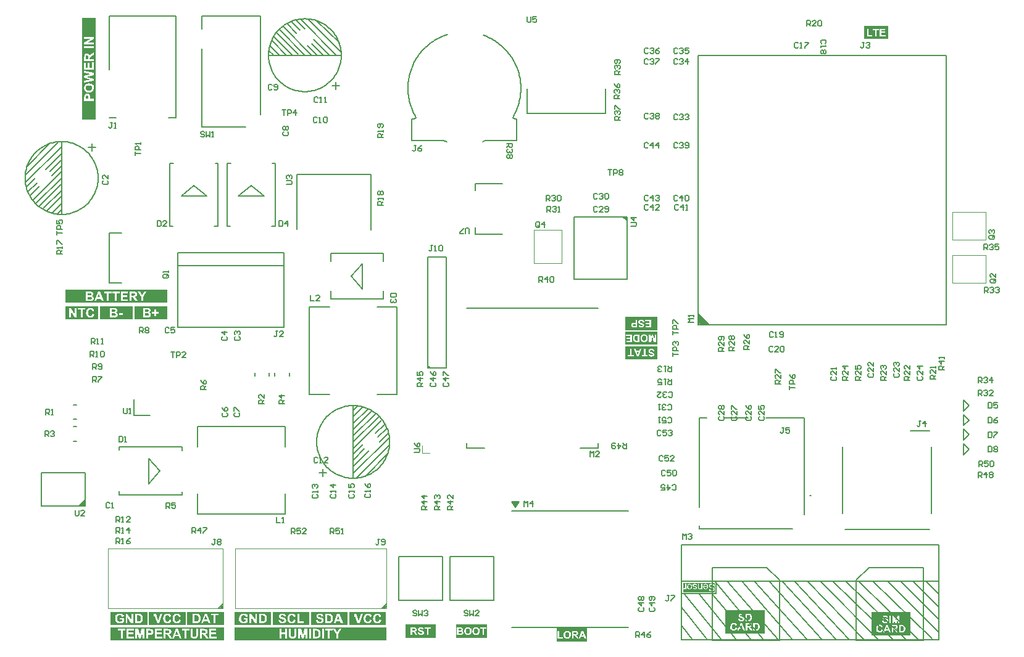
<source format=gto>
G04*
G04 #@! TF.GenerationSoftware,Altium Limited,Altium Designer,24.5.2 (23)*
G04*
G04 Layer_Color=65535*
%FSLAX25Y25*%
%MOIN*%
G70*
G04*
G04 #@! TF.SameCoordinates,54B51B4C-3849-4939-8346-CF3DF989E6B0*
G04*
G04*
G04 #@! TF.FilePolarity,Positive*
G04*
G01*
G75*
%ADD10C,0.00500*%
%ADD11C,0.00787*%
%ADD12C,0.00394*%
%ADD13C,0.00197*%
%ADD14C,0.00799*%
%ADD15C,0.00800*%
G36*
X472933Y328150D02*
X460138D01*
Y335236D01*
X472933D01*
Y328150D01*
D02*
G37*
G36*
X44882Y284449D02*
X37795D01*
Y339567D01*
X44882D01*
Y284449D01*
D02*
G37*
G36*
X256299Y11417D02*
Y4331D01*
X239764D01*
Y11417D01*
X256299D01*
D02*
G37*
G36*
X406215Y13196D02*
X385124D01*
X406215D01*
Y6418D01*
X385124D01*
Y13196D01*
Y19172D01*
X406215D01*
Y13196D01*
D02*
G37*
G36*
X83661Y176575D02*
X65945D01*
Y183661D01*
X83661D01*
Y176575D01*
D02*
G37*
G36*
X201772Y11220D02*
X182087D01*
Y18307D01*
X201772D01*
Y11220D01*
D02*
G37*
G36*
X181102D02*
X161417D01*
Y18307D01*
X181102D01*
Y11220D01*
D02*
G37*
G36*
X484955Y12212D02*
Y5434D01*
X463864D01*
Y12212D01*
Y18188D01*
X484955D01*
Y12212D01*
D02*
G37*
G36*
X228740Y4331D02*
X212205D01*
Y11417D01*
X228740D01*
Y4331D01*
D02*
G37*
G36*
X348179Y162795D02*
X330955D01*
Y169882D01*
X348179D01*
Y162795D01*
D02*
G37*
G36*
X72835Y11220D02*
X53150D01*
Y18307D01*
X72835D01*
Y11220D01*
D02*
G37*
G36*
X348179Y170669D02*
X330955D01*
Y177756D01*
X348179D01*
Y170669D01*
D02*
G37*
G36*
X46260Y176575D02*
X28543D01*
Y183661D01*
X46260D01*
Y176575D01*
D02*
G37*
G36*
X83661Y185433D02*
X28543D01*
Y192520D01*
X83661D01*
Y185433D01*
D02*
G37*
G36*
X139764Y11220D02*
X120079D01*
Y18307D01*
X139764D01*
Y11220D01*
D02*
G37*
G36*
X379274Y29017D02*
X362362D01*
Y33975D01*
X379274D01*
Y29017D01*
D02*
G37*
G36*
X114173Y10039D02*
Y2953D01*
X53150D01*
Y10039D01*
X114173D01*
D02*
G37*
G36*
X160433Y11220D02*
X140748D01*
Y18307D01*
X160433D01*
Y11220D01*
D02*
G37*
G36*
X201969Y2953D02*
X120079D01*
Y10039D01*
X201969D01*
Y2953D01*
D02*
G37*
G36*
X93504Y11220D02*
X73819D01*
Y18307D01*
X93504D01*
Y11220D01*
D02*
G37*
G36*
X310433Y2362D02*
X293898D01*
Y9449D01*
X310433D01*
Y2362D01*
D02*
G37*
G36*
X64961Y176575D02*
X47244D01*
Y183661D01*
X64961D01*
Y176575D01*
D02*
G37*
G36*
X114173Y11220D02*
X94488D01*
Y18307D01*
X114173D01*
Y11220D01*
D02*
G37*
G36*
X348179Y154921D02*
X330955D01*
Y162008D01*
X348179D01*
Y154921D01*
D02*
G37*
%LPC*%
G36*
X471505Y333710D02*
X468439D01*
Y329676D01*
X471505D01*
Y330358D01*
X469255D01*
Y331454D01*
X471278D01*
Y332136D01*
X469255D01*
Y333028D01*
X471430D01*
Y333710D01*
X471505D01*
D02*
G37*
G36*
X467908D02*
X464708D01*
Y329676D01*
X467908D01*
X466719D01*
Y333028D01*
X467908D01*
Y333710D01*
D02*
G37*
G36*
X464410Y333681D02*
X461565D01*
Y329676D01*
X464410D01*
Y330358D01*
X462382D01*
Y333681D01*
X464410D01*
D02*
G37*
%LPD*%
G36*
X465903Y329676D02*
X464708D01*
Y333028D01*
X465903D01*
Y329676D01*
D02*
G37*
%LPC*%
G36*
X43861Y329289D02*
X38816D01*
Y325279D01*
X43861D01*
Y326220D01*
X40537D01*
X43861Y328268D01*
Y329289D01*
D02*
G37*
G36*
Y324303D02*
X38816D01*
Y323282D01*
X43861D01*
Y324303D01*
D02*
G37*
G36*
Y320803D02*
D01*
X42877Y320184D01*
X42775Y320118D01*
X42673Y320052D01*
X42585Y319994D01*
X42505Y319936D01*
X42432Y319885D01*
X42359Y319841D01*
X42250Y319754D01*
X42162Y319688D01*
X42104Y319644D01*
X42068Y319608D01*
X42060Y319600D01*
X41973Y319520D01*
X41893Y319426D01*
X41827Y319338D01*
X41761Y319250D01*
X41710Y319178D01*
X41674Y319119D01*
X41645Y319076D01*
X41638Y319068D01*
Y319061D01*
X41616Y319185D01*
X41586Y319294D01*
X41557Y319396D01*
X41521Y319498D01*
X41484Y319586D01*
X41448Y319666D01*
X41412Y319746D01*
X41368Y319812D01*
X41331Y319870D01*
X41295Y319921D01*
X41258Y319965D01*
X41229Y319994D01*
X41207Y320023D01*
X41186Y320045D01*
X41178Y320052D01*
X41171Y320060D01*
X41098Y320118D01*
X41025Y320169D01*
X40865Y320256D01*
X40712Y320315D01*
X40559Y320351D01*
X40427Y320380D01*
X40376Y320388D01*
X40325D01*
X40289Y320395D01*
X40252D01*
X40238D01*
X40231D01*
X40070Y320388D01*
X39917Y320359D01*
X39786Y320322D01*
X39669Y320286D01*
X39574Y320242D01*
X39502Y320205D01*
X39480Y320191D01*
X39458Y320176D01*
X39450Y320169D01*
X39443D01*
X39319Y320082D01*
X39217Y319987D01*
X39137Y319892D01*
X39064Y319797D01*
X39020Y319710D01*
X38984Y319644D01*
X38962Y319600D01*
X38955Y319593D01*
Y319586D01*
X38933Y319513D01*
X38911Y319433D01*
X38875Y319250D01*
X38853Y319054D01*
X38831Y318864D01*
Y318769D01*
X38824Y318689D01*
Y318609D01*
X38816Y318543D01*
Y316269D01*
X43861D01*
Y320803D01*
D02*
G37*
G36*
Y315401D02*
X43008D01*
Y312587D01*
X41638D01*
Y315117D01*
X40784D01*
Y312587D01*
X39669D01*
Y315307D01*
X38816D01*
Y311567D01*
X43861D01*
Y315401D01*
D02*
G37*
G36*
Y311035D02*
D01*
Y309817D01*
X38816Y311035D01*
D01*
Y310007D01*
X42345Y309234D01*
X38816Y308359D01*
Y307135D01*
X42286Y306216D01*
X38816Y305458D01*
Y304415D01*
X43861Y305611D01*
Y304415D01*
X38816D01*
D01*
X43861D01*
Y311035D01*
D02*
G37*
G36*
X43956Y304109D02*
D01*
Y301667D01*
X43948Y301871D01*
X43927Y302061D01*
X43890Y302243D01*
X43846Y302411D01*
X43795Y302571D01*
X43737Y302717D01*
X43679Y302848D01*
X43613Y302972D01*
X43547Y303074D01*
X43489Y303169D01*
X43431Y303249D01*
X43380Y303315D01*
X43336Y303373D01*
X43300Y303409D01*
X43278Y303431D01*
X43270Y303438D01*
X43132Y303555D01*
X42986Y303657D01*
X42833Y303752D01*
X42680Y303825D01*
X42520Y303890D01*
X42359Y303949D01*
X42199Y303993D01*
X42046Y304029D01*
X41907Y304051D01*
X41769Y304073D01*
X41652Y304087D01*
X41550Y304102D01*
X41462D01*
X41397Y304109D01*
X41346D01*
X41120Y304102D01*
X40909Y304080D01*
X40712Y304051D01*
X40522Y304007D01*
X40354Y303956D01*
X40194Y303898D01*
X40048Y303839D01*
X39924Y303774D01*
X39808Y303708D01*
X39706Y303650D01*
X39618Y303592D01*
X39545Y303541D01*
X39494Y303504D01*
X39450Y303468D01*
X39429Y303446D01*
X39421Y303438D01*
X39297Y303307D01*
X39188Y303169D01*
X39093Y303023D01*
X39013Y302877D01*
X38947Y302724D01*
X38889Y302578D01*
X38845Y302432D01*
X38809Y302294D01*
X38780Y302163D01*
X38758Y302039D01*
X38743Y301929D01*
X38729Y301835D01*
Y301762D01*
X38721Y301704D01*
Y301725D01*
Y301704D01*
D01*
Y301652D01*
X38729Y301434D01*
X38751Y301222D01*
X38787Y301040D01*
X38824Y300880D01*
X38845Y300814D01*
X38860Y300748D01*
X38875Y300697D01*
X38896Y300654D01*
X38904Y300617D01*
X38918Y300588D01*
X38926Y300573D01*
Y300566D01*
X38984Y300435D01*
X39057Y300311D01*
X39137Y300202D01*
X39210Y300107D01*
X39276Y300027D01*
X39334Y299961D01*
X39370Y299925D01*
X39378Y299917D01*
X39385Y299910D01*
X39502Y299808D01*
X39625Y299713D01*
X39735Y299633D01*
X39844Y299568D01*
X39939Y299517D01*
X40012Y299473D01*
X40041Y299465D01*
X40063Y299451D01*
X40070Y299444D01*
X40077D01*
X40282Y299371D01*
X40500Y299312D01*
X40719Y299276D01*
X40923Y299247D01*
X41018Y299239D01*
X41105Y299232D01*
X41178Y299225D01*
X41244D01*
X41302Y299218D01*
X38721D01*
D01*
X43956D01*
D01*
X41375D01*
X41594Y299225D01*
X41805Y299247D01*
X42002Y299276D01*
X42184Y299320D01*
X42352Y299371D01*
X42505Y299429D01*
X42651Y299487D01*
X42775Y299553D01*
X42891Y299611D01*
X42986Y299670D01*
X43074Y299728D01*
X43146Y299779D01*
X43198Y299823D01*
X43241Y299852D01*
X43263Y299874D01*
X43270Y299881D01*
X43394Y300012D01*
X43496Y300151D01*
X43591Y300289D01*
X43664Y300442D01*
X43730Y300588D01*
X43788Y300741D01*
X43832Y300880D01*
X43868Y301026D01*
X43897Y301157D01*
X43919Y301281D01*
X43934Y301390D01*
X43941Y301485D01*
X43948Y301558D01*
X43956Y301616D01*
Y304109D01*
D02*
G37*
G36*
X40449Y298591D02*
X40369D01*
X40158Y298576D01*
X39961Y298547D01*
X39800Y298496D01*
X39655Y298445D01*
X39596Y298416D01*
X39545Y298387D01*
X39502Y298365D01*
X39458Y298336D01*
X39429Y298321D01*
X39407Y298306D01*
X39399Y298292D01*
X39392D01*
X39261Y298175D01*
X39152Y298059D01*
X39064Y297935D01*
X38998Y297825D01*
X38955Y297723D01*
X38918Y297643D01*
X38911Y297614D01*
X38904Y297592D01*
X38896Y297577D01*
Y297570D01*
X38882Y297512D01*
X38867Y297439D01*
X38860Y297351D01*
X38853Y297264D01*
X38838Y297060D01*
X38824Y296856D01*
Y296666D01*
X38816Y296586D01*
Y294727D01*
X43861D01*
Y295748D01*
X41958D01*
Y296652D01*
X41951Y296761D01*
Y296863D01*
X41944Y296958D01*
X41936Y297045D01*
X41929Y297125D01*
X41922Y297191D01*
Y297257D01*
X41914Y297308D01*
X41907Y297359D01*
X41900Y297395D01*
Y297424D01*
X41893Y297446D01*
Y297461D01*
X41864Y297563D01*
X41827Y297657D01*
X41791Y297745D01*
X41747Y297825D01*
X41710Y297891D01*
X41681Y297942D01*
X41659Y297971D01*
X41652Y297986D01*
X41579Y298080D01*
X41499Y298161D01*
X41412Y298241D01*
X41339Y298299D01*
X41266Y298350D01*
X41207Y298387D01*
X41171Y298408D01*
X41156Y298416D01*
X41032Y298474D01*
X40901Y298518D01*
X40763Y298547D01*
X40639Y298569D01*
X40537Y298583D01*
X40486D01*
X40449Y298591D01*
D02*
G37*
%LPD*%
G36*
X38816Y326263D02*
Y328348D01*
X42213D01*
X38816Y326263D01*
D02*
G37*
G36*
X43861Y317289D02*
X41754D01*
Y317618D01*
X41761Y317720D01*
X41769Y317807D01*
X41783Y317880D01*
X41791Y317938D01*
X41805Y317975D01*
X41812Y317997D01*
Y318004D01*
X41842Y318062D01*
X41871Y318121D01*
X41907Y318172D01*
X41936Y318223D01*
X41973Y318259D01*
X42002Y318288D01*
X42017Y318303D01*
X42024Y318310D01*
X42060Y318339D01*
X42097Y318376D01*
X42206Y318456D01*
X42323Y318543D01*
X42454Y318638D01*
X42571Y318718D01*
X42629Y318755D01*
X42673Y318784D01*
X42709Y318813D01*
X42738Y318835D01*
X42760Y318842D01*
X42767Y318850D01*
X43861Y319579D01*
Y317289D01*
D02*
G37*
G36*
X40384Y319338D02*
X40457Y319331D01*
X40522Y319309D01*
X40580Y319294D01*
X40624Y319272D01*
X40653Y319250D01*
X40675Y319243D01*
X40683Y319236D01*
X40734Y319192D01*
X40777Y319148D01*
X40843Y319054D01*
X40865Y319017D01*
X40879Y318981D01*
X40894Y318959D01*
Y318952D01*
X40901Y318915D01*
X40916Y318857D01*
X40923Y318798D01*
X40930Y318733D01*
X40938Y318580D01*
X40945Y318427D01*
X40952Y318281D01*
Y317289D01*
X39669D01*
Y318456D01*
X39676Y318521D01*
Y318682D01*
X39684Y318747D01*
Y318791D01*
X39691Y318813D01*
Y318820D01*
X39713Y318908D01*
X39742Y318988D01*
X39771Y319054D01*
X39808Y319105D01*
X39844Y319148D01*
X39866Y319185D01*
X39888Y319199D01*
X39895Y319207D01*
X39954Y319250D01*
X40026Y319287D01*
X40092Y319309D01*
X40158Y319331D01*
X40216Y319338D01*
X40260Y319345D01*
X40289D01*
X40303D01*
X40384Y319338D01*
D02*
G37*
G36*
X43861Y306719D02*
X40092Y307725D01*
X43861Y308717D01*
Y306719D01*
D02*
G37*
G36*
X41484Y303052D02*
X41638Y303045D01*
X41776Y303023D01*
X41900Y303001D01*
X42024Y302972D01*
X42133Y302936D01*
X42228Y302899D01*
X42315Y302863D01*
X42396Y302826D01*
X42461Y302790D01*
X42520Y302761D01*
X42571Y302724D01*
X42607Y302702D01*
X42629Y302680D01*
X42643Y302673D01*
X42651Y302666D01*
X42731Y302593D01*
X42797Y302513D01*
X42855Y302425D01*
X42906Y302345D01*
X42942Y302257D01*
X42979Y302177D01*
X43030Y302017D01*
X43066Y301878D01*
X43074Y301820D01*
X43081Y301769D01*
X43088Y301725D01*
Y301667D01*
X43081Y301558D01*
X43066Y301448D01*
X43044Y301346D01*
X43015Y301252D01*
X42950Y301077D01*
X42862Y300938D01*
X42826Y300872D01*
X42782Y300821D01*
X42746Y300770D01*
X42709Y300734D01*
X42687Y300705D01*
X42665Y300683D01*
X42651Y300668D01*
X42643Y300661D01*
X42556Y300595D01*
X42461Y300530D01*
X42359Y300479D01*
X42250Y300435D01*
X42038Y300362D01*
X41827Y300318D01*
X41725Y300304D01*
X41638Y300289D01*
X41550Y300282D01*
X41477Y300275D01*
X41419Y300267D01*
X41375D01*
X41346D01*
X41339D01*
X41178Y300275D01*
X41032Y300282D01*
X40894Y300304D01*
X40763Y300326D01*
X40646Y300355D01*
X40537Y300384D01*
X40442Y300420D01*
X40354Y300457D01*
X40274Y300493D01*
X40209Y300530D01*
X40158Y300559D01*
X40107Y300588D01*
X40070Y300610D01*
X40048Y300632D01*
X40034Y300639D01*
X40026Y300646D01*
X39946Y300719D01*
X39881Y300799D01*
X39822Y300887D01*
X39771Y300967D01*
X39728Y301055D01*
X39698Y301142D01*
X39640Y301303D01*
X39611Y301448D01*
X39604Y301507D01*
X39596Y301565D01*
X39589Y301609D01*
Y301667D01*
X39596Y301784D01*
X39611Y301893D01*
X39625Y301995D01*
X39655Y302090D01*
X39728Y302257D01*
X39764Y302338D01*
X39800Y302403D01*
X39844Y302469D01*
X39881Y302520D01*
X39917Y302564D01*
X39954Y302607D01*
X39983Y302637D01*
X39997Y302659D01*
X40012Y302666D01*
X40019Y302673D01*
X40107Y302739D01*
X40201Y302804D01*
X40296Y302855D01*
X40405Y302899D01*
X40624Y302965D01*
X40836Y303008D01*
X40930Y303030D01*
X41025Y303038D01*
X41105Y303045D01*
X41178Y303052D01*
X41244Y303059D01*
X41287D01*
X41317D01*
X41324D01*
X41484Y303052D01*
D02*
G37*
G36*
X40471Y297534D02*
X40544Y297526D01*
X40610Y297504D01*
X40668Y297483D01*
X40719Y297461D01*
X40755Y297446D01*
X40777Y297431D01*
X40784Y297424D01*
X40843Y297380D01*
X40894Y297322D01*
X40938Y297271D01*
X40974Y297220D01*
X40996Y297176D01*
X41018Y297140D01*
X41025Y297111D01*
X41032Y297104D01*
X41047Y297060D01*
X41054Y297009D01*
X41076Y296892D01*
X41091Y296761D01*
X41098Y296630D01*
Y296498D01*
X41105Y296447D01*
Y295748D01*
X39669D01*
Y296506D01*
X39676Y296579D01*
Y296644D01*
X39684Y296710D01*
Y296805D01*
X39691Y296878D01*
X39698Y296929D01*
X39706Y296958D01*
Y296965D01*
X39728Y297053D01*
X39757Y297133D01*
X39793Y297205D01*
X39837Y297264D01*
X39873Y297308D01*
X39902Y297344D01*
X39924Y297366D01*
X39932Y297373D01*
X40005Y297431D01*
X40077Y297468D01*
X40158Y297497D01*
X40231Y297519D01*
X40296Y297534D01*
X40347Y297541D01*
X40376D01*
X40391D01*
X40471Y297534D01*
D02*
G37*
%LPC*%
G36*
X252351Y9967D02*
D01*
Y7868D01*
X252346Y8049D01*
X252328Y8218D01*
X252305Y8375D01*
X252270Y8527D01*
X252229Y8661D01*
X252183Y8789D01*
X252136Y8906D01*
X252083Y9005D01*
X252031Y9098D01*
X251984Y9180D01*
X251938Y9250D01*
X251897Y9308D01*
X251868Y9349D01*
X251838Y9384D01*
X251821Y9402D01*
X251815Y9407D01*
X251710Y9506D01*
X251600Y9594D01*
X251483Y9670D01*
X251366Y9734D01*
X251244Y9786D01*
X251127Y9833D01*
X251011Y9868D01*
X250900Y9897D01*
X250795Y9920D01*
X250696Y9938D01*
X250608Y9950D01*
X250533Y9961D01*
X250474D01*
X250428Y9967D01*
X252351D01*
X250387D01*
X250212Y9961D01*
X250043Y9944D01*
X249897Y9915D01*
X249769Y9885D01*
X249716Y9868D01*
X249664Y9856D01*
X249623Y9844D01*
X249588Y9827D01*
X249559Y9821D01*
X249536Y9810D01*
X249524Y9804D01*
X249518D01*
X249413Y9757D01*
X249314Y9699D01*
X249227Y9635D01*
X249151Y9576D01*
X249087Y9524D01*
X249034Y9477D01*
X249005Y9448D01*
X248999Y9442D01*
X248993Y9437D01*
X248912Y9343D01*
X248836Y9244D01*
X248772Y9157D01*
X248719Y9069D01*
X248679Y8993D01*
X248644Y8935D01*
X248638Y8912D01*
X248626Y8894D01*
X248620Y8888D01*
Y8883D01*
X248562Y8719D01*
X248515Y8545D01*
X248486Y8370D01*
X248463Y8206D01*
X248457Y8130D01*
X248451Y8061D01*
X248445Y8002D01*
Y7950D01*
X248440Y7903D01*
Y7845D01*
X248445Y7670D01*
X248463Y7501D01*
X248486Y7344D01*
X248521Y7198D01*
X248562Y7064D01*
X248609Y6941D01*
X248655Y6825D01*
X248708Y6725D01*
X248754Y6632D01*
X248801Y6556D01*
X248848Y6487D01*
X248888Y6428D01*
X248923Y6387D01*
X248947Y6352D01*
X248964Y6335D01*
X248970Y6329D01*
X249075Y6230D01*
X249186Y6148D01*
X249297Y6072D01*
X249419Y6014D01*
X249536Y5962D01*
X249658Y5915D01*
X249769Y5880D01*
X249885Y5851D01*
X249990Y5828D01*
X250090Y5810D01*
X250177Y5799D01*
X250253Y5793D01*
X250311Y5787D01*
X250358Y5781D01*
X248440D01*
X252351D01*
Y9967D01*
D02*
G37*
G36*
X247967D02*
D01*
Y7868D01*
X247961Y8049D01*
X247944Y8218D01*
X247921Y8375D01*
X247886Y8527D01*
X247845Y8661D01*
X247798Y8789D01*
X247752Y8906D01*
X247699Y9005D01*
X247647Y9098D01*
X247600Y9180D01*
X247553Y9250D01*
X247513Y9308D01*
X247483Y9349D01*
X247454Y9384D01*
X247437Y9402D01*
X247431Y9407D01*
X247326Y9506D01*
X247215Y9594D01*
X247099Y9670D01*
X246982Y9734D01*
X246860Y9786D01*
X246743Y9833D01*
X246626Y9868D01*
X246516Y9897D01*
X246411Y9920D01*
X246312Y9938D01*
X246224Y9950D01*
X246148Y9961D01*
X246090D01*
X246043Y9967D01*
X247967D01*
X246003D01*
X245828Y9961D01*
X245659Y9944D01*
X245513Y9915D01*
X245385Y9885D01*
X245332Y9868D01*
X245280Y9856D01*
X245239Y9844D01*
X245204Y9827D01*
X245175Y9821D01*
X245151Y9810D01*
X245140Y9804D01*
X245134D01*
X245029Y9757D01*
X244930Y9699D01*
X244843Y9635D01*
X244767Y9576D01*
X244703Y9524D01*
X244650Y9477D01*
X244621Y9448D01*
X244615Y9442D01*
X244609Y9437D01*
X244528Y9343D01*
X244452Y9244D01*
X244388Y9157D01*
X244335Y9069D01*
X244295Y8993D01*
X244260Y8935D01*
X244254Y8912D01*
X244242Y8894D01*
X244236Y8888D01*
Y8883D01*
X244178Y8719D01*
X244131Y8545D01*
X244102Y8370D01*
X244079Y8206D01*
X244073Y8130D01*
X244067Y8061D01*
X244061Y8002D01*
Y7950D01*
X244055Y7903D01*
Y7845D01*
X244061Y7670D01*
X244079Y7501D01*
X244102Y7344D01*
X244137Y7198D01*
X244178Y7064D01*
X244225Y6941D01*
X244271Y6825D01*
X244324Y6725D01*
X244370Y6632D01*
X244417Y6556D01*
X244463Y6487D01*
X244504Y6428D01*
X244539Y6387D01*
X244563Y6352D01*
X244580Y6335D01*
X244586Y6329D01*
X244691Y6230D01*
X244802Y6148D01*
X244912Y6072D01*
X245035Y6014D01*
X245151Y5962D01*
X245274Y5915D01*
X245385Y5880D01*
X245501Y5851D01*
X245606Y5828D01*
X245705Y5810D01*
X245793Y5799D01*
X245869Y5793D01*
X245927Y5787D01*
X245973Y5781D01*
X244055D01*
X247967D01*
Y9967D01*
D02*
G37*
G36*
X255908Y9891D02*
X252707D01*
Y9209D01*
X253902D01*
Y5857D01*
X255908D01*
Y9891D01*
D02*
G37*
G36*
X241928D02*
X240155D01*
Y5857D01*
X241904D01*
X242003Y5863D01*
X242178D01*
X242248Y5869D01*
X242359D01*
X242400Y5874D01*
X242458D01*
X242481Y5880D01*
X242505D01*
X242621Y5898D01*
X242726Y5927D01*
X242819Y5956D01*
X242901Y5991D01*
X242965Y6020D01*
X243012Y6049D01*
X243041Y6067D01*
X243053Y6072D01*
X243134Y6137D01*
X243198Y6207D01*
X243263Y6271D01*
X243309Y6341D01*
X243350Y6399D01*
X243379Y6446D01*
X243397Y6475D01*
X243403Y6487D01*
X243443Y6586D01*
X243478Y6679D01*
X243502Y6772D01*
X243513Y6854D01*
X243525Y6924D01*
X243531Y6976D01*
Y7023D01*
X243525Y7151D01*
X243502Y7268D01*
X243467Y7367D01*
X243432Y7460D01*
X243397Y7530D01*
X243362Y7582D01*
X243338Y7617D01*
X243333Y7629D01*
X243251Y7722D01*
X243163Y7798D01*
X243064Y7862D01*
X242977Y7909D01*
X242895Y7950D01*
X242825Y7979D01*
X242802Y7985D01*
X242785Y7991D01*
X242773Y7996D01*
X242767D01*
X242860Y8049D01*
X242942Y8101D01*
X243012Y8166D01*
X243070Y8218D01*
X243111Y8270D01*
X243146Y8311D01*
X243169Y8340D01*
X243175Y8352D01*
X243228Y8445D01*
X243268Y8533D01*
X243292Y8620D01*
X243315Y8702D01*
X243327Y8772D01*
X243333Y8824D01*
Y8859D01*
Y8865D01*
Y8871D01*
X243327Y8964D01*
X243315Y9058D01*
X243292Y9133D01*
X243268Y9203D01*
X243245Y9262D01*
X243222Y9308D01*
X243210Y9331D01*
X243204Y9343D01*
X243158Y9419D01*
X243105Y9483D01*
X243053Y9541D01*
X243006Y9594D01*
X242959Y9629D01*
X242924Y9658D01*
X242901Y9675D01*
X242895Y9681D01*
X242825Y9728D01*
X242750Y9763D01*
X242680Y9792D01*
X242615Y9815D01*
X242557Y9833D01*
X242516Y9844D01*
X242487Y9850D01*
X242476D01*
X242376Y9862D01*
X242266Y9874D01*
X242149Y9879D01*
X242032Y9885D01*
X241928Y9891D01*
D02*
G37*
%LPD*%
G36*
X250492Y9267D02*
X250579Y9256D01*
X250661Y9244D01*
X250737Y9221D01*
X250871Y9162D01*
X250935Y9133D01*
X250987Y9104D01*
X251040Y9069D01*
X251081Y9040D01*
X251116Y9011D01*
X251151Y8982D01*
X251174Y8958D01*
X251191Y8947D01*
X251197Y8935D01*
X251203Y8929D01*
X251255Y8859D01*
X251308Y8783D01*
X251349Y8708D01*
X251384Y8620D01*
X251436Y8445D01*
X251471Y8276D01*
X251489Y8201D01*
X251495Y8125D01*
X251500Y8061D01*
X251506Y8002D01*
X251512Y7950D01*
Y7915D01*
Y7891D01*
Y7886D01*
X251506Y7757D01*
X251500Y7635D01*
X251483Y7524D01*
X251465Y7425D01*
X251442Y7326D01*
X251413Y7238D01*
X251384Y7163D01*
X251355Y7093D01*
X251325Y7029D01*
X251296Y6976D01*
X251273Y6930D01*
X251244Y6889D01*
X251226Y6860D01*
X251209Y6842D01*
X251203Y6830D01*
X251197Y6825D01*
X251139Y6761D01*
X251075Y6708D01*
X251005Y6661D01*
X250941Y6621D01*
X250871Y6591D01*
X250807Y6562D01*
X250678Y6521D01*
X250568Y6492D01*
X250521Y6487D01*
X250480Y6481D01*
X250445Y6475D01*
X250398D01*
X250311Y6481D01*
X250224Y6492D01*
X250142Y6510D01*
X250066Y6533D01*
X249926Y6586D01*
X249816Y6656D01*
X249763Y6685D01*
X249722Y6720D01*
X249681Y6749D01*
X249652Y6778D01*
X249629Y6796D01*
X249611Y6813D01*
X249600Y6825D01*
X249594Y6830D01*
X249541Y6900D01*
X249489Y6976D01*
X249448Y7058D01*
X249413Y7145D01*
X249355Y7314D01*
X249320Y7483D01*
X249308Y7565D01*
X249297Y7635D01*
X249291Y7705D01*
X249285Y7763D01*
X249279Y7810D01*
Y7845D01*
Y7868D01*
Y7874D01*
X249285Y8002D01*
X249291Y8119D01*
X249308Y8230D01*
X249326Y8335D01*
X249349Y8428D01*
X249372Y8515D01*
X249401Y8591D01*
X249431Y8661D01*
X249460Y8725D01*
X249489Y8778D01*
X249512Y8818D01*
X249536Y8859D01*
X249553Y8888D01*
X249571Y8906D01*
X249576Y8918D01*
X249582Y8923D01*
X249641Y8987D01*
X249705Y9040D01*
X249775Y9087D01*
X249839Y9127D01*
X249909Y9162D01*
X249979Y9186D01*
X250107Y9232D01*
X250224Y9256D01*
X250270Y9262D01*
X250317Y9267D01*
X250352Y9273D01*
X250398D01*
X250492Y9267D01*
D02*
G37*
G36*
X252351Y5781D02*
X250398D01*
X250562Y5787D01*
X250713Y5804D01*
X250859Y5833D01*
X250993Y5869D01*
X251121Y5909D01*
X251238Y5956D01*
X251343Y6003D01*
X251442Y6055D01*
X251524Y6107D01*
X251600Y6154D01*
X251664Y6201D01*
X251716Y6242D01*
X251763Y6277D01*
X251792Y6306D01*
X251809Y6323D01*
X251815Y6329D01*
X251908Y6440D01*
X251990Y6556D01*
X252066Y6679D01*
X252124Y6801D01*
X252177Y6930D01*
X252223Y7058D01*
X252258Y7186D01*
X252287Y7309D01*
X252305Y7419D01*
X252322Y7530D01*
X252334Y7623D01*
X252346Y7705D01*
Y7775D01*
X252351Y7827D01*
Y5781D01*
D02*
G37*
G36*
X246108Y9267D02*
X246195Y9256D01*
X246277Y9244D01*
X246353Y9221D01*
X246486Y9162D01*
X246551Y9133D01*
X246603Y9104D01*
X246656Y9069D01*
X246696Y9040D01*
X246731Y9011D01*
X246766Y8982D01*
X246790Y8958D01*
X246807Y8947D01*
X246813Y8935D01*
X246819Y8929D01*
X246871Y8859D01*
X246924Y8783D01*
X246965Y8708D01*
X247000Y8620D01*
X247052Y8445D01*
X247087Y8276D01*
X247105Y8201D01*
X247110Y8125D01*
X247116Y8061D01*
X247122Y8002D01*
X247128Y7950D01*
Y7915D01*
Y7891D01*
Y7886D01*
X247122Y7757D01*
X247116Y7635D01*
X247099Y7524D01*
X247081Y7425D01*
X247058Y7326D01*
X247029Y7238D01*
X247000Y7163D01*
X246970Y7093D01*
X246941Y7029D01*
X246912Y6976D01*
X246889Y6930D01*
X246860Y6889D01*
X246842Y6860D01*
X246825Y6842D01*
X246819Y6830D01*
X246813Y6825D01*
X246755Y6761D01*
X246691Y6708D01*
X246621Y6661D01*
X246556Y6621D01*
X246486Y6591D01*
X246422Y6562D01*
X246294Y6521D01*
X246183Y6492D01*
X246137Y6487D01*
X246096Y6481D01*
X246061Y6475D01*
X246014D01*
X245927Y6481D01*
X245839Y6492D01*
X245758Y6510D01*
X245682Y6533D01*
X245542Y6586D01*
X245431Y6656D01*
X245379Y6685D01*
X245338Y6720D01*
X245297Y6749D01*
X245268Y6778D01*
X245245Y6796D01*
X245227Y6813D01*
X245216Y6825D01*
X245210Y6830D01*
X245157Y6900D01*
X245105Y6976D01*
X245064Y7058D01*
X245029Y7145D01*
X244971Y7314D01*
X244936Y7483D01*
X244924Y7565D01*
X244912Y7635D01*
X244907Y7705D01*
X244901Y7763D01*
X244895Y7810D01*
Y7845D01*
Y7868D01*
Y7874D01*
X244901Y8002D01*
X244907Y8119D01*
X244924Y8230D01*
X244942Y8335D01*
X244965Y8428D01*
X244988Y8515D01*
X245017Y8591D01*
X245046Y8661D01*
X245076Y8725D01*
X245105Y8778D01*
X245128Y8818D01*
X245151Y8859D01*
X245169Y8888D01*
X245186Y8906D01*
X245192Y8918D01*
X245198Y8923D01*
X245256Y8987D01*
X245321Y9040D01*
X245391Y9087D01*
X245455Y9127D01*
X245525Y9162D01*
X245595Y9186D01*
X245723Y9232D01*
X245839Y9256D01*
X245886Y9262D01*
X245933Y9267D01*
X245968Y9273D01*
X246014D01*
X246108Y9267D01*
D02*
G37*
G36*
X247967Y5781D02*
X246014D01*
X246178Y5787D01*
X246329Y5804D01*
X246475Y5833D01*
X246609Y5869D01*
X246737Y5909D01*
X246854Y5956D01*
X246959Y6003D01*
X247058Y6055D01*
X247140Y6107D01*
X247215Y6154D01*
X247279Y6201D01*
X247332Y6242D01*
X247378Y6277D01*
X247408Y6306D01*
X247425Y6323D01*
X247431Y6329D01*
X247524Y6440D01*
X247606Y6556D01*
X247682Y6679D01*
X247740Y6801D01*
X247793Y6930D01*
X247839Y7058D01*
X247874Y7186D01*
X247903Y7309D01*
X247921Y7419D01*
X247938Y7530D01*
X247950Y7623D01*
X247961Y7705D01*
Y7775D01*
X247967Y7827D01*
Y5781D01*
D02*
G37*
G36*
X255908Y5857D02*
X254718D01*
Y9209D01*
X255908D01*
Y5857D01*
D02*
G37*
G36*
X241846Y9215D02*
X241997D01*
X242032Y9209D01*
X242097D01*
X242120Y9203D01*
X242126D01*
X242196Y9192D01*
X242260Y9174D01*
X242312Y9151D01*
X242359Y9127D01*
X242388Y9104D01*
X242417Y9081D01*
X242429Y9069D01*
X242435Y9063D01*
X242470Y9017D01*
X242493Y8964D01*
X242516Y8918D01*
X242528Y8871D01*
X242534Y8824D01*
X242540Y8789D01*
Y8766D01*
Y8760D01*
X242534Y8690D01*
X242522Y8626D01*
X242499Y8574D01*
X242481Y8527D01*
X242458Y8486D01*
X242435Y8463D01*
X242423Y8445D01*
X242417Y8439D01*
X242371Y8399D01*
X242318Y8370D01*
X242266Y8346D01*
X242213Y8329D01*
X242161Y8311D01*
X242126Y8305D01*
X242102Y8300D01*
X242067D01*
X242032Y8294D01*
X241852D01*
X241753Y8288D01*
X240971D01*
Y9221D01*
X241782D01*
X241846Y9215D01*
D02*
G37*
G36*
X241898Y7612D02*
X241968Y7606D01*
X242038D01*
X242097Y7600D01*
X242149Y7594D01*
X242190Y7588D01*
X242231Y7582D01*
X242260Y7577D01*
X242306Y7571D01*
X242336Y7559D01*
X242341D01*
X242400Y7536D01*
X242452Y7507D01*
X242499Y7478D01*
X242534Y7443D01*
X242563Y7419D01*
X242581Y7396D01*
X242592Y7378D01*
X242598Y7373D01*
X242627Y7320D01*
X242650Y7268D01*
X242668Y7221D01*
X242680Y7169D01*
X242685Y7128D01*
X242691Y7093D01*
Y7069D01*
Y7064D01*
X242685Y6988D01*
X242674Y6918D01*
X242656Y6860D01*
X242633Y6813D01*
X242610Y6772D01*
X242592Y6743D01*
X242581Y6725D01*
X242575Y6720D01*
X242528Y6679D01*
X242481Y6644D01*
X242429Y6615D01*
X242382Y6591D01*
X242341Y6580D01*
X242306Y6568D01*
X242283Y6562D01*
X242277D01*
X242254Y6556D01*
X242219D01*
X242143Y6551D01*
X242050Y6545D01*
X241957D01*
X241869Y6539D01*
X240971D01*
Y7617D01*
X241817D01*
X241898Y7612D01*
D02*
G37*
%LPC*%
G36*
X395276Y17382D02*
X393614D01*
X393445Y17376D01*
X393294Y17358D01*
X393160Y17335D01*
X393043Y17312D01*
X392990Y17294D01*
X392944Y17283D01*
X392909Y17271D01*
X392874Y17259D01*
X392850Y17248D01*
X392833Y17242D01*
X392821Y17236D01*
X392815D01*
X392699Y17178D01*
X392600Y17114D01*
X392512Y17044D01*
X392442Y16980D01*
X392384Y16921D01*
X392349Y16874D01*
X392320Y16840D01*
X392314Y16834D01*
Y16828D01*
X392256Y16729D01*
X392215Y16624D01*
X392186Y16525D01*
X392168Y16437D01*
X392157Y16362D01*
X392145Y16303D01*
Y16280D01*
Y16262D01*
Y16257D01*
Y16251D01*
X392151Y16163D01*
X392163Y16076D01*
X392180Y16000D01*
X392203Y15924D01*
X392262Y15784D01*
X392332Y15662D01*
X392361Y15609D01*
X392396Y15569D01*
X392425Y15528D01*
X392454Y15493D01*
X392477Y15470D01*
X392495Y15452D01*
X392507Y15440D01*
X392512Y15435D01*
X392565Y15394D01*
X392629Y15353D01*
X392693Y15312D01*
X392769Y15277D01*
X392915Y15207D01*
X393066Y15149D01*
X393142Y15125D01*
X393206Y15102D01*
X393270Y15085D01*
X393323Y15067D01*
X393363Y15056D01*
X393398Y15044D01*
X393422Y15038D01*
X393428D01*
X393521Y15015D01*
X393603Y14991D01*
X393678Y14974D01*
X393748Y14956D01*
X393807Y14939D01*
X393859Y14927D01*
X393906Y14910D01*
X393947Y14898D01*
X393982Y14892D01*
X394011Y14881D01*
X394052Y14869D01*
X394075Y14857D01*
X394081D01*
X394156Y14828D01*
X394215Y14799D01*
X394267Y14770D01*
X394308Y14741D01*
X394337Y14717D01*
X394355Y14700D01*
X394366Y14688D01*
X394372Y14683D01*
X394401Y14642D01*
X394425Y14601D01*
X394436Y14560D01*
X394448Y14525D01*
X394454Y14490D01*
X394460Y14461D01*
Y14443D01*
Y14438D01*
X394454Y14356D01*
X394430Y14286D01*
X394395Y14216D01*
X394360Y14158D01*
X394320Y14111D01*
X394290Y14076D01*
X394267Y14053D01*
X394255Y14047D01*
X394174Y13995D01*
X394081Y13954D01*
X393982Y13925D01*
X393888Y13907D01*
X393801Y13895D01*
X393731Y13884D01*
X393667D01*
X393533Y13890D01*
X393416Y13913D01*
X393317Y13942D01*
X393229Y13977D01*
X393160Y14012D01*
X393113Y14041D01*
X393084Y14064D01*
X393072Y14070D01*
X392996Y14152D01*
X392938Y14239D01*
X392885Y14338D01*
X392850Y14438D01*
X392821Y14525D01*
X392798Y14595D01*
X392792Y14618D01*
Y14642D01*
X392786Y14653D01*
Y14659D01*
X391993Y14583D01*
X392011Y14461D01*
X392034Y14344D01*
X392069Y14233D01*
X392098Y14134D01*
X392139Y14041D01*
X392180Y13954D01*
X392221Y13878D01*
X392262Y13808D01*
X392302Y13750D01*
X392343Y13697D01*
X392378Y13651D01*
X392413Y13610D01*
X392437Y13581D01*
X392460Y13563D01*
X392472Y13551D01*
X392477Y13546D01*
X392559Y13482D01*
X392646Y13429D01*
X392740Y13382D01*
X392839Y13342D01*
X392932Y13312D01*
X393031Y13283D01*
X393224Y13242D01*
X393311Y13225D01*
X393393Y13213D01*
X393463Y13207D01*
X393527Y13202D01*
X393579Y13196D01*
X391993D01*
X393655D01*
X393842Y13202D01*
X394011Y13219D01*
X394162Y13242D01*
X394226Y13254D01*
X394290Y13272D01*
X394343Y13283D01*
X394390Y13295D01*
X394430Y13307D01*
X394465Y13318D01*
X394495Y13330D01*
X394512Y13336D01*
X394524Y13342D01*
X394530D01*
X394658Y13406D01*
X394763Y13476D01*
X394862Y13546D01*
X394938Y13621D01*
X394996Y13686D01*
X395043Y13744D01*
X395066Y13779D01*
X395078Y13785D01*
Y13791D01*
X395142Y13907D01*
X395194Y14018D01*
X395229Y14129D01*
X395252Y14233D01*
X395264Y14315D01*
X395270Y14356D01*
X395276Y14385D01*
Y13779D01*
Y14548D01*
Y14443D01*
X395270Y14583D01*
X395252Y14706D01*
X395223Y14817D01*
X395194Y14910D01*
X395165Y14986D01*
X395136Y15038D01*
X395118Y15073D01*
X395112Y15085D01*
X395048Y15178D01*
X394973Y15260D01*
X394897Y15330D01*
X394827Y15388D01*
X394763Y15435D01*
X394710Y15470D01*
X394675Y15493D01*
X394670Y15499D01*
X394664D01*
X394605Y15528D01*
X394547Y15557D01*
X394407Y15609D01*
X394261Y15656D01*
X394121Y15703D01*
X394057Y15720D01*
X393993Y15738D01*
X393935Y15755D01*
X393888Y15767D01*
X393847Y15778D01*
X393818Y15784D01*
X393795Y15790D01*
X393789D01*
X393684Y15819D01*
X393591Y15843D01*
X393503Y15866D01*
X393422Y15889D01*
X393358Y15913D01*
X393294Y15936D01*
X393241Y15959D01*
X393195Y15977D01*
X393154Y15994D01*
X393125Y16012D01*
X393095Y16023D01*
X393078Y16035D01*
X393049Y16052D01*
X393043Y16058D01*
X393002Y16099D01*
X392973Y16140D01*
X392955Y16181D01*
X392944Y16222D01*
X392932Y16251D01*
X392926Y16280D01*
Y16297D01*
Y16303D01*
X392932Y16362D01*
X392944Y16408D01*
X392967Y16455D01*
X392990Y16490D01*
X393014Y16519D01*
X393037Y16536D01*
X393049Y16548D01*
X393055Y16554D01*
X393136Y16606D01*
X393224Y16641D01*
X393317Y16670D01*
X393404Y16688D01*
X393480Y16700D01*
X393544Y16705D01*
X393603D01*
X393725Y16700D01*
X393830Y16682D01*
X393917Y16659D01*
X393987Y16635D01*
X394046Y16612D01*
X394087Y16589D01*
X394110Y16571D01*
X394116Y16566D01*
X394174Y16507D01*
X394226Y16437D01*
X394267Y16367D01*
X394296Y16292D01*
X394320Y16227D01*
X394331Y16175D01*
X394343Y16134D01*
Y16128D01*
Y16123D01*
X395159Y16152D01*
X395153Y16257D01*
X395136Y16350D01*
X395112Y16443D01*
X395083Y16525D01*
X395054Y16606D01*
X395019Y16682D01*
X394984Y16746D01*
X394949Y16810D01*
X394908Y16863D01*
X394873Y16909D01*
X394839Y16950D01*
X394809Y16985D01*
X394786Y17009D01*
X394769Y17026D01*
X394757Y17038D01*
X394751Y17044D01*
X394675Y17102D01*
X394594Y17154D01*
X394506Y17201D01*
X394413Y17242D01*
X394320Y17271D01*
X394226Y17300D01*
X394040Y17341D01*
X393952Y17353D01*
X393877Y17364D01*
X393801Y17370D01*
X393737Y17376D01*
X393684Y17382D01*
X395276D01*
D02*
G37*
G36*
X399345Y17306D02*
X395970D01*
Y13272D01*
X399345D01*
X397497D01*
X397654Y13277D01*
X397800Y13283D01*
X397923Y13295D01*
X398022Y13312D01*
X398103Y13330D01*
X398167Y13342D01*
X398185Y13347D01*
X398202D01*
X398208Y13353D01*
X398214D01*
X398342Y13400D01*
X398459Y13452D01*
X398552Y13505D01*
X398634Y13557D01*
X398698Y13604D01*
X398745Y13639D01*
X398774Y13662D01*
X398785Y13674D01*
X398885Y13785D01*
X398972Y13901D01*
X399048Y14024D01*
X399106Y14134D01*
X399153Y14239D01*
X399176Y14280D01*
X399188Y14315D01*
X399199Y14350D01*
X399211Y14374D01*
X399217Y14385D01*
Y14391D01*
X399258Y14531D01*
X399293Y14677D01*
X399316Y14817D01*
X399328Y14951D01*
X399333Y15015D01*
X399339Y15073D01*
Y15120D01*
X399345Y15166D01*
Y15248D01*
X399339Y15452D01*
X399322Y15633D01*
X399316Y15720D01*
X399304Y15796D01*
X399293Y15872D01*
X399281Y15936D01*
X399264Y15994D01*
X399252Y16047D01*
X399240Y16093D01*
X399234Y16128D01*
X399223Y16158D01*
X399217Y16181D01*
X399211Y16192D01*
Y16198D01*
X399159Y16338D01*
X399094Y16466D01*
X399030Y16577D01*
X398966Y16670D01*
X398914Y16746D01*
X398867Y16805D01*
X398838Y16840D01*
X398832Y16851D01*
X398826D01*
X398727Y16944D01*
X398628Y17020D01*
X398523Y17084D01*
X398430Y17137D01*
X398348Y17178D01*
X398278Y17207D01*
X398255Y17213D01*
X398237Y17219D01*
X398226Y17224D01*
X398220D01*
X398109Y17254D01*
X397987Y17271D01*
X397859Y17289D01*
X397736Y17294D01*
X397625Y17300D01*
X397579Y17306D01*
X399345D01*
D02*
G37*
G36*
X389758Y12389D02*
X387805D01*
X389688D01*
X389536Y12383D01*
X389385Y12366D01*
X389250Y12336D01*
X389116Y12302D01*
X389000Y12261D01*
X388883Y12214D01*
X388784Y12162D01*
X388691Y12109D01*
X388603Y12057D01*
X388533Y12004D01*
X388469Y11958D01*
X388417Y11917D01*
X388376Y11882D01*
X388347Y11853D01*
X388329Y11835D01*
X388323Y11829D01*
X388230Y11718D01*
X388154Y11602D01*
X388085Y11479D01*
X388026Y11351D01*
X387974Y11217D01*
X387933Y11089D01*
X387898Y10961D01*
X387869Y10838D01*
X387845Y10716D01*
X387834Y10611D01*
X387822Y10512D01*
X387810Y10430D01*
Y10360D01*
X387805Y10308D01*
Y8209D01*
Y10261D01*
X387810Y10086D01*
X387828Y9923D01*
X387851Y9765D01*
X387886Y9625D01*
X387921Y9491D01*
X387968Y9363D01*
X388015Y9252D01*
X388061Y9153D01*
X388108Y9060D01*
X388154Y8978D01*
X388201Y8914D01*
X388236Y8856D01*
X388271Y8815D01*
X388294Y8780D01*
X388312Y8763D01*
X388318Y8757D01*
X388417Y8658D01*
X388522Y8576D01*
X388632Y8500D01*
X388743Y8442D01*
X388854Y8390D01*
X388965Y8343D01*
X389070Y8308D01*
X389169Y8279D01*
X389268Y8256D01*
X389355Y8238D01*
X389437Y8226D01*
X389501Y8220D01*
X389560Y8215D01*
X389600Y8209D01*
X387805D01*
X389635D01*
X389758Y8215D01*
X389868Y8220D01*
X389979Y8238D01*
X390078Y8261D01*
X390172Y8285D01*
X390259Y8308D01*
X390341Y8337D01*
X390417Y8372D01*
X390481Y8401D01*
X390539Y8430D01*
X390591Y8454D01*
X390632Y8477D01*
X390667Y8500D01*
X390690Y8518D01*
X390702Y8524D01*
X390708Y8529D01*
X390784Y8594D01*
X390854Y8664D01*
X390982Y8821D01*
X391087Y8984D01*
X391168Y9142D01*
X391203Y9217D01*
X391233Y9287D01*
X391256Y9352D01*
X391279Y9404D01*
X391297Y9451D01*
X391308Y9486D01*
X391314Y9509D01*
Y9515D01*
X390521Y9760D01*
X390475Y9602D01*
X390422Y9468D01*
X390370Y9357D01*
X390312Y9264D01*
X390265Y9194D01*
X390224Y9148D01*
X390195Y9118D01*
X390183Y9107D01*
X390090Y9037D01*
X389997Y8990D01*
X389903Y8955D01*
X389822Y8926D01*
X389746Y8914D01*
X389682Y8908D01*
X389659Y8903D01*
X389629D01*
X389548Y8908D01*
X389472Y8914D01*
X389332Y8955D01*
X389210Y9002D01*
X389110Y9066D01*
X389029Y9124D01*
X388971Y9171D01*
X388947Y9194D01*
X388930Y9212D01*
X388924Y9217D01*
X388918Y9223D01*
X388872Y9287D01*
X388831Y9363D01*
X388790Y9445D01*
X388761Y9532D01*
X388714Y9713D01*
X388679Y9894D01*
X388667Y9981D01*
X388662Y10057D01*
X388650Y10133D01*
Y10197D01*
X388644Y10244D01*
Y10284D01*
Y10313D01*
Y10319D01*
X388650Y10453D01*
X388656Y10576D01*
X388667Y10687D01*
X388685Y10791D01*
X388708Y10885D01*
X388732Y10972D01*
X388755Y11048D01*
X388784Y11118D01*
X388807Y11176D01*
X388831Y11229D01*
X388854Y11270D01*
X388877Y11305D01*
X388895Y11334D01*
X388907Y11351D01*
X388918Y11363D01*
Y11369D01*
X388971Y11427D01*
X389029Y11479D01*
X389087Y11520D01*
X389151Y11555D01*
X389274Y11614D01*
X389390Y11654D01*
X389490Y11678D01*
X389536Y11683D01*
X389571Y11689D01*
X389606Y11695D01*
X389647D01*
X389763Y11689D01*
X389868Y11666D01*
X389962Y11637D01*
X390043Y11602D01*
X390107Y11567D01*
X390154Y11538D01*
X390183Y11514D01*
X390195Y11509D01*
X390271Y11439D01*
X390341Y11357D01*
X390393Y11275D01*
X390434Y11194D01*
X390463Y11124D01*
X390481Y11071D01*
X390492Y11048D01*
Y11030D01*
X390498Y11025D01*
Y11019D01*
X391303Y11211D01*
X391244Y11380D01*
X391180Y11526D01*
X391110Y11654D01*
X391046Y11759D01*
X390982Y11841D01*
X390959Y11876D01*
X390935Y11905D01*
X390918Y11923D01*
X390900Y11940D01*
X390895Y11952D01*
X390889D01*
X390801Y12027D01*
X390702Y12097D01*
X390609Y12156D01*
X390510Y12202D01*
X390405Y12249D01*
X390306Y12284D01*
X390207Y12313D01*
X390113Y12336D01*
X390026Y12354D01*
X389944Y12366D01*
X389874Y12377D01*
X389810Y12383D01*
X389758Y12389D01*
D02*
G37*
G36*
X403534Y12313D02*
X400158D01*
Y8279D01*
X403534D01*
X401686D01*
X401843Y8285D01*
X401989Y8290D01*
X402111Y8302D01*
X402211Y8320D01*
X402292Y8337D01*
X402356Y8349D01*
X402374Y8355D01*
X402391D01*
X402397Y8360D01*
X402403D01*
X402531Y8407D01*
X402648Y8460D01*
X402741Y8512D01*
X402823Y8564D01*
X402887Y8611D01*
X402934Y8646D01*
X402963Y8669D01*
X402974Y8681D01*
X403073Y8792D01*
X403161Y8908D01*
X403237Y9031D01*
X403295Y9142D01*
X403342Y9247D01*
X403365Y9287D01*
X403376Y9322D01*
X403388Y9357D01*
X403400Y9381D01*
X403406Y9392D01*
Y9398D01*
X403446Y9538D01*
X403481Y9684D01*
X403505Y9824D01*
X403516Y9958D01*
X403522Y10022D01*
X403528Y10080D01*
Y10127D01*
X403534Y10174D01*
Y10255D01*
X403528Y10459D01*
X403511Y10640D01*
X403505Y10727D01*
X403493Y10803D01*
X403481Y10879D01*
X403470Y10943D01*
X403452Y11001D01*
X403441Y11054D01*
X403429Y11101D01*
X403423Y11135D01*
X403411Y11165D01*
X403406Y11188D01*
X403400Y11200D01*
Y11206D01*
X403347Y11345D01*
X403283Y11474D01*
X403219Y11584D01*
X403155Y11678D01*
X403102Y11754D01*
X403056Y11812D01*
X403027Y11847D01*
X403021Y11858D01*
X403015D01*
X402916Y11952D01*
X402817Y12027D01*
X402712Y12092D01*
X402619Y12144D01*
X402537Y12185D01*
X402467Y12214D01*
X402444Y12220D01*
X402426Y12226D01*
X402415Y12231D01*
X402409D01*
X402298Y12261D01*
X402176Y12278D01*
X402047Y12296D01*
X401925Y12302D01*
X401814Y12307D01*
X401767Y12313D01*
X403534D01*
D02*
G37*
G36*
X399715D02*
X396089D01*
Y8279D01*
X397287D01*
X396905D01*
Y9964D01*
X397168D01*
X397249Y9958D01*
X397319Y9952D01*
X397377Y9940D01*
X397424Y9934D01*
X397453Y9923D01*
X397471Y9917D01*
X397477D01*
X397523Y9894D01*
X397570Y9870D01*
X397611Y9841D01*
X397652Y9818D01*
X397681Y9789D01*
X397704Y9765D01*
X397716Y9754D01*
X397722Y9748D01*
X397745Y9719D01*
X397774Y9690D01*
X397838Y9602D01*
X397908Y9509D01*
X397984Y9404D01*
X398048Y9311D01*
X398077Y9264D01*
X398100Y9229D01*
X398124Y9200D01*
X398141Y9177D01*
X398147Y9159D01*
X398153Y9153D01*
X398736Y8279D01*
X399715D01*
D01*
X399220Y9066D01*
X399167Y9148D01*
X399115Y9229D01*
X399068Y9299D01*
X399022Y9363D01*
X398981Y9421D01*
X398946Y9480D01*
X398876Y9567D01*
X398823Y9637D01*
X398788Y9684D01*
X398759Y9713D01*
X398753Y9719D01*
X398689Y9789D01*
X398613Y9853D01*
X398544Y9905D01*
X398474Y9958D01*
X398415Y9999D01*
X398369Y10028D01*
X398334Y10051D01*
X398328Y10057D01*
X398322D01*
X398421Y10074D01*
X398509Y10098D01*
X398590Y10121D01*
X398672Y10150D01*
X398742Y10179D01*
X398806Y10209D01*
X398870Y10238D01*
X398922Y10273D01*
X398969Y10302D01*
X399010Y10331D01*
X399045Y10360D01*
X399068Y10383D01*
X399092Y10401D01*
X399109Y10418D01*
X399115Y10424D01*
X399121Y10430D01*
X399167Y10488D01*
X399208Y10547D01*
X399278Y10675D01*
X399325Y10797D01*
X399354Y10920D01*
X399377Y11025D01*
X399383Y11066D01*
Y11106D01*
X399389Y11135D01*
Y11165D01*
Y11176D01*
Y11182D01*
X399383Y11310D01*
X399360Y11433D01*
X399330Y11538D01*
X399301Y11631D01*
X399266Y11707D01*
X399237Y11765D01*
X399226Y11783D01*
X399214Y11800D01*
X399208Y11806D01*
Y11812D01*
X399138Y11911D01*
X399062Y11992D01*
X398987Y12057D01*
X398911Y12115D01*
X398841Y12150D01*
X398788Y12179D01*
X398753Y12197D01*
X398747Y12202D01*
X398742D01*
X398683Y12220D01*
X398619Y12237D01*
X398474Y12267D01*
X398316Y12284D01*
X398165Y12302D01*
X398089D01*
X398025Y12307D01*
X397960D01*
X397908Y12313D01*
X399715D01*
D02*
G37*
G36*
X395652D02*
X391606D01*
Y8279D01*
D01*
Y12313D01*
X393168D01*
X391606Y8279D01*
X392469D01*
X392801Y9194D01*
X394422D01*
X394772Y8279D01*
X395652D01*
D01*
X394031Y12313D01*
X395652D01*
D01*
D02*
G37*
%LPD*%
G36*
X397392Y16618D02*
X397462D01*
X397520Y16612D01*
X397573D01*
X397625Y16606D01*
X397666D01*
X397730Y16595D01*
X397777Y16589D01*
X397806Y16583D01*
X397812D01*
X397893Y16560D01*
X397963Y16531D01*
X398027Y16501D01*
X398086Y16466D01*
X398127Y16437D01*
X398162Y16414D01*
X398179Y16397D01*
X398185Y16391D01*
X398237Y16332D01*
X398284Y16268D01*
X398325Y16204D01*
X398360Y16146D01*
X398383Y16087D01*
X398401Y16041D01*
X398412Y16012D01*
X398418Y16006D01*
Y16000D01*
X398447Y15895D01*
X398471Y15784D01*
X398482Y15662D01*
X398494Y15545D01*
X398500Y15446D01*
X398506Y15400D01*
Y15359D01*
Y15330D01*
Y15306D01*
Y15289D01*
Y15283D01*
X398500Y15120D01*
X398494Y14968D01*
X398476Y14846D01*
X398465Y14741D01*
X398447Y14653D01*
X398442Y14618D01*
X398430Y14595D01*
X398424Y14572D01*
Y14554D01*
X398418Y14548D01*
Y14543D01*
X398383Y14449D01*
X398354Y14368D01*
X398313Y14303D01*
X398284Y14251D01*
X398255Y14210D01*
X398232Y14181D01*
X398214Y14164D01*
X398208Y14158D01*
X398156Y14117D01*
X398103Y14082D01*
X398051Y14053D01*
X397998Y14029D01*
X397952Y14012D01*
X397917Y14000D01*
X397893Y13989D01*
X397882D01*
X397818Y13977D01*
X397742Y13971D01*
X397660Y13960D01*
X397579D01*
X397503Y13954D01*
X396786D01*
Y16624D01*
X397316D01*
X397392Y16618D01*
D02*
G37*
G36*
X401581Y11625D02*
X401651D01*
X401709Y11619D01*
X401762D01*
X401814Y11614D01*
X401855D01*
X401919Y11602D01*
X401966Y11596D01*
X401995Y11590D01*
X402001D01*
X402082Y11567D01*
X402152Y11538D01*
X402216Y11509D01*
X402275Y11474D01*
X402316Y11445D01*
X402351Y11421D01*
X402368Y11404D01*
X402374Y11398D01*
X402426Y11339D01*
X402473Y11275D01*
X402514Y11211D01*
X402549Y11153D01*
X402572Y11095D01*
X402590Y11048D01*
X402601Y11019D01*
X402607Y11013D01*
Y11007D01*
X402636Y10902D01*
X402660Y10791D01*
X402671Y10669D01*
X402683Y10553D01*
X402689Y10453D01*
X402694Y10407D01*
Y10366D01*
Y10337D01*
Y10313D01*
Y10296D01*
Y10290D01*
X402689Y10127D01*
X402683Y9975D01*
X402665Y9853D01*
X402654Y9748D01*
X402636Y9661D01*
X402630Y9625D01*
X402619Y9602D01*
X402613Y9579D01*
Y9561D01*
X402607Y9556D01*
Y9550D01*
X402572Y9456D01*
X402543Y9375D01*
X402502Y9311D01*
X402473Y9258D01*
X402444Y9217D01*
X402420Y9188D01*
X402403Y9171D01*
X402397Y9165D01*
X402345Y9124D01*
X402292Y9089D01*
X402240Y9060D01*
X402187Y9037D01*
X402141Y9019D01*
X402106Y9008D01*
X402082Y8996D01*
X402071D01*
X402006Y8984D01*
X401931Y8978D01*
X401849Y8967D01*
X401767D01*
X401692Y8961D01*
X400975D01*
Y11631D01*
X401505D01*
X401581Y11625D01*
D02*
G37*
G36*
X397890D02*
X398019D01*
X398071Y11619D01*
X398106D01*
X398124Y11614D01*
X398130D01*
X398200Y11596D01*
X398264Y11573D01*
X398316Y11549D01*
X398357Y11520D01*
X398392Y11491D01*
X398421Y11474D01*
X398433Y11456D01*
X398439Y11450D01*
X398474Y11404D01*
X398503Y11345D01*
X398520Y11293D01*
X398538Y11240D01*
X398544Y11194D01*
X398549Y11159D01*
Y11135D01*
Y11124D01*
X398544Y11060D01*
X398538Y11001D01*
X398520Y10949D01*
X398509Y10902D01*
X398491Y10867D01*
X398474Y10844D01*
X398468Y10826D01*
X398462Y10821D01*
X398427Y10780D01*
X398392Y10745D01*
X398316Y10692D01*
X398287Y10675D01*
X398258Y10663D01*
X398240Y10652D01*
X398235D01*
X398205Y10646D01*
X398159Y10634D01*
X398112Y10628D01*
X398060Y10622D01*
X397937Y10617D01*
X397815Y10611D01*
X397698Y10605D01*
X396905D01*
Y11631D01*
X397838D01*
X397890Y11625D01*
D02*
G37*
G36*
X394159Y9876D02*
X393046D01*
X393594Y11374D01*
X394159Y9876D01*
D02*
G37*
%LPC*%
G36*
X77672Y181839D02*
X76790D01*
Y180534D01*
X75470D01*
Y181839D01*
Y178325D01*
X78999D01*
D01*
X77672D01*
Y179630D01*
X78999D01*
Y180534D01*
X77672D01*
Y181839D01*
D02*
G37*
G36*
X72824Y182641D02*
X70608D01*
Y177596D01*
X74829D01*
D01*
X72795D01*
X72919Y177603D01*
X73137D01*
X73225Y177610D01*
X73363D01*
X73414Y177618D01*
X73487D01*
X73516Y177625D01*
X73546D01*
X73691Y177647D01*
X73823Y177683D01*
X73939Y177720D01*
X74041Y177763D01*
X74121Y177800D01*
X74180Y177836D01*
X74216Y177858D01*
X74231Y177866D01*
X74333Y177946D01*
X74413Y178033D01*
X74493Y178113D01*
X74552Y178201D01*
X74603Y178274D01*
X74639Y178332D01*
X74661Y178368D01*
X74668Y178383D01*
X74719Y178507D01*
X74763Y178624D01*
X74792Y178740D01*
X74807Y178842D01*
X74821Y178930D01*
X74829Y178996D01*
Y179054D01*
X74821Y179214D01*
X74792Y179360D01*
X74748Y179484D01*
X74705Y179601D01*
X74661Y179688D01*
X74617Y179754D01*
X74588Y179797D01*
X74581Y179812D01*
X74479Y179929D01*
X74369Y180023D01*
X74246Y180104D01*
X74136Y180162D01*
X74034Y180213D01*
X73947Y180249D01*
X73917Y180257D01*
X73896Y180264D01*
X73881Y180271D01*
X73874D01*
X73990Y180337D01*
X74092Y180402D01*
X74180Y180483D01*
X74253Y180548D01*
X74304Y180614D01*
X74348Y180665D01*
X74377Y180701D01*
X74384Y180716D01*
X74450Y180833D01*
X74501Y180942D01*
X74530Y181051D01*
X74559Y181153D01*
X74573Y181241D01*
X74581Y181306D01*
Y181350D01*
Y181357D01*
Y181365D01*
X74573Y181481D01*
X74559Y181598D01*
X74530Y181693D01*
X74501Y181780D01*
X74471Y181853D01*
X74442Y181911D01*
X74428Y181941D01*
X74420Y181955D01*
X74362Y182050D01*
X74296Y182130D01*
X74231Y182203D01*
X74173Y182269D01*
X74114Y182312D01*
X74071Y182349D01*
X74041Y182371D01*
X74034Y182378D01*
X73947Y182436D01*
X73852Y182480D01*
X73764Y182517D01*
X73684Y182546D01*
X73611Y182568D01*
X73560Y182582D01*
X73524Y182589D01*
X73509D01*
X73385Y182604D01*
X73247Y182619D01*
X73101Y182626D01*
X72955Y182633D01*
X72824Y182641D01*
D02*
G37*
%LPD*%
G36*
X76790Y178325D02*
X75470D01*
Y179630D01*
X76790D01*
Y178325D01*
D02*
G37*
G36*
X72722Y181795D02*
X72911D01*
X72955Y181788D01*
X73035D01*
X73065Y181780D01*
X73072D01*
X73159Y181766D01*
X73239Y181744D01*
X73305Y181715D01*
X73363Y181685D01*
X73400Y181656D01*
X73436Y181627D01*
X73451Y181613D01*
X73458Y181605D01*
X73502Y181547D01*
X73531Y181481D01*
X73560Y181423D01*
X73575Y181365D01*
X73582Y181306D01*
X73589Y181263D01*
Y181234D01*
Y181226D01*
X73582Y181139D01*
X73567Y181059D01*
X73538Y180993D01*
X73516Y180935D01*
X73487Y180884D01*
X73458Y180854D01*
X73444Y180833D01*
X73436Y180825D01*
X73378Y180774D01*
X73312Y180738D01*
X73247Y180709D01*
X73181Y180687D01*
X73115Y180665D01*
X73072Y180658D01*
X73043Y180650D01*
X72999D01*
X72955Y180643D01*
X72729D01*
X72605Y180636D01*
X71628D01*
Y181802D01*
X72642D01*
X72722Y181795D01*
D02*
G37*
G36*
X72787Y179790D02*
X72875Y179783D01*
X72962D01*
X73035Y179776D01*
X73101Y179768D01*
X73152Y179761D01*
X73203Y179754D01*
X73239Y179746D01*
X73298Y179739D01*
X73334Y179725D01*
X73342D01*
X73414Y179695D01*
X73480Y179659D01*
X73538Y179622D01*
X73582Y179579D01*
X73619Y179550D01*
X73640Y179520D01*
X73655Y179499D01*
X73662Y179491D01*
X73699Y179426D01*
X73728Y179360D01*
X73750Y179302D01*
X73764Y179236D01*
X73772Y179185D01*
X73779Y179141D01*
Y179112D01*
Y179105D01*
X73772Y179010D01*
X73757Y178923D01*
X73735Y178850D01*
X73706Y178791D01*
X73677Y178740D01*
X73655Y178704D01*
X73640Y178682D01*
X73633Y178675D01*
X73575Y178624D01*
X73516Y178580D01*
X73451Y178543D01*
X73392Y178514D01*
X73342Y178500D01*
X73298Y178485D01*
X73269Y178478D01*
X73261D01*
X73232Y178471D01*
X73188D01*
X73094Y178463D01*
X72977Y178456D01*
X72860D01*
X72751Y178449D01*
X71628D01*
Y179797D01*
X72685D01*
X72787Y179790D01*
D02*
G37*
%LPC*%
G36*
X197240Y17377D02*
X197152D01*
X196963Y17370D01*
X196773Y17348D01*
X196606Y17312D01*
X196438Y17268D01*
X196292Y17217D01*
X196146Y17158D01*
X196022Y17093D01*
X195906Y17027D01*
X195797Y16962D01*
X195709Y16896D01*
X195629Y16838D01*
X195563Y16787D01*
X195512Y16743D01*
X195476Y16707D01*
X195454Y16685D01*
X195447Y16677D01*
X195330Y16539D01*
X195235Y16393D01*
X195148Y16240D01*
X195075Y16080D01*
X195009Y15912D01*
X194958Y15752D01*
X194914Y15591D01*
X194878Y15438D01*
X194849Y15285D01*
X194834Y15154D01*
X194820Y15030D01*
X194805Y14928D01*
Y14840D01*
X194798Y14775D01*
Y14716D01*
X194805Y14498D01*
X194827Y14294D01*
X194856Y14097D01*
X194900Y13922D01*
X194944Y13754D01*
X195002Y13594D01*
X195060Y13455D01*
X195118Y13331D01*
X195177Y13215D01*
X195235Y13113D01*
X195293Y13032D01*
X195337Y12959D01*
X195381Y12909D01*
X195410Y12865D01*
X195432Y12843D01*
X195439Y12836D01*
X195563Y12712D01*
X195694Y12610D01*
X195833Y12515D01*
X195971Y12442D01*
X196110Y12376D01*
X196248Y12318D01*
X196380Y12274D01*
X196504Y12238D01*
X196627Y12209D01*
X196737Y12187D01*
X196839Y12172D01*
X196919Y12165D01*
X196992Y12158D01*
X197043Y12150D01*
X194798D01*
D01*
X199186D01*
X197087D01*
X197240Y12158D01*
X197378Y12165D01*
X197517Y12187D01*
X197641Y12216D01*
X197757Y12245D01*
X197867Y12274D01*
X197969Y12311D01*
X198064Y12354D01*
X198144Y12391D01*
X198217Y12427D01*
X198282Y12456D01*
X198333Y12486D01*
X198377Y12515D01*
X198406Y12537D01*
X198421Y12544D01*
X198428Y12551D01*
X198523Y12631D01*
X198610Y12719D01*
X198771Y12916D01*
X198902Y13120D01*
X199004Y13317D01*
X199048Y13411D01*
X199084Y13499D01*
X199113Y13579D01*
X199143Y13645D01*
X199164Y13703D01*
X199179Y13747D01*
X199186Y13776D01*
Y13783D01*
X198195Y14089D01*
X198137Y13893D01*
X198071Y13725D01*
X198005Y13586D01*
X197932Y13470D01*
X197874Y13382D01*
X197823Y13324D01*
X197787Y13288D01*
X197772Y13273D01*
X197655Y13185D01*
X197539Y13127D01*
X197422Y13083D01*
X197320Y13047D01*
X197225Y13032D01*
X197145Y13025D01*
X197116Y13018D01*
X197080D01*
X196977Y13025D01*
X196883Y13032D01*
X196708Y13083D01*
X196555Y13142D01*
X196431Y13222D01*
X196329Y13295D01*
X196256Y13353D01*
X196227Y13382D01*
X196205Y13404D01*
X196197Y13411D01*
X196190Y13419D01*
X196132Y13499D01*
X196081Y13594D01*
X196030Y13696D01*
X195993Y13805D01*
X195935Y14031D01*
X195891Y14257D01*
X195877Y14367D01*
X195869Y14461D01*
X195855Y14556D01*
Y14636D01*
X195847Y14694D01*
Y14746D01*
Y14782D01*
Y14789D01*
X195855Y14957D01*
X195862Y15110D01*
X195877Y15249D01*
X195898Y15380D01*
X195928Y15496D01*
X195957Y15606D01*
X195986Y15701D01*
X196022Y15788D01*
X196052Y15861D01*
X196081Y15926D01*
X196110Y15978D01*
X196139Y16021D01*
X196161Y16058D01*
X196176Y16080D01*
X196190Y16094D01*
Y16102D01*
X196256Y16174D01*
X196329Y16240D01*
X196402Y16291D01*
X196482Y16335D01*
X196635Y16408D01*
X196781Y16459D01*
X196905Y16488D01*
X196963Y16495D01*
X197007Y16502D01*
X197050Y16510D01*
X197101D01*
X197247Y16502D01*
X197378Y16473D01*
X197495Y16437D01*
X197597Y16393D01*
X197677Y16349D01*
X197736Y16313D01*
X197772Y16284D01*
X197787Y16276D01*
X197881Y16189D01*
X197969Y16087D01*
X198035Y15985D01*
X198085Y15883D01*
X198122Y15795D01*
X198144Y15730D01*
X198158Y15701D01*
Y15679D01*
X198166Y15671D01*
Y15664D01*
X199172Y15905D01*
X199099Y16116D01*
X199019Y16298D01*
X198931Y16459D01*
X198851Y16590D01*
X198771Y16692D01*
X198742Y16736D01*
X198713Y16772D01*
X198691Y16794D01*
X198669Y16816D01*
X198661Y16830D01*
X198654D01*
X198545Y16925D01*
X198421Y17013D01*
X198304Y17086D01*
X198180Y17144D01*
X198049Y17202D01*
X197925Y17246D01*
X197801Y17282D01*
X197685Y17312D01*
X197575Y17334D01*
X197473Y17348D01*
X197386Y17363D01*
X197306Y17370D01*
X197240Y17377D01*
D02*
G37*
G36*
X192151D02*
X192064D01*
X191875Y17370D01*
X191685Y17348D01*
X191517Y17312D01*
X191350Y17268D01*
X191204Y17217D01*
X191058Y17158D01*
X190934Y17093D01*
X190817Y17027D01*
X190708Y16962D01*
X190621Y16896D01*
X190540Y16838D01*
X190475Y16787D01*
X190424Y16743D01*
X190387Y16707D01*
X190365Y16685D01*
X190358Y16677D01*
X190242Y16539D01*
X190147Y16393D01*
X190059Y16240D01*
X189986Y16080D01*
X189921Y15912D01*
X189870Y15752D01*
X189826Y15591D01*
X189789Y15438D01*
X189760Y15285D01*
X189746Y15154D01*
X189731Y15030D01*
X189717Y14928D01*
Y14840D01*
X189709Y14775D01*
Y14716D01*
X189717Y14498D01*
X189739Y14294D01*
X189768Y14097D01*
X189811Y13922D01*
X189855Y13754D01*
X189913Y13594D01*
X189972Y13455D01*
X190030Y13331D01*
X190088Y13215D01*
X190147Y13113D01*
X190205Y13032D01*
X190249Y12959D01*
X190293Y12909D01*
X190322Y12865D01*
X190344Y12843D01*
X190351Y12836D01*
X190475Y12712D01*
X190606Y12610D01*
X190744Y12515D01*
X190883Y12442D01*
X191022Y12376D01*
X191160Y12318D01*
X191291Y12274D01*
X191415Y12238D01*
X191539Y12209D01*
X191648Y12187D01*
X191751Y12172D01*
X191831Y12165D01*
X191904Y12158D01*
X191955Y12150D01*
X194098D01*
X191998D01*
X192151Y12158D01*
X192290Y12165D01*
X192429Y12187D01*
X192552Y12216D01*
X192669Y12245D01*
X192778Y12274D01*
X192880Y12311D01*
X192975Y12354D01*
X193055Y12391D01*
X193128Y12427D01*
X193194Y12456D01*
X193245Y12486D01*
X193289Y12515D01*
X193318Y12537D01*
X193333Y12544D01*
X193340Y12551D01*
X193435Y12631D01*
X193522Y12719D01*
X193682Y12916D01*
X193814Y13120D01*
X193916Y13317D01*
X193959Y13411D01*
X193996Y13499D01*
X194025Y13579D01*
X194054Y13645D01*
X194076Y13703D01*
X194091Y13747D01*
X194098Y13776D01*
Y13783D01*
D01*
X193106Y14089D01*
X193048Y13893D01*
X192982Y13725D01*
X192917Y13586D01*
X192844Y13470D01*
X192786Y13382D01*
X192735Y13324D01*
X192698Y13288D01*
X192684Y13273D01*
X192567Y13185D01*
X192450Y13127D01*
X192334Y13083D01*
X192232Y13047D01*
X192137Y13032D01*
X192057Y13025D01*
X192027Y13018D01*
X191991D01*
X191889Y13025D01*
X191794Y13032D01*
X191619Y13083D01*
X191466Y13142D01*
X191342Y13222D01*
X191240Y13295D01*
X191167Y13353D01*
X191138Y13382D01*
X191116Y13404D01*
X191109Y13411D01*
X191102Y13419D01*
X191043Y13499D01*
X190992Y13594D01*
X190941Y13696D01*
X190905Y13805D01*
X190847Y14031D01*
X190803Y14257D01*
X190788Y14367D01*
X190781Y14461D01*
X190766Y14556D01*
Y14636D01*
X190759Y14694D01*
Y14746D01*
Y14782D01*
Y14789D01*
X190766Y14957D01*
X190774Y15110D01*
X190788Y15249D01*
X190810Y15380D01*
X190839Y15496D01*
X190868Y15606D01*
X190898Y15701D01*
X190934Y15788D01*
X190963Y15861D01*
X190992Y15926D01*
X191022Y15978D01*
X191051Y16021D01*
X191073Y16058D01*
X191087Y16080D01*
X191102Y16094D01*
Y16102D01*
X191167Y16174D01*
X191240Y16240D01*
X191313Y16291D01*
X191393Y16335D01*
X191546Y16408D01*
X191692Y16459D01*
X191816Y16488D01*
X191875Y16495D01*
X191918Y16502D01*
X191962Y16510D01*
X192013D01*
X192159Y16502D01*
X192290Y16473D01*
X192407Y16437D01*
X192509Y16393D01*
X192589Y16349D01*
X192647Y16313D01*
X192684Y16284D01*
X192698Y16276D01*
X192793Y16189D01*
X192880Y16087D01*
X192946Y15985D01*
X192997Y15883D01*
X193034Y15795D01*
X193055Y15730D01*
X193070Y15701D01*
Y15679D01*
X193077Y15671D01*
Y15664D01*
X194083Y15905D01*
X194010Y16116D01*
X193930Y16298D01*
X193843Y16459D01*
X193763Y16590D01*
X193682Y16692D01*
X193653Y16736D01*
X193624Y16772D01*
X193602Y16794D01*
X193580Y16816D01*
X193573Y16830D01*
X193566D01*
X193456Y16925D01*
X193333Y17013D01*
X193216Y17086D01*
X193092Y17144D01*
X192961Y17202D01*
X192837Y17246D01*
X192713Y17282D01*
X192596Y17312D01*
X192487Y17334D01*
X192385Y17348D01*
X192297Y17363D01*
X192217Y17370D01*
X192151Y17377D01*
D02*
G37*
G36*
X189374Y17282D02*
X188120D01*
X188288D01*
X187056Y13550D01*
X185773Y17282D01*
X184672D01*
Y12238D01*
D01*
Y17282D01*
X186480Y12238D01*
X184672D01*
X187581D01*
X189374Y17282D01*
D02*
G37*
G36*
X168063Y17381D02*
X163959D01*
X165986D01*
X165774Y17374D01*
X165585Y17352D01*
X165417Y17323D01*
X165271Y17293D01*
X165206Y17271D01*
X165147Y17257D01*
X165103Y17242D01*
X165060Y17228D01*
X165031Y17213D01*
X165009Y17206D01*
X164994Y17199D01*
X164987D01*
X164841Y17126D01*
X164717Y17046D01*
X164608Y16958D01*
X164520Y16878D01*
X164447Y16805D01*
X164404Y16747D01*
X164367Y16703D01*
X164360Y16696D01*
Y16688D01*
X164287Y16564D01*
X164236Y16433D01*
X164199Y16309D01*
X164178Y16200D01*
X164163Y16105D01*
X164148Y16032D01*
Y16003D01*
Y15981D01*
Y15974D01*
Y15967D01*
X164156Y15857D01*
X164170Y15748D01*
X164192Y15653D01*
X164221Y15558D01*
X164294Y15383D01*
X164382Y15230D01*
X164418Y15165D01*
X164462Y15114D01*
X164498Y15063D01*
X164535Y15019D01*
X164564Y14990D01*
X164586Y14968D01*
X164600Y14953D01*
X164608Y14946D01*
X164673Y14895D01*
X164753Y14844D01*
X164834Y14793D01*
X164928Y14749D01*
X165111Y14662D01*
X165300Y14589D01*
X165395Y14560D01*
X165475Y14530D01*
X165555Y14509D01*
X165621Y14487D01*
X165672Y14472D01*
X165716Y14458D01*
X165745Y14450D01*
X165752D01*
X165869Y14421D01*
X165971Y14392D01*
X166066Y14370D01*
X166153Y14348D01*
X166226Y14326D01*
X166292Y14312D01*
X166350Y14290D01*
X166401Y14275D01*
X166445Y14268D01*
X166481Y14254D01*
X166532Y14239D01*
X166561Y14224D01*
X166569D01*
X166664Y14188D01*
X166736Y14151D01*
X166802Y14115D01*
X166853Y14078D01*
X166890Y14049D01*
X166911Y14028D01*
X166926Y14013D01*
X166933Y14006D01*
X166970Y13955D01*
X166999Y13904D01*
X167013Y13852D01*
X167028Y13809D01*
X167035Y13765D01*
X167043Y13729D01*
Y13707D01*
Y13699D01*
X167035Y13597D01*
X167006Y13510D01*
X166962Y13422D01*
X166919Y13350D01*
X166868Y13291D01*
X166831Y13248D01*
X166802Y13218D01*
X166787Y13211D01*
X166685Y13145D01*
X166569Y13094D01*
X166445Y13058D01*
X166328Y13036D01*
X166219Y13022D01*
X166131Y13007D01*
X166051D01*
X165884Y13014D01*
X165738Y13043D01*
X165614Y13080D01*
X165504Y13124D01*
X165417Y13167D01*
X165359Y13204D01*
X165322Y13233D01*
X165308Y13240D01*
X165213Y13342D01*
X165140Y13452D01*
X165074Y13576D01*
X165031Y13699D01*
X164994Y13809D01*
X164965Y13896D01*
X164958Y13925D01*
Y13955D01*
X164950Y13969D01*
Y13976D01*
X163959Y13882D01*
X163981Y13729D01*
X164010Y13583D01*
X164054Y13444D01*
X164090Y13320D01*
X164141Y13204D01*
X164192Y13094D01*
X164243Y13000D01*
X164294Y12912D01*
X164345Y12839D01*
X164396Y12774D01*
X164440Y12715D01*
X164484Y12664D01*
X164513Y12628D01*
X164542Y12606D01*
X164557Y12591D01*
X164564Y12584D01*
X164666Y12504D01*
X164775Y12438D01*
X164892Y12380D01*
X165016Y12329D01*
X165133Y12292D01*
X165257Y12256D01*
X165497Y12205D01*
X165606Y12183D01*
X165708Y12168D01*
X165796Y12161D01*
X165876Y12154D01*
X165942Y12147D01*
X166037D01*
X166270Y12154D01*
X166481Y12176D01*
X166671Y12205D01*
X166751Y12220D01*
X166831Y12241D01*
X166897Y12256D01*
X166955Y12271D01*
X167006Y12285D01*
X167050Y12300D01*
X167086Y12314D01*
X167108Y12322D01*
X167123Y12329D01*
X167130D01*
X167290Y12409D01*
X167422Y12497D01*
X167546Y12584D01*
X167640Y12679D01*
X167713Y12759D01*
X167772Y12832D01*
X167801Y12876D01*
X167815Y12883D01*
Y12890D01*
X167895Y13036D01*
X167961Y13175D01*
X168005Y13313D01*
X168034Y13444D01*
X168049Y13546D01*
X168056Y13597D01*
X168063Y13634D01*
Y13707D01*
X168056Y13882D01*
X168034Y14035D01*
X167998Y14173D01*
X167961Y14290D01*
X167925Y14385D01*
X167888Y14450D01*
X167866Y14494D01*
X167859Y14509D01*
X167779Y14625D01*
X167684Y14727D01*
X167589Y14815D01*
X167502Y14888D01*
X167422Y14946D01*
X167356Y14990D01*
X167312Y15019D01*
X167305Y15026D01*
X167298D01*
X167225Y15063D01*
X167152Y15099D01*
X166977Y15165D01*
X166795Y15223D01*
X166620Y15281D01*
X166540Y15303D01*
X166459Y15325D01*
X166386Y15347D01*
X166328Y15362D01*
X166277Y15376D01*
X166241Y15383D01*
X166211Y15391D01*
X166204D01*
X166073Y15427D01*
X165956Y15456D01*
X165847Y15485D01*
X165745Y15515D01*
X165665Y15544D01*
X165585Y15573D01*
X165519Y15602D01*
X165461Y15624D01*
X165410Y15646D01*
X165373Y15668D01*
X165337Y15682D01*
X165315Y15697D01*
X165278Y15719D01*
X165271Y15726D01*
X165220Y15777D01*
X165184Y15828D01*
X165162Y15879D01*
X165147Y15930D01*
X165133Y15967D01*
X165125Y16003D01*
Y16025D01*
Y16032D01*
X165133Y16105D01*
X165147Y16163D01*
X165176Y16222D01*
X165206Y16265D01*
X165235Y16302D01*
X165264Y16324D01*
X165278Y16338D01*
X165286Y16346D01*
X165388Y16411D01*
X165497Y16455D01*
X165614Y16491D01*
X165723Y16513D01*
X165818Y16528D01*
X165898Y16535D01*
X165971D01*
X166124Y16528D01*
X166255Y16506D01*
X166365Y16477D01*
X166452Y16448D01*
X166525Y16419D01*
X166576Y16389D01*
X166605Y16368D01*
X166613Y16360D01*
X166685Y16287D01*
X166751Y16200D01*
X166802Y16112D01*
X166839Y16018D01*
X166868Y15937D01*
X166882Y15872D01*
X166897Y15821D01*
Y15813D01*
Y15806D01*
X167917Y15843D01*
X167910Y15974D01*
X167888Y16091D01*
X167859Y16207D01*
X167823Y16309D01*
X167786Y16411D01*
X167742Y16506D01*
X167699Y16586D01*
X167655Y16667D01*
X167604Y16732D01*
X167560Y16790D01*
X167516Y16841D01*
X167480Y16885D01*
X167451Y16914D01*
X167429Y16936D01*
X167414Y16951D01*
X167407Y16958D01*
X167312Y17031D01*
X167210Y17097D01*
X167101Y17155D01*
X166984Y17206D01*
X166868Y17242D01*
X166751Y17279D01*
X166518Y17330D01*
X166408Y17344D01*
X166314Y17359D01*
X166219Y17366D01*
X166139Y17374D01*
X166073Y17381D01*
X168063D01*
D02*
G37*
G36*
X178561Y17286D02*
X173502D01*
D01*
X175455D01*
X173502Y12241D01*
X174580D01*
X174996Y13386D01*
X177023D01*
X177460Y12241D01*
X178561D01*
X176534Y17286D01*
X178561D01*
D01*
D02*
G37*
G36*
X170943D02*
X168931D01*
Y12241D01*
X173152D01*
Y14713D01*
X173144Y14968D01*
X173122Y15194D01*
X173115Y15303D01*
X173101Y15398D01*
X173086Y15493D01*
X173071Y15573D01*
X173049Y15646D01*
X173035Y15711D01*
X173020Y15770D01*
X173013Y15813D01*
X172998Y15850D01*
X172991Y15879D01*
X172984Y15894D01*
Y15901D01*
X172918Y16076D01*
X172838Y16236D01*
X172758Y16375D01*
X172678Y16491D01*
X172612Y16586D01*
X172554Y16659D01*
X172517Y16703D01*
X172510Y16717D01*
X172503D01*
X172379Y16834D01*
X172255Y16929D01*
X172124Y17009D01*
X172007Y17075D01*
X171905Y17126D01*
X171818Y17162D01*
X171788Y17169D01*
X171766Y17177D01*
X171752Y17184D01*
X171745D01*
X171606Y17221D01*
X171453Y17242D01*
X171293Y17264D01*
X171140Y17271D01*
X171001Y17279D01*
X170943Y17286D01*
D02*
G37*
%LPD*%
G36*
X176695Y14239D02*
X175302D01*
X175987Y16112D01*
X176695Y14239D01*
D02*
G37*
G36*
X170709Y16426D02*
X170797D01*
X170870Y16419D01*
X170935D01*
X171001Y16411D01*
X171052D01*
X171132Y16397D01*
X171191Y16389D01*
X171227Y16382D01*
X171234D01*
X171336Y16353D01*
X171424Y16317D01*
X171504Y16280D01*
X171577Y16236D01*
X171628Y16200D01*
X171672Y16171D01*
X171694Y16149D01*
X171701Y16142D01*
X171766Y16069D01*
X171825Y15989D01*
X171876Y15908D01*
X171920Y15835D01*
X171949Y15763D01*
X171971Y15704D01*
X171985Y15668D01*
X171993Y15661D01*
Y15653D01*
X172029Y15522D01*
X172058Y15383D01*
X172073Y15230D01*
X172087Y15085D01*
X172095Y14961D01*
X172102Y14902D01*
Y14851D01*
Y14815D01*
Y14786D01*
Y14764D01*
Y14757D01*
X172095Y14552D01*
X172087Y14363D01*
X172065Y14210D01*
X172051Y14078D01*
X172029Y13969D01*
X172022Y13925D01*
X172007Y13896D01*
X172000Y13867D01*
Y13845D01*
X171993Y13838D01*
Y13831D01*
X171949Y13714D01*
X171912Y13612D01*
X171861Y13532D01*
X171825Y13466D01*
X171788Y13415D01*
X171759Y13379D01*
X171737Y13357D01*
X171730Y13350D01*
X171664Y13298D01*
X171599Y13255D01*
X171533Y13218D01*
X171468Y13189D01*
X171409Y13167D01*
X171366Y13153D01*
X171336Y13138D01*
X171322D01*
X171242Y13124D01*
X171147Y13116D01*
X171045Y13102D01*
X170943D01*
X170848Y13094D01*
X169951D01*
Y16433D01*
X170615D01*
X170709Y16426D01*
D02*
G37*
G36*
X173152Y12241D02*
X170841D01*
X171037Y12249D01*
X171220Y12256D01*
X171373Y12271D01*
X171497Y12292D01*
X171599Y12314D01*
X171679Y12329D01*
X171701Y12336D01*
X171723D01*
X171730Y12343D01*
X171737D01*
X171898Y12402D01*
X172044Y12467D01*
X172160Y12533D01*
X172262Y12599D01*
X172342Y12657D01*
X172401Y12701D01*
X172437Y12730D01*
X172452Y12744D01*
X172576Y12883D01*
X172685Y13029D01*
X172780Y13182D01*
X172853Y13320D01*
X172911Y13452D01*
X172940Y13503D01*
X172955Y13546D01*
X172969Y13590D01*
X172984Y13619D01*
X172991Y13634D01*
Y13641D01*
X173042Y13816D01*
X173086Y13998D01*
X173115Y14173D01*
X173130Y14341D01*
X173137Y14421D01*
X173144Y14494D01*
Y14552D01*
X173152Y14611D01*
Y12241D01*
D02*
G37*
%LPC*%
G36*
X471392Y16398D02*
X471322D01*
X471153Y16392D01*
X471002Y16374D01*
X470868Y16351D01*
X470751Y16328D01*
X470699Y16310D01*
X470652Y16298D01*
X470617Y16287D01*
X470582Y16275D01*
X470559Y16263D01*
X470541Y16258D01*
X470530Y16252D01*
X470524D01*
X470407Y16193D01*
X470308Y16129D01*
X470221Y16059D01*
X470151Y15995D01*
X470092Y15937D01*
X470057Y15890D01*
X470028Y15855D01*
X470022Y15849D01*
Y15844D01*
X469964Y15744D01*
X469923Y15640D01*
X469894Y15540D01*
X469877Y15453D01*
X469865Y15377D01*
X469853Y15319D01*
Y15296D01*
Y15278D01*
Y15272D01*
Y15267D01*
X469859Y15179D01*
X469871Y15092D01*
X469888Y15016D01*
X469912Y14940D01*
X469970Y14800D01*
X470040Y14678D01*
X470069Y14625D01*
X470104Y14584D01*
X470133Y14544D01*
X470162Y14509D01*
X470186Y14485D01*
X470203Y14468D01*
X470215Y14456D01*
X470221Y14450D01*
X470273Y14410D01*
X470337Y14369D01*
X470401Y14328D01*
X470477Y14293D01*
X470623Y14223D01*
X470774Y14165D01*
X470850Y14141D01*
X470914Y14118D01*
X470978Y14100D01*
X471031Y14083D01*
X471072Y14071D01*
X471107Y14060D01*
X471130Y14054D01*
X471136D01*
X471229Y14030D01*
X471311Y14007D01*
X471387Y13990D01*
X471457Y13972D01*
X471515Y13955D01*
X471567Y13943D01*
X471614Y13926D01*
X471655Y13914D01*
X471690Y13908D01*
X471719Y13896D01*
X471760Y13885D01*
X471783Y13873D01*
X471789D01*
X471865Y13844D01*
X471923Y13815D01*
X471975Y13786D01*
X472016Y13757D01*
X472045Y13733D01*
X472063Y13716D01*
X472075Y13704D01*
X472080Y13698D01*
X472110Y13657D01*
X472133Y13617D01*
X472145Y13576D01*
X472156Y13541D01*
X472162Y13506D01*
X472168Y13477D01*
Y13459D01*
Y13453D01*
X472162Y13372D01*
X472139Y13302D01*
X472104Y13232D01*
X472069Y13173D01*
X472028Y13127D01*
X471999Y13092D01*
X471975Y13069D01*
X471964Y13063D01*
X471882Y13010D01*
X471789Y12969D01*
X471690Y12940D01*
X471596Y12923D01*
X471509Y12911D01*
X471439Y12900D01*
X471375D01*
X471241Y12905D01*
X471124Y12929D01*
X471025Y12958D01*
X470938Y12993D01*
X470868Y13028D01*
X470821Y13057D01*
X470792Y13080D01*
X470780Y13086D01*
X470705Y13168D01*
X470646Y13255D01*
X470594Y13354D01*
X470559Y13453D01*
X470530Y13541D01*
X470506Y13611D01*
X470500Y13634D01*
Y13657D01*
X470495Y13669D01*
Y13675D01*
X469702Y13599D01*
X469719Y13477D01*
X469742Y13360D01*
X469777Y13249D01*
X469807Y13150D01*
X469847Y13057D01*
X469888Y12969D01*
X469929Y12894D01*
X469970Y12824D01*
X470011Y12765D01*
X470051Y12713D01*
X470086Y12666D01*
X470121Y12626D01*
X470145Y12596D01*
X470168Y12579D01*
X470180Y12567D01*
X470186Y12561D01*
X470267Y12497D01*
X470355Y12445D01*
X470448Y12398D01*
X470547Y12357D01*
X470640Y12328D01*
X470740Y12299D01*
X470932Y12258D01*
X471019Y12241D01*
X471101Y12229D01*
X471171Y12223D01*
X471235Y12217D01*
X471287Y12212D01*
X469702D01*
D01*
X472984D01*
Y13459D01*
X472978Y13599D01*
X472961Y13722D01*
X472931Y13832D01*
X472902Y13926D01*
X472873Y14001D01*
X472844Y14054D01*
X472827Y14089D01*
X472821Y14100D01*
X472757Y14194D01*
X472681Y14275D01*
X472605Y14345D01*
X472535Y14404D01*
X472471Y14450D01*
X472418Y14485D01*
X472383Y14509D01*
X472378Y14514D01*
X472372D01*
X472314Y14544D01*
X472255Y14573D01*
X472115Y14625D01*
X471970Y14672D01*
X471830Y14718D01*
X471766Y14736D01*
X471701Y14753D01*
X471643Y14771D01*
X471596Y14783D01*
X471556Y14794D01*
X471526Y14800D01*
X471503Y14806D01*
X471497D01*
X471392Y14835D01*
X471299Y14858D01*
X471212Y14882D01*
X471130Y14905D01*
X471066Y14928D01*
X471002Y14952D01*
X470949Y14975D01*
X470903Y14992D01*
X470862Y15010D01*
X470833Y15027D01*
X470804Y15039D01*
X470786Y15051D01*
X470757Y15068D01*
X470751Y15074D01*
X470710Y15115D01*
X470681Y15156D01*
X470664Y15197D01*
X470652Y15237D01*
X470640Y15267D01*
X470635Y15296D01*
Y15313D01*
Y15319D01*
X470640Y15377D01*
X470652Y15424D01*
X470675Y15471D01*
X470699Y15506D01*
X470722Y15535D01*
X470745Y15552D01*
X470757Y15564D01*
X470763Y15570D01*
X470844Y15622D01*
X470932Y15657D01*
X471025Y15686D01*
X471113Y15704D01*
X471188Y15715D01*
X471252Y15721D01*
X471311D01*
X471433Y15715D01*
X471538Y15698D01*
X471626Y15675D01*
X471696Y15651D01*
X471754Y15628D01*
X471795Y15605D01*
X471818Y15587D01*
X471824Y15581D01*
X471882Y15523D01*
X471935Y15453D01*
X471975Y15383D01*
X472005Y15307D01*
X472028Y15243D01*
X472040Y15191D01*
X472051Y15150D01*
Y15144D01*
Y15138D01*
X472867Y15167D01*
X472862Y15272D01*
X472844Y15366D01*
X472821Y15459D01*
X472792Y15540D01*
X472762Y15622D01*
X472727Y15698D01*
X472692Y15762D01*
X472657Y15826D01*
X472617Y15879D01*
X472582Y15925D01*
X472547Y15966D01*
X472518Y16001D01*
X472494Y16024D01*
X472477Y16042D01*
X472465Y16053D01*
X472459Y16059D01*
X472383Y16118D01*
X472302Y16170D01*
X472215Y16217D01*
X472121Y16258D01*
X472028Y16287D01*
X471935Y16316D01*
X471748Y16357D01*
X471661Y16368D01*
X471585Y16380D01*
X471509Y16386D01*
X471445Y16392D01*
X471392Y16398D01*
D02*
G37*
G36*
X479117Y16322D02*
X475234D01*
Y12287D01*
X475986D01*
Y15459D01*
X476779Y12287D01*
X476623D01*
X477566D01*
X478359Y15459D01*
X478365Y12287D01*
X479117D01*
Y16322D01*
D02*
G37*
G36*
X474465D02*
X473649D01*
Y12287D01*
X474465D01*
Y16322D01*
D02*
G37*
G36*
X468498Y11405D02*
X466545D01*
X468428D01*
X468276Y11399D01*
X468125Y11381D01*
X467991Y11352D01*
X467857Y11317D01*
X467740Y11276D01*
X467623Y11230D01*
X467524Y11177D01*
X467431Y11125D01*
X467344Y11072D01*
X467274Y11020D01*
X467209Y10973D01*
X467157Y10932D01*
X467116Y10898D01*
X467087Y10868D01*
X467069Y10851D01*
X467064Y10845D01*
X466970Y10734D01*
X466895Y10618D01*
X466825Y10495D01*
X466766Y10367D01*
X466714Y10233D01*
X466673Y10105D01*
X466638Y9976D01*
X466609Y9854D01*
X466586Y9731D01*
X466574Y9627D01*
X466562Y9527D01*
X466551Y9446D01*
Y9376D01*
X466545Y9323D01*
Y7225D01*
Y9277D01*
X466551Y9102D01*
X466568Y8939D01*
X466591Y8781D01*
X466626Y8641D01*
X466661Y8507D01*
X466708Y8379D01*
X466755Y8268D01*
X466801Y8169D01*
X466848Y8076D01*
X466895Y7994D01*
X466941Y7930D01*
X466976Y7872D01*
X467011Y7831D01*
X467034Y7796D01*
X467052Y7778D01*
X467058Y7773D01*
X467157Y7673D01*
X467262Y7592D01*
X467373Y7516D01*
X467483Y7458D01*
X467594Y7405D01*
X467705Y7359D01*
X467810Y7324D01*
X467909Y7294D01*
X468008Y7271D01*
X468096Y7254D01*
X468177Y7242D01*
X468241Y7236D01*
X468300Y7230D01*
X468340Y7225D01*
X466545D01*
X468375D01*
X468498Y7230D01*
X468609Y7236D01*
X468719Y7254D01*
X468819Y7277D01*
X468912Y7300D01*
X468999Y7324D01*
X469081Y7353D01*
X469157Y7388D01*
X469221Y7417D01*
X469279Y7446D01*
X469332Y7469D01*
X469372Y7493D01*
X469407Y7516D01*
X469431Y7534D01*
X469442Y7539D01*
X469448Y7545D01*
X469524Y7609D01*
X469594Y7679D01*
X469722Y7837D01*
X469827Y8000D01*
X469909Y8157D01*
X469944Y8233D01*
X469973Y8303D01*
X469996Y8367D01*
X470019Y8420D01*
X470037Y8466D01*
X470049Y8501D01*
X470054Y8525D01*
Y8530D01*
X469262Y8775D01*
X469215Y8618D01*
X469162Y8484D01*
X469110Y8373D01*
X469052Y8280D01*
X469005Y8210D01*
X468964Y8163D01*
X468935Y8134D01*
X468923Y8122D01*
X468830Y8052D01*
X468737Y8006D01*
X468644Y7971D01*
X468562Y7942D01*
X468486Y7930D01*
X468422Y7924D01*
X468399Y7918D01*
X468370D01*
X468288Y7924D01*
X468212Y7930D01*
X468072Y7971D01*
X467950Y8017D01*
X467851Y8082D01*
X467769Y8140D01*
X467711Y8186D01*
X467688Y8210D01*
X467670Y8227D01*
X467664Y8233D01*
X467658Y8239D01*
X467612Y8303D01*
X467571Y8379D01*
X467530Y8461D01*
X467501Y8548D01*
X467454Y8729D01*
X467419Y8909D01*
X467408Y8997D01*
X467402Y9073D01*
X467390Y9149D01*
Y9213D01*
X467384Y9259D01*
Y9300D01*
Y9329D01*
Y9335D01*
X467390Y9469D01*
X467396Y9591D01*
X467408Y9702D01*
X467425Y9807D01*
X467448Y9900D01*
X467472Y9988D01*
X467495Y10064D01*
X467524Y10134D01*
X467548Y10192D01*
X467571Y10244D01*
X467594Y10285D01*
X467618Y10320D01*
X467635Y10350D01*
X467647Y10367D01*
X467658Y10379D01*
Y10384D01*
X467711Y10443D01*
X467769Y10495D01*
X467827Y10536D01*
X467892Y10571D01*
X468014Y10629D01*
X468130Y10670D01*
X468230Y10693D01*
X468276Y10699D01*
X468311Y10705D01*
X468346Y10711D01*
X468387D01*
X468504Y10705D01*
X468609Y10682D01*
X468702Y10653D01*
X468784Y10618D01*
X468848Y10583D01*
X468894Y10554D01*
X468923Y10530D01*
X468935Y10524D01*
X469011Y10454D01*
X469081Y10373D01*
X469133Y10291D01*
X469174Y10210D01*
X469203Y10140D01*
X469221Y10087D01*
X469232Y10064D01*
Y10046D01*
X469238Y10041D01*
Y10035D01*
X470043Y10227D01*
X469984Y10396D01*
X469920Y10542D01*
X469850Y10670D01*
X469786Y10775D01*
X469722Y10857D01*
X469699Y10892D01*
X469675Y10921D01*
X469658Y10938D01*
X469640Y10956D01*
X469635Y10967D01*
X469629D01*
X469541Y11043D01*
X469442Y11113D01*
X469349Y11171D01*
X469250Y11218D01*
X469145Y11265D01*
X469046Y11300D01*
X468947Y11329D01*
X468854Y11352D01*
X468766Y11370D01*
X468684Y11381D01*
X468614Y11393D01*
X468550Y11399D01*
X468498Y11405D01*
D02*
G37*
G36*
X482274Y11329D02*
X478898D01*
Y7294D01*
X482274D01*
X480426D01*
X480583Y7300D01*
X480729Y7306D01*
X480852Y7318D01*
X480951Y7335D01*
X481032Y7353D01*
X481097Y7365D01*
X481114Y7370D01*
X481131D01*
X481137Y7376D01*
X481143D01*
X481271Y7423D01*
X481388Y7475D01*
X481481Y7528D01*
X481563Y7580D01*
X481627Y7627D01*
X481674Y7662D01*
X481703Y7685D01*
X481714Y7697D01*
X481814Y7808D01*
X481901Y7924D01*
X481977Y8047D01*
X482035Y8157D01*
X482082Y8262D01*
X482105Y8303D01*
X482117Y8338D01*
X482128Y8373D01*
X482140Y8396D01*
X482146Y8408D01*
Y8414D01*
X482187Y8554D01*
X482222Y8700D01*
X482245Y8839D01*
X482257Y8974D01*
X482263Y9038D01*
X482268Y9096D01*
Y9143D01*
X482274Y9189D01*
Y9271D01*
X482268Y9475D01*
X482251Y9656D01*
X482245Y9743D01*
X482233Y9819D01*
X482222Y9895D01*
X482210Y9959D01*
X482193Y10017D01*
X482181Y10070D01*
X482169Y10116D01*
X482163Y10151D01*
X482152Y10180D01*
X482146Y10204D01*
X482140Y10215D01*
Y10221D01*
X482088Y10361D01*
X482023Y10489D01*
X481959Y10600D01*
X481895Y10693D01*
X481843Y10769D01*
X481796Y10827D01*
X481767Y10863D01*
X481761Y10874D01*
X481755D01*
X481656Y10967D01*
X481557Y11043D01*
X481452Y11107D01*
X481359Y11160D01*
X481277Y11201D01*
X481207Y11230D01*
X481184Y11236D01*
X481166Y11241D01*
X481155Y11247D01*
X481149D01*
X481038Y11276D01*
X480916Y11294D01*
X480788Y11311D01*
X480665Y11317D01*
X480554Y11323D01*
X480508Y11329D01*
X482274D01*
D02*
G37*
G36*
X478455D02*
X474829D01*
Y7294D01*
X476027D01*
X475645D01*
Y8979D01*
X475908D01*
X475989Y8974D01*
X476059Y8968D01*
X476118Y8956D01*
X476164Y8950D01*
X476193Y8939D01*
X476211Y8933D01*
X476217D01*
X476263Y8909D01*
X476310Y8886D01*
X476351Y8857D01*
X476392Y8834D01*
X476421Y8805D01*
X476444Y8781D01*
X476456Y8770D01*
X476462Y8764D01*
X476485Y8734D01*
X476514Y8705D01*
X476578Y8618D01*
X476648Y8525D01*
X476724Y8420D01*
X476788Y8326D01*
X476817Y8280D01*
X476841Y8245D01*
X476864Y8216D01*
X476881Y8192D01*
X476887Y8175D01*
X476893Y8169D01*
X477476Y7294D01*
X478455D01*
D01*
X477960Y8082D01*
X477907Y8163D01*
X477855Y8245D01*
X477808Y8315D01*
X477762Y8379D01*
X477721Y8437D01*
X477686Y8495D01*
X477616Y8583D01*
X477563Y8653D01*
X477528Y8700D01*
X477499Y8729D01*
X477493Y8734D01*
X477429Y8805D01*
X477354Y8869D01*
X477284Y8921D01*
X477214Y8974D01*
X477155Y9014D01*
X477109Y9043D01*
X477074Y9067D01*
X477068Y9073D01*
X477062D01*
X477161Y9090D01*
X477249Y9114D01*
X477330Y9137D01*
X477412Y9166D01*
X477482Y9195D01*
X477546Y9224D01*
X477610Y9253D01*
X477663Y9288D01*
X477709Y9318D01*
X477750Y9347D01*
X477785Y9376D01*
X477808Y9399D01*
X477832Y9417D01*
X477849Y9434D01*
X477855Y9440D01*
X477861Y9446D01*
X477907Y9504D01*
X477948Y9562D01*
X478018Y9691D01*
X478065Y9813D01*
X478094Y9935D01*
X478117Y10041D01*
X478123Y10081D01*
Y10122D01*
X478129Y10151D01*
Y10180D01*
Y10192D01*
Y10198D01*
X478123Y10326D01*
X478100Y10449D01*
X478071Y10554D01*
X478042Y10647D01*
X478007Y10723D01*
X477977Y10781D01*
X477966Y10798D01*
X477954Y10816D01*
X477948Y10822D01*
Y10827D01*
X477878Y10927D01*
X477803Y11008D01*
X477727Y11072D01*
X477651Y11131D01*
X477581Y11166D01*
X477528Y11195D01*
X477493Y11212D01*
X477488Y11218D01*
X477482D01*
X477424Y11236D01*
X477359Y11253D01*
X477214Y11282D01*
X477056Y11300D01*
X476905Y11317D01*
X476829D01*
X476765Y11323D01*
X476701D01*
X476648Y11329D01*
X478455D01*
D02*
G37*
G36*
X474392D02*
X470346D01*
Y7294D01*
D01*
Y11329D01*
X471908D01*
X470346Y7294D01*
X474392D01*
D01*
X472771Y11329D01*
X474392D01*
D02*
G37*
%LPD*%
G36*
X472984Y12212D02*
X471363D01*
X471550Y12217D01*
X471719Y12235D01*
X471871Y12258D01*
X471935Y12270D01*
X471999Y12287D01*
X472051Y12299D01*
X472098Y12311D01*
X472139Y12322D01*
X472174Y12334D01*
X472203Y12346D01*
X472220Y12352D01*
X472232Y12357D01*
X472238D01*
X472366Y12421D01*
X472471Y12491D01*
X472570Y12561D01*
X472646Y12637D01*
X472704Y12701D01*
X472751Y12760D01*
X472774Y12795D01*
X472786Y12800D01*
Y12806D01*
X472850Y12923D01*
X472902Y13034D01*
X472937Y13144D01*
X472961Y13249D01*
X472972Y13331D01*
X472978Y13372D01*
X472984Y13401D01*
Y12212D01*
D02*
G37*
G36*
X477176Y13564D02*
X476453Y16322D01*
X477893D01*
X477176Y13564D01*
D02*
G37*
G36*
X480321Y10641D02*
X480391D01*
X480449Y10635D01*
X480502D01*
X480554Y10629D01*
X480595D01*
X480659Y10618D01*
X480706Y10612D01*
X480735Y10606D01*
X480741D01*
X480823Y10583D01*
X480892Y10554D01*
X480957Y10524D01*
X481015Y10489D01*
X481056Y10460D01*
X481091Y10437D01*
X481108Y10419D01*
X481114Y10414D01*
X481166Y10355D01*
X481213Y10291D01*
X481254Y10227D01*
X481289Y10169D01*
X481312Y10110D01*
X481330Y10064D01*
X481341Y10035D01*
X481347Y10029D01*
Y10023D01*
X481376Y9918D01*
X481400Y9807D01*
X481411Y9685D01*
X481423Y9568D01*
X481429Y9469D01*
X481435Y9422D01*
Y9382D01*
Y9352D01*
Y9329D01*
Y9312D01*
Y9306D01*
X481429Y9143D01*
X481423Y8991D01*
X481405Y8869D01*
X481394Y8764D01*
X481376Y8676D01*
X481370Y8641D01*
X481359Y8618D01*
X481353Y8595D01*
Y8577D01*
X481347Y8571D01*
Y8565D01*
X481312Y8472D01*
X481283Y8391D01*
X481242Y8326D01*
X481213Y8274D01*
X481184Y8233D01*
X481161Y8204D01*
X481143Y8186D01*
X481137Y8181D01*
X481085Y8140D01*
X481032Y8105D01*
X480980Y8076D01*
X480927Y8052D01*
X480881Y8035D01*
X480846Y8023D01*
X480823Y8012D01*
X480811D01*
X480747Y8000D01*
X480671Y7994D01*
X480589Y7982D01*
X480508D01*
X480432Y7977D01*
X479715D01*
Y10647D01*
X480245D01*
X480321Y10641D01*
D02*
G37*
G36*
X476631D02*
X476759D01*
X476811Y10635D01*
X476846D01*
X476864Y10629D01*
X476870D01*
X476940Y10612D01*
X477004Y10588D01*
X477056Y10565D01*
X477097Y10536D01*
X477132Y10507D01*
X477161Y10489D01*
X477173Y10472D01*
X477179Y10466D01*
X477214Y10419D01*
X477243Y10361D01*
X477260Y10309D01*
X477278Y10256D01*
X477284Y10210D01*
X477289Y10175D01*
Y10151D01*
Y10140D01*
X477284Y10075D01*
X477278Y10017D01*
X477260Y9965D01*
X477249Y9918D01*
X477231Y9883D01*
X477214Y9860D01*
X477208Y9842D01*
X477202Y9836D01*
X477167Y9796D01*
X477132Y9761D01*
X477056Y9708D01*
X477027Y9691D01*
X476998Y9679D01*
X476980Y9667D01*
X476975D01*
X476945Y9662D01*
X476899Y9650D01*
X476852Y9644D01*
X476800Y9638D01*
X476677Y9632D01*
X476555Y9627D01*
X476438Y9621D01*
X475645D01*
Y10647D01*
X476578D01*
X476631Y10641D01*
D02*
G37*
G36*
X472899Y8892D02*
X471786D01*
X472334Y10390D01*
X472899Y8892D01*
D02*
G37*
G36*
X473512Y7294D02*
X471209D01*
X471541Y8210D01*
X473162D01*
X473512Y7294D01*
D02*
G37*
%LPC*%
G36*
X222236Y9967D02*
X220574D01*
D01*
X218954D01*
X220574D01*
X220405Y9961D01*
X220254Y9944D01*
X220120Y9920D01*
X220003Y9897D01*
X219951Y9879D01*
X219904Y9868D01*
X219869Y9856D01*
X219834Y9844D01*
X219811Y9833D01*
X219793Y9827D01*
X219782Y9821D01*
X219776D01*
X219659Y9763D01*
X219560Y9699D01*
X219473Y9629D01*
X219403Y9565D01*
X219344Y9506D01*
X219309Y9460D01*
X219280Y9425D01*
X219274Y9419D01*
Y9413D01*
X219216Y9314D01*
X219175Y9209D01*
X219146Y9110D01*
X219129Y9023D01*
X219117Y8947D01*
X219105Y8888D01*
Y8865D01*
Y8848D01*
Y8842D01*
Y8836D01*
X219111Y8749D01*
X219123Y8661D01*
X219140Y8585D01*
X219164Y8510D01*
X219222Y8370D01*
X219292Y8247D01*
X219321Y8195D01*
X219356Y8154D01*
X219385Y8113D01*
X219414Y8078D01*
X219438Y8055D01*
X219455Y8037D01*
X219467Y8026D01*
X219473Y8020D01*
X219525Y7979D01*
X219589Y7938D01*
X219653Y7897D01*
X219729Y7862D01*
X219875Y7792D01*
X220026Y7734D01*
X220102Y7711D01*
X220166Y7687D01*
X220231Y7670D01*
X220283Y7653D01*
X220324Y7641D01*
X220359Y7629D01*
X220382Y7623D01*
X220388D01*
X220481Y7600D01*
X220563Y7577D01*
X220639Y7559D01*
X220709Y7542D01*
X220767Y7524D01*
X220819Y7513D01*
X220866Y7495D01*
X220907Y7483D01*
X220942Y7478D01*
X220971Y7466D01*
X221012Y7454D01*
X221035Y7443D01*
X221041D01*
X221117Y7413D01*
X221175Y7384D01*
X221227Y7355D01*
X221268Y7326D01*
X221297Y7303D01*
X221315Y7285D01*
X221326Y7273D01*
X221332Y7268D01*
X221361Y7227D01*
X221385Y7186D01*
X221396Y7145D01*
X221408Y7110D01*
X221414Y7075D01*
X221420Y7046D01*
Y7029D01*
Y7023D01*
X221414Y6941D01*
X221391Y6871D01*
X221356Y6801D01*
X221321Y6743D01*
X221280Y6696D01*
X221251Y6661D01*
X221227Y6638D01*
X221216Y6632D01*
X221134Y6580D01*
X221041Y6539D01*
X220942Y6510D01*
X220848Y6492D01*
X220761Y6481D01*
X220691Y6469D01*
X220627D01*
X220493Y6475D01*
X220376Y6498D01*
X220277Y6527D01*
X220190Y6562D01*
X220120Y6597D01*
X220073Y6626D01*
X220044Y6650D01*
X220032Y6656D01*
X219956Y6737D01*
X219898Y6825D01*
X219846Y6924D01*
X219811Y7023D01*
X219782Y7110D01*
X219758Y7180D01*
X219752Y7204D01*
Y7227D01*
X219747Y7238D01*
Y7244D01*
X218954Y7169D01*
X218971Y7046D01*
X218994Y6930D01*
X219029Y6819D01*
X219059Y6720D01*
X219099Y6626D01*
X219140Y6539D01*
X219181Y6463D01*
X219222Y6393D01*
X219263Y6335D01*
X219303Y6282D01*
X219338Y6236D01*
X219373Y6195D01*
X219397Y6166D01*
X219420Y6148D01*
X219432Y6137D01*
X219438Y6131D01*
X219519Y6067D01*
X219607Y6014D01*
X219700Y5968D01*
X219799Y5927D01*
X219892Y5898D01*
X219991Y5869D01*
X220184Y5828D01*
X220271Y5810D01*
X220353Y5799D01*
X220423Y5793D01*
X220487Y5787D01*
X220539Y5781D01*
X220615D01*
X220802Y5787D01*
X220971Y5804D01*
X221123Y5828D01*
X221187Y5839D01*
X221251Y5857D01*
X221303Y5869D01*
X221350Y5880D01*
X221391Y5892D01*
X221426Y5903D01*
X221455Y5915D01*
X221472Y5921D01*
X221484Y5927D01*
X221490D01*
X221618Y5991D01*
X221723Y6061D01*
X221822Y6131D01*
X221898Y6207D01*
X221956Y6271D01*
X222003Y6329D01*
X222026Y6364D01*
X222038Y6370D01*
Y6376D01*
X222102Y6492D01*
X222154Y6603D01*
X222189Y6714D01*
X222213Y6819D01*
X222224Y6900D01*
X222230Y6941D01*
X222236Y6970D01*
Y5991D01*
Y9967D01*
D02*
G37*
G36*
X225845Y9891D02*
X222644D01*
Y9209D01*
X223839D01*
Y5857D01*
X224656D01*
Y9209D01*
X225845D01*
Y6778D01*
Y9891D01*
D02*
G37*
G36*
X218726D02*
X215100D01*
Y5857D01*
X215916D01*
Y7542D01*
X216179D01*
X216260Y7536D01*
X216330Y7530D01*
X216389Y7518D01*
X216435Y7513D01*
X216464Y7501D01*
X216482Y7495D01*
X216488D01*
X216534Y7472D01*
X216581Y7448D01*
X216622Y7419D01*
X216663Y7396D01*
X216692Y7367D01*
X216715Y7344D01*
X216727Y7332D01*
X216733Y7326D01*
X216756Y7297D01*
X216785Y7268D01*
X216849Y7180D01*
X216919Y7087D01*
X216995Y6982D01*
X217059Y6889D01*
X217088Y6842D01*
X217111Y6807D01*
X217135Y6778D01*
X217152Y6755D01*
X217158Y6737D01*
X217164Y6731D01*
X217747Y5857D01*
X218726D01*
X218231Y6644D01*
X218178Y6725D01*
X218126Y6807D01*
X218079Y6877D01*
X218033Y6941D01*
X217992Y7000D01*
X217957Y7058D01*
X217887Y7145D01*
X217834Y7215D01*
X217799Y7262D01*
X217770Y7291D01*
X217764Y7297D01*
X217700Y7367D01*
X217624Y7431D01*
X217554Y7483D01*
X217485Y7536D01*
X217426Y7577D01*
X217380Y7606D01*
X217345Y7629D01*
X217339Y7635D01*
X217333D01*
X217432Y7653D01*
X217519Y7676D01*
X217601Y7699D01*
X217683Y7728D01*
X217753Y7757D01*
X217817Y7787D01*
X217881Y7816D01*
X217934Y7851D01*
X217980Y7880D01*
X218021Y7909D01*
X218056Y7938D01*
X218079Y7961D01*
X218103Y7979D01*
X218120Y7996D01*
X218126Y8002D01*
X218132Y8008D01*
X218178Y8066D01*
X218219Y8125D01*
X218289Y8253D01*
X218336Y8375D01*
X218365Y8498D01*
X218388Y8603D01*
X218394Y8644D01*
Y8684D01*
X218400Y8714D01*
Y8743D01*
Y8754D01*
Y8760D01*
X218394Y8888D01*
X218371Y9011D01*
X218342Y9116D01*
X218312Y9209D01*
X218277Y9285D01*
X218248Y9343D01*
X218237Y9361D01*
X218225Y9378D01*
X218219Y9384D01*
Y9390D01*
X218149Y9489D01*
X218073Y9571D01*
X217998Y9635D01*
X217922Y9693D01*
X217852Y9728D01*
X217799Y9757D01*
X217764Y9775D01*
X217759Y9780D01*
X217753D01*
X217694Y9798D01*
X217630Y9815D01*
X217485Y9844D01*
X217327Y9862D01*
X217176Y9879D01*
X217100D01*
X217036Y9885D01*
X216971D01*
X216919Y9891D01*
X218726D01*
D01*
D02*
G37*
%LPD*%
G36*
X222236Y7029D02*
X222230Y7169D01*
X222213Y7291D01*
X222184Y7402D01*
X222154Y7495D01*
X222125Y7571D01*
X222096Y7623D01*
X222079Y7658D01*
X222073Y7670D01*
X222009Y7763D01*
X221933Y7845D01*
X221857Y7915D01*
X221787Y7973D01*
X221723Y8020D01*
X221671Y8055D01*
X221636Y8078D01*
X221630Y8084D01*
X221624D01*
X221566Y8113D01*
X221507Y8142D01*
X221367Y8195D01*
X221222Y8241D01*
X221082Y8288D01*
X221018Y8305D01*
X220953Y8323D01*
X220895Y8340D01*
X220848Y8352D01*
X220808Y8364D01*
X220778Y8370D01*
X220755Y8375D01*
X220749D01*
X220644Y8405D01*
X220551Y8428D01*
X220464Y8451D01*
X220382Y8474D01*
X220318Y8498D01*
X220254Y8521D01*
X220201Y8545D01*
X220155Y8562D01*
X220114Y8579D01*
X220085Y8597D01*
X220056Y8609D01*
X220038Y8620D01*
X220009Y8638D01*
X220003Y8644D01*
X219962Y8684D01*
X219933Y8725D01*
X219916Y8766D01*
X219904Y8807D01*
X219892Y8836D01*
X219886Y8865D01*
Y8883D01*
Y8888D01*
X219892Y8947D01*
X219904Y8993D01*
X219927Y9040D01*
X219951Y9075D01*
X219974Y9104D01*
X219997Y9122D01*
X220009Y9133D01*
X220015Y9139D01*
X220096Y9192D01*
X220184Y9227D01*
X220277Y9256D01*
X220365Y9273D01*
X220440Y9285D01*
X220504Y9291D01*
X220563D01*
X220685Y9285D01*
X220790Y9267D01*
X220878Y9244D01*
X220948Y9221D01*
X221006Y9197D01*
X221047Y9174D01*
X221070Y9157D01*
X221076Y9151D01*
X221134Y9093D01*
X221187Y9023D01*
X221227Y8953D01*
X221257Y8877D01*
X221280Y8813D01*
X221292Y8760D01*
X221303Y8719D01*
Y8714D01*
Y8708D01*
X222119Y8737D01*
X222114Y8842D01*
X222096Y8935D01*
X222073Y9028D01*
X222044Y9110D01*
X222014Y9192D01*
X221979Y9267D01*
X221944Y9331D01*
X221909Y9396D01*
X221869Y9448D01*
X221834Y9495D01*
X221799Y9536D01*
X221770Y9571D01*
X221746Y9594D01*
X221729Y9611D01*
X221717Y9623D01*
X221711Y9629D01*
X221636Y9687D01*
X221554Y9740D01*
X221466Y9786D01*
X221373Y9827D01*
X221280Y9856D01*
X221187Y9885D01*
X221000Y9926D01*
X220913Y9938D01*
X220837Y9950D01*
X220761Y9955D01*
X220697Y9961D01*
X220644Y9967D01*
X222236D01*
Y7029D01*
D02*
G37*
G36*
X216902Y9203D02*
X217030D01*
X217082Y9197D01*
X217117D01*
X217135Y9192D01*
X217141D01*
X217211Y9174D01*
X217275Y9151D01*
X217327Y9127D01*
X217368Y9098D01*
X217403Y9069D01*
X217432Y9052D01*
X217444Y9034D01*
X217450Y9028D01*
X217485Y8982D01*
X217514Y8923D01*
X217531Y8871D01*
X217549Y8818D01*
X217554Y8772D01*
X217560Y8737D01*
Y8714D01*
Y8702D01*
X217554Y8638D01*
X217549Y8579D01*
X217531Y8527D01*
X217519Y8480D01*
X217502Y8445D01*
X217485Y8422D01*
X217479Y8405D01*
X217473Y8399D01*
X217438Y8358D01*
X217403Y8323D01*
X217327Y8270D01*
X217298Y8253D01*
X217269Y8241D01*
X217251Y8230D01*
X217246D01*
X217216Y8224D01*
X217170Y8212D01*
X217123Y8206D01*
X217071Y8201D01*
X216948Y8195D01*
X216826Y8189D01*
X216709Y8183D01*
X215916D01*
Y9209D01*
X216849D01*
X216902Y9203D01*
D02*
G37*
%LPC*%
G36*
X347682Y168356D02*
X346930D01*
Y165184D01*
X346137Y168356D01*
X345350D01*
X344557Y165184D01*
X344552Y168356D01*
X343799D01*
Y164321D01*
X347682D01*
Y168356D01*
D02*
G37*
G36*
X338587D02*
X337060D01*
X336903Y168350D01*
X336757Y168344D01*
X336634Y168332D01*
X336535Y168315D01*
X336454Y168298D01*
X336390Y168286D01*
X336372Y168280D01*
X336355D01*
X336349Y168274D01*
X336343D01*
X336215Y168228D01*
X336098Y168175D01*
X336005Y168123D01*
X335923Y168070D01*
X335859Y168024D01*
X335812Y167989D01*
X335783Y167965D01*
X335772Y167954D01*
X335672Y167843D01*
X335585Y167726D01*
X335509Y167604D01*
X335451Y167493D01*
X335404Y167388D01*
X335381Y167347D01*
X335369Y167312D01*
X335358Y167277D01*
X335346Y167254D01*
X335340Y167242D01*
Y167236D01*
X335299Y167096D01*
X335264Y166951D01*
X335241Y166811D01*
X335229Y166677D01*
X335224Y166613D01*
X335218Y166554D01*
Y166508D01*
X335212Y166461D01*
Y164321D01*
X338587D01*
Y168356D01*
D02*
G37*
G36*
X334518D02*
X331452D01*
Y164321D01*
Y167674D01*
X333702D01*
Y166578D01*
X331679D01*
Y165895D01*
X333702D01*
Y165004D01*
X331527D01*
Y164321D01*
X334518D01*
Y168356D01*
D02*
G37*
G36*
X341223Y168432D02*
X341182D01*
X341019Y168426D01*
X340867Y168408D01*
X340721Y168379D01*
X340587Y168344D01*
X340459Y168303D01*
X340342Y168257D01*
X340237Y168210D01*
X340138Y168157D01*
X340057Y168105D01*
X339981Y168058D01*
X339917Y168012D01*
X339864Y167971D01*
X339818Y167936D01*
X339789Y167907D01*
X339771Y167889D01*
X339765Y167884D01*
X339672Y167773D01*
X339590Y167656D01*
X339514Y167534D01*
X339456Y167411D01*
X339404Y167283D01*
X339357Y167155D01*
X339322Y167026D01*
X339293Y166904D01*
X339275Y166793D01*
X339258Y166683D01*
X339246Y166589D01*
X339235Y166508D01*
Y166438D01*
X339229Y166385D01*
Y166344D01*
X339235Y166164D01*
X339252Y165995D01*
X339275Y165837D01*
X339310Y165686D01*
X339351Y165551D01*
X339398Y165423D01*
X339444Y165307D01*
X339497Y165208D01*
X339549Y165114D01*
X339596Y165033D01*
X339643Y164963D01*
X339684Y164904D01*
X339713Y164864D01*
X339742Y164829D01*
X339759Y164811D01*
X339765Y164805D01*
X339870Y164706D01*
X339981Y164619D01*
X340097Y164543D01*
X340214Y164479D01*
X340336Y164426D01*
X340453Y164380D01*
X340570Y164345D01*
X340681Y164316D01*
X340785Y164292D01*
X340884Y164275D01*
X340972Y164263D01*
X341048Y164251D01*
X341106D01*
X341153Y164246D01*
X339229D01*
X341194D01*
X341368Y164251D01*
X341537Y164269D01*
X341683Y164298D01*
X341811Y164327D01*
X341864Y164345D01*
X341916Y164356D01*
X341957Y164368D01*
X341992Y164385D01*
X342021Y164391D01*
X342045Y164403D01*
X342056Y164409D01*
X342062D01*
X342167Y164455D01*
X342266Y164514D01*
X342354Y164578D01*
X342429Y164636D01*
X342494Y164689D01*
X342546Y164735D01*
X342575Y164764D01*
X342581Y164770D01*
X342587Y164776D01*
X342669Y164869D01*
X342744Y164969D01*
X342808Y165056D01*
X342861Y165143D01*
X342902Y165219D01*
X342937Y165278D01*
X342943Y165301D01*
X342954Y165318D01*
X342960Y165324D01*
Y165330D01*
X343018Y165493D01*
X343065Y165668D01*
X343094Y165843D01*
X343117Y166006D01*
X343123Y166082D01*
X343129Y166152D01*
X343135Y166210D01*
Y166263D01*
X343141Y166309D01*
Y166368D01*
X343135Y166543D01*
X343117Y166712D01*
X343094Y166869D01*
X343059Y167015D01*
X343018Y167149D01*
X342972Y167271D01*
X342925Y167388D01*
X342873Y167487D01*
X342826Y167580D01*
X342779Y167656D01*
X342733Y167726D01*
X342692Y167784D01*
X342657Y167825D01*
X342634Y167860D01*
X342616Y167878D01*
X342610Y167884D01*
X342505Y167983D01*
X342394Y168064D01*
X342284Y168140D01*
X342161Y168198D01*
X342045Y168251D01*
X341922Y168298D01*
X341811Y168332D01*
X341695Y168362D01*
X341590Y168385D01*
X341491Y168402D01*
X341403Y168414D01*
X341328Y168420D01*
X341269Y168426D01*
X341223Y168432D01*
D02*
G37*
%LPD*%
G36*
X346464Y164321D02*
X345024D01*
X345741Y167079D01*
X346464Y164321D01*
D02*
G37*
G36*
X337771Y165004D02*
X337241D01*
X337165Y165009D01*
X337095D01*
X337037Y165015D01*
X336984D01*
X336932Y165021D01*
X336891D01*
X336827Y165033D01*
X336780Y165039D01*
X336751Y165044D01*
X336745D01*
X336664Y165068D01*
X336594Y165097D01*
X336529Y165126D01*
X336471Y165161D01*
X336430Y165190D01*
X336395Y165213D01*
X336378Y165231D01*
X336372Y165237D01*
X336320Y165295D01*
X336273Y165359D01*
X336232Y165423D01*
X336197Y165482D01*
X336174Y165540D01*
X336156Y165586D01*
X336145Y165616D01*
X336139Y165621D01*
Y165627D01*
X336110Y165732D01*
X336086Y165843D01*
X336075Y165965D01*
X336063Y166082D01*
X336057Y166181D01*
X336051Y166228D01*
Y166269D01*
Y166298D01*
Y166321D01*
Y166339D01*
Y166344D01*
X336057Y166508D01*
X336063Y166659D01*
X336081Y166782D01*
X336092Y166887D01*
X336110Y166974D01*
X336116Y167009D01*
X336127Y167032D01*
X336133Y167056D01*
Y167073D01*
X336139Y167079D01*
Y167085D01*
X336174Y167178D01*
X336203Y167260D01*
X336244Y167324D01*
X336273Y167376D01*
X336302Y167417D01*
X336326Y167446D01*
X336343Y167464D01*
X336349Y167470D01*
X336401Y167510D01*
X336454Y167545D01*
X336506Y167575D01*
X336559Y167598D01*
X336605Y167615D01*
X336640Y167627D01*
X336664Y167639D01*
X336675D01*
X336739Y167650D01*
X336815Y167656D01*
X336897Y167668D01*
X336978D01*
X337054Y167674D01*
X337771D01*
Y165004D01*
D02*
G37*
G36*
X335218Y166175D02*
X335235Y165995D01*
X335241Y165907D01*
X335253Y165831D01*
X335264Y165756D01*
X335276Y165691D01*
X335294Y165633D01*
X335305Y165581D01*
X335317Y165534D01*
X335323Y165499D01*
X335334Y165470D01*
X335340Y165447D01*
X335346Y165435D01*
Y165429D01*
X335399Y165289D01*
X335463Y165161D01*
X335527Y165050D01*
X335591Y164957D01*
X335643Y164881D01*
X335690Y164823D01*
X335719Y164788D01*
X335725Y164776D01*
X335731D01*
X335830Y164683D01*
X335929Y164607D01*
X336034Y164543D01*
X336127Y164490D01*
X336209Y164450D01*
X336279Y164420D01*
X336302Y164415D01*
X336320Y164409D01*
X336331Y164403D01*
X336337D01*
X336448Y164374D01*
X336570Y164356D01*
X336699Y164339D01*
X336821Y164333D01*
X336932Y164327D01*
X336978Y164321D01*
X335212D01*
Y166379D01*
X335218Y166175D01*
D02*
G37*
G36*
X341269Y167732D02*
X341357Y167720D01*
X341438Y167703D01*
X341514Y167680D01*
X341654Y167627D01*
X341765Y167557D01*
X341817Y167528D01*
X341858Y167493D01*
X341899Y167464D01*
X341928Y167435D01*
X341951Y167417D01*
X341969Y167400D01*
X341981Y167388D01*
X341986Y167382D01*
X342039Y167312D01*
X342091Y167236D01*
X342132Y167155D01*
X342167Y167067D01*
X342225Y166898D01*
X342260Y166729D01*
X342272Y166648D01*
X342284Y166578D01*
X342289Y166508D01*
X342295Y166449D01*
X342301Y166403D01*
Y166368D01*
Y166344D01*
Y166339D01*
X342295Y166210D01*
X342289Y166094D01*
X342272Y165983D01*
X342255Y165878D01*
X342231Y165785D01*
X342208Y165697D01*
X342179Y165621D01*
X342150Y165551D01*
X342121Y165487D01*
X342091Y165435D01*
X342068Y165394D01*
X342045Y165353D01*
X342027Y165324D01*
X342010Y165307D01*
X342004Y165295D01*
X341998Y165289D01*
X341940Y165225D01*
X341876Y165173D01*
X341806Y165126D01*
X341741Y165085D01*
X341672Y165050D01*
X341602Y165027D01*
X341473Y164980D01*
X341357Y164957D01*
X341310Y164951D01*
X341264Y164945D01*
X341229Y164939D01*
X341182D01*
X341089Y164945D01*
X341001Y164957D01*
X340919Y164969D01*
X340844Y164992D01*
X340710Y165050D01*
X340646Y165079D01*
X340593Y165109D01*
X340541Y165143D01*
X340500Y165173D01*
X340465Y165202D01*
X340430Y165231D01*
X340406Y165254D01*
X340389Y165266D01*
X340383Y165278D01*
X340377Y165283D01*
X340325Y165353D01*
X340272Y165429D01*
X340232Y165505D01*
X340197Y165592D01*
X340144Y165767D01*
X340109Y165936D01*
X340092Y166012D01*
X340086Y166088D01*
X340080Y166152D01*
X340074Y166210D01*
X340068Y166263D01*
Y166298D01*
Y166321D01*
Y166327D01*
X340074Y166455D01*
X340080Y166578D01*
X340097Y166688D01*
X340115Y166788D01*
X340138Y166887D01*
X340167Y166974D01*
X340197Y167050D01*
X340226Y167120D01*
X340255Y167184D01*
X340284Y167236D01*
X340307Y167283D01*
X340336Y167324D01*
X340354Y167353D01*
X340371Y167370D01*
X340377Y167382D01*
X340383Y167388D01*
X340441Y167452D01*
X340506Y167505D01*
X340576Y167551D01*
X340640Y167592D01*
X340710Y167621D01*
X340774Y167650D01*
X340902Y167691D01*
X341013Y167720D01*
X341059Y167726D01*
X341100Y167732D01*
X341135Y167738D01*
X341182D01*
X341269Y167732D01*
D02*
G37*
%LPC*%
G36*
X60222Y17381D02*
Y14946D01*
X58028D01*
Y14093D01*
X59194D01*
Y13444D01*
X59107Y13379D01*
X59012Y13320D01*
X58917Y13269D01*
X58829Y13226D01*
X58757Y13189D01*
X58691Y13160D01*
X58655Y13145D01*
X58647Y13138D01*
X58640D01*
X58523Y13094D01*
X58407Y13065D01*
X58297Y13043D01*
X58203Y13029D01*
X58115Y13022D01*
X58057Y13014D01*
X57999D01*
X57882Y13022D01*
X57765Y13036D01*
X57663Y13058D01*
X57561Y13087D01*
X57379Y13160D01*
X57306Y13196D01*
X57233Y13240D01*
X57167Y13284D01*
X57109Y13320D01*
X57065Y13364D01*
X57022Y13393D01*
X56993Y13422D01*
X56971Y13444D01*
X56956Y13459D01*
X56949Y13466D01*
X56883Y13554D01*
X56818Y13656D01*
X56766Y13758D01*
X56723Y13867D01*
X56650Y14093D01*
X56606Y14312D01*
X56591Y14414D01*
X56577Y14516D01*
X56570Y14596D01*
X56562Y14676D01*
X56555Y14735D01*
Y14786D01*
Y14815D01*
Y14822D01*
X56562Y14975D01*
X56570Y15114D01*
X56591Y15252D01*
X56613Y15376D01*
X56643Y15485D01*
X56679Y15587D01*
X56715Y15682D01*
X56752Y15770D01*
X56781Y15843D01*
X56818Y15908D01*
X56854Y15959D01*
X56883Y16003D01*
X56905Y16039D01*
X56927Y16061D01*
X56934Y16076D01*
X56941Y16083D01*
X57022Y16156D01*
X57102Y16229D01*
X57189Y16280D01*
X57277Y16331D01*
X57364Y16375D01*
X57452Y16411D01*
X57619Y16462D01*
X57700Y16477D01*
X57772Y16491D01*
X57838Y16499D01*
X57896Y16506D01*
X57940Y16513D01*
X58006D01*
X58166Y16506D01*
X58305Y16477D01*
X58429Y16448D01*
X58538Y16404D01*
X58618Y16368D01*
X58684Y16331D01*
X58720Y16302D01*
X58735Y16295D01*
X58837Y16207D01*
X58924Y16112D01*
X58997Y16018D01*
X59048Y15923D01*
X59092Y15835D01*
X59121Y15770D01*
X59136Y15726D01*
X59143Y15719D01*
Y15711D01*
X60156Y15901D01*
X60127Y16025D01*
X60083Y16149D01*
X60040Y16258D01*
X59981Y16360D01*
X59930Y16462D01*
X59872Y16550D01*
X59814Y16630D01*
X59755Y16703D01*
X59697Y16769D01*
X59646Y16827D01*
X59602Y16878D01*
X59558Y16914D01*
X59522Y16943D01*
X59493Y16973D01*
X59478Y16980D01*
X59471Y16987D01*
X59369Y17060D01*
X59260Y17119D01*
X59143Y17169D01*
X59019Y17213D01*
X58779Y17286D01*
X58545Y17330D01*
X58436Y17352D01*
X58334Y17359D01*
X58239Y17366D01*
X58159Y17374D01*
X58093Y17381D01*
X58006D01*
X57743Y17374D01*
X57510Y17344D01*
X57408Y17323D01*
X57306Y17301D01*
X57211Y17279D01*
X57131Y17257D01*
X57058Y17228D01*
X56985Y17206D01*
X56934Y17184D01*
X56883Y17169D01*
X56847Y17148D01*
X56818Y17140D01*
X56803Y17126D01*
X56796D01*
X56570Y16995D01*
X56475Y16914D01*
X56380Y16841D01*
X56293Y16761D01*
X56212Y16681D01*
X56139Y16601D01*
X56074Y16528D01*
X56023Y16455D01*
X55972Y16389D01*
X55928Y16331D01*
X55892Y16280D01*
X55870Y16236D01*
X55848Y16207D01*
X55841Y16185D01*
X55833Y16178D01*
X55775Y16061D01*
X55724Y15945D01*
X55644Y15704D01*
X55585Y15464D01*
X55549Y15252D01*
X55534Y15150D01*
X55520Y15063D01*
X55513Y14983D01*
Y14910D01*
X55505Y14859D01*
Y17381D01*
Y12147D01*
X60222D01*
D01*
X58064D01*
X58297Y12154D01*
X58516Y12183D01*
X58728Y12220D01*
X58910Y12263D01*
X58990Y12285D01*
X59063Y12307D01*
X59128Y12329D01*
X59187Y12343D01*
X59231Y12358D01*
X59260Y12373D01*
X59281Y12380D01*
X59289D01*
X59508Y12467D01*
X59690Y12562D01*
X59850Y12657D01*
X59989Y12737D01*
X60091Y12810D01*
X60127Y12839D01*
X60164Y12868D01*
X60185Y12890D01*
X60207Y12905D01*
X60222Y12919D01*
Y17381D01*
D02*
G37*
G36*
X65179Y17286D02*
X64239D01*
Y13889D01*
X62154Y17286D01*
X61170D01*
Y12241D01*
X65179D01*
Y17286D01*
D02*
G37*
G36*
X68270D02*
X66258D01*
Y12241D01*
X70479D01*
Y14713D01*
X70472Y14968D01*
X70450Y15194D01*
X70442Y15303D01*
X70428Y15398D01*
X70413Y15493D01*
X70399Y15573D01*
X70377Y15646D01*
X70362Y15711D01*
X70348Y15770D01*
X70340Y15813D01*
X70326Y15850D01*
X70319Y15879D01*
X70311Y15894D01*
Y15901D01*
X70246Y16076D01*
X70165Y16236D01*
X70085Y16375D01*
X70005Y16491D01*
X69940Y16586D01*
X69881Y16659D01*
X69845Y16703D01*
X69837Y16717D01*
X69830D01*
X69706Y16834D01*
X69582Y16929D01*
X69451Y17009D01*
X69334Y17075D01*
X69232Y17126D01*
X69145Y17162D01*
X69116Y17169D01*
X69094Y17177D01*
X69079Y17184D01*
X69072D01*
X68933Y17221D01*
X68780Y17242D01*
X68620Y17264D01*
X68467Y17271D01*
X68328Y17279D01*
X68270Y17286D01*
D02*
G37*
%LPD*%
G36*
X55520Y14509D02*
X55549Y14261D01*
X55600Y14035D01*
X55622Y13925D01*
X55651Y13831D01*
X55680Y13743D01*
X55702Y13663D01*
X55731Y13597D01*
X55753Y13539D01*
X55768Y13495D01*
X55782Y13459D01*
X55797Y13437D01*
Y13430D01*
X55921Y13211D01*
X56059Y13022D01*
X56205Y12854D01*
X56351Y12723D01*
X56416Y12664D01*
X56482Y12613D01*
X56533Y12570D01*
X56584Y12540D01*
X56621Y12511D01*
X56657Y12489D01*
X56672Y12482D01*
X56679Y12475D01*
X56796Y12416D01*
X56905Y12365D01*
X57146Y12285D01*
X57379Y12227D01*
X57590Y12190D01*
X57692Y12176D01*
X57780Y12161D01*
X57860Y12154D01*
X57933D01*
X57984Y12147D01*
X55505D01*
Y14778D01*
X55520Y14509D01*
D02*
G37*
G36*
X64158Y12241D02*
X62110D01*
Y15566D01*
X64158Y12241D01*
D02*
G37*
G36*
X68037Y16426D02*
X68124D01*
X68197Y16419D01*
X68263D01*
X68328Y16411D01*
X68379D01*
X68460Y16397D01*
X68518Y16389D01*
X68554Y16382D01*
X68562D01*
X68664Y16353D01*
X68751Y16317D01*
X68831Y16280D01*
X68904Y16236D01*
X68955Y16200D01*
X68999Y16171D01*
X69021Y16149D01*
X69028Y16142D01*
X69094Y16069D01*
X69152Y15989D01*
X69203Y15908D01*
X69247Y15835D01*
X69276Y15763D01*
X69298Y15704D01*
X69313Y15668D01*
X69320Y15661D01*
Y15653D01*
X69356Y15522D01*
X69385Y15383D01*
X69400Y15230D01*
X69415Y15085D01*
X69422Y14961D01*
X69429Y14902D01*
Y14851D01*
Y14815D01*
Y14786D01*
Y14764D01*
Y14757D01*
X69422Y14552D01*
X69415Y14363D01*
X69393Y14210D01*
X69378Y14078D01*
X69356Y13969D01*
X69349Y13925D01*
X69334Y13896D01*
X69327Y13867D01*
Y13845D01*
X69320Y13838D01*
Y13831D01*
X69276Y13714D01*
X69240Y13612D01*
X69189Y13532D01*
X69152Y13466D01*
X69116Y13415D01*
X69087Y13379D01*
X69065Y13357D01*
X69057Y13350D01*
X68992Y13298D01*
X68926Y13255D01*
X68861Y13218D01*
X68795Y13189D01*
X68737Y13167D01*
X68693Y13153D01*
X68664Y13138D01*
X68649D01*
X68569Y13124D01*
X68474Y13116D01*
X68372Y13102D01*
X68270D01*
X68175Y13094D01*
X67279D01*
Y16433D01*
X67942D01*
X68037Y16426D01*
D02*
G37*
G36*
X70479Y12241D02*
X68168D01*
X68365Y12249D01*
X68547Y12256D01*
X68700Y12271D01*
X68824Y12292D01*
X68926Y12314D01*
X69006Y12329D01*
X69028Y12336D01*
X69050D01*
X69057Y12343D01*
X69065D01*
X69225Y12402D01*
X69371Y12467D01*
X69488Y12533D01*
X69590Y12599D01*
X69670Y12657D01*
X69728Y12701D01*
X69765Y12730D01*
X69779Y12744D01*
X69903Y12883D01*
X70012Y13029D01*
X70107Y13182D01*
X70180Y13320D01*
X70238Y13452D01*
X70268Y13503D01*
X70282Y13546D01*
X70297Y13590D01*
X70311Y13619D01*
X70319Y13634D01*
Y13641D01*
X70370Y13816D01*
X70413Y13998D01*
X70442Y14173D01*
X70457Y14341D01*
X70464Y14421D01*
X70472Y14494D01*
Y14552D01*
X70479Y14611D01*
Y12241D01*
D02*
G37*
%LPC*%
G36*
X341328Y176306D02*
X338045D01*
X339666D01*
X339479Y176300D01*
X339310Y176282D01*
X339159Y176259D01*
X339095Y176247D01*
X339031Y176230D01*
X338978Y176218D01*
X338931Y176207D01*
X338891Y176195D01*
X338856Y176183D01*
X338826Y176172D01*
X338809Y176166D01*
X338797Y176160D01*
X338791D01*
X338663Y176096D01*
X338558Y176026D01*
X338459Y175956D01*
X338383Y175880D01*
X338325Y175816D01*
X338279Y175758D01*
X338255Y175723D01*
X338244Y175717D01*
Y175711D01*
X338179Y175594D01*
X338127Y175484D01*
X338092Y175373D01*
X338069Y175268D01*
X338057Y175186D01*
X338051Y175145D01*
X338045Y175116D01*
Y175058D01*
X338051Y174918D01*
X338069Y174796D01*
X338098Y174685D01*
X338127Y174592D01*
X338156Y174516D01*
X338185Y174463D01*
X338203Y174428D01*
X338209Y174417D01*
X338273Y174323D01*
X338349Y174242D01*
X338424Y174172D01*
X338494Y174114D01*
X338558Y174067D01*
X338611Y174032D01*
X338646Y174009D01*
X338652Y174003D01*
X338657D01*
X338716Y173974D01*
X338774Y173944D01*
X338914Y173892D01*
X339060Y173845D01*
X339200Y173799D01*
X339264Y173781D01*
X339328Y173764D01*
X339386Y173746D01*
X339433Y173734D01*
X339474Y173723D01*
X339503Y173717D01*
X339526Y173711D01*
X339532D01*
X339637Y173682D01*
X339730Y173659D01*
X339818Y173635D01*
X339899Y173612D01*
X339963Y173589D01*
X340027Y173565D01*
X340080Y173542D01*
X340127Y173525D01*
X340167Y173507D01*
X340197Y173490D01*
X340226Y173478D01*
X340243Y173466D01*
X340272Y173449D01*
X340278Y173443D01*
X340319Y173402D01*
X340348Y173361D01*
X340366Y173321D01*
X340377Y173280D01*
X340389Y173251D01*
X340395Y173222D01*
Y173204D01*
Y173198D01*
X340389Y173140D01*
X340377Y173093D01*
X340354Y173047D01*
X340331Y173012D01*
X340307Y172983D01*
X340284Y172965D01*
X340272Y172953D01*
X340266Y172948D01*
X340185Y172895D01*
X340097Y172860D01*
X340004Y172831D01*
X339917Y172813D01*
X339841Y172802D01*
X339777Y172796D01*
X339719D01*
X339596Y172802D01*
X339491Y172819D01*
X339404Y172843D01*
X339334Y172866D01*
X339275Y172889D01*
X339235Y172913D01*
X339211Y172930D01*
X339206Y172936D01*
X339147Y172994D01*
X339095Y173064D01*
X339054Y173134D01*
X339025Y173210D01*
X339001Y173274D01*
X338990Y173326D01*
X338978Y173367D01*
Y173373D01*
Y173379D01*
X338162Y173350D01*
X338168Y173245D01*
X338185Y173152D01*
X338209Y173058D01*
X338238Y172977D01*
X338267Y172895D01*
X338302Y172819D01*
X338337Y172755D01*
X338372Y172691D01*
X338413Y172638D01*
X338448Y172592D01*
X338482Y172551D01*
X338512Y172516D01*
X338535Y172493D01*
X338552Y172475D01*
X338564Y172464D01*
X338570Y172458D01*
X338646Y172399D01*
X338727Y172347D01*
X338815Y172300D01*
X338908Y172259D01*
X339001Y172230D01*
X339095Y172201D01*
X339281Y172160D01*
X339369Y172149D01*
X339444Y172137D01*
X339520Y172131D01*
X339584Y172125D01*
X339637Y172120D01*
X339707D01*
X339876Y172125D01*
X340027Y172143D01*
X340162Y172166D01*
X340278Y172190D01*
X340331Y172207D01*
X340377Y172219D01*
X340412Y172230D01*
X340447Y172242D01*
X340471Y172254D01*
X340488Y172259D01*
X340500Y172265D01*
X340506D01*
X340622Y172324D01*
X340721Y172388D01*
X340809Y172458D01*
X340879Y172522D01*
X340937Y172580D01*
X340972Y172627D01*
X341001Y172662D01*
X341007Y172668D01*
Y172673D01*
X341065Y172773D01*
X341106Y172878D01*
X341135Y172977D01*
X341153Y173064D01*
X341164Y173140D01*
X341176Y173198D01*
Y173222D01*
Y173239D01*
Y173245D01*
Y173251D01*
X341170Y173338D01*
X341159Y173425D01*
X341141Y173501D01*
X341118Y173577D01*
X341059Y173717D01*
X340989Y173839D01*
X340960Y173892D01*
X340925Y173933D01*
X340896Y173974D01*
X340867Y174009D01*
X340844Y174032D01*
X340826Y174049D01*
X340815Y174061D01*
X340809Y174067D01*
X340756Y174108D01*
X340692Y174148D01*
X340628Y174189D01*
X340552Y174224D01*
X340406Y174294D01*
X340255Y174353D01*
X340179Y174376D01*
X340115Y174399D01*
X340051Y174417D01*
X339998Y174434D01*
X339957Y174446D01*
X339923Y174458D01*
X339899Y174463D01*
X339893D01*
X339800Y174487D01*
X339719Y174510D01*
X339643Y174527D01*
X339573Y174545D01*
X339514Y174562D01*
X339462Y174574D01*
X339415Y174592D01*
X339374Y174603D01*
X339340Y174609D01*
X339310Y174621D01*
X339270Y174632D01*
X339246Y174644D01*
X339241D01*
X339165Y174673D01*
X339106Y174702D01*
X339054Y174732D01*
X339013Y174761D01*
X338984Y174784D01*
X338966Y174801D01*
X338955Y174813D01*
X338949Y174819D01*
X338920Y174860D01*
X338896Y174900D01*
X338885Y174941D01*
X338873Y174976D01*
X338867Y175011D01*
X338861Y175040D01*
Y175058D01*
Y175064D01*
X338867Y175145D01*
X338891Y175215D01*
X338926Y175285D01*
X338961Y175344D01*
X339001Y175390D01*
X339031Y175425D01*
X339054Y175449D01*
X339066Y175454D01*
X339147Y175507D01*
X339241Y175548D01*
X339340Y175577D01*
X339433Y175594D01*
X339520Y175606D01*
X339590Y175618D01*
X339654D01*
X339789Y175612D01*
X339905Y175589D01*
X340004Y175559D01*
X340092Y175524D01*
X340162Y175489D01*
X340208Y175460D01*
X340237Y175437D01*
X340249Y175431D01*
X340325Y175349D01*
X340383Y175262D01*
X340436Y175163D01*
X340471Y175064D01*
X340500Y174976D01*
X340523Y174906D01*
X340529Y174883D01*
Y174860D01*
X340535Y174848D01*
Y174842D01*
X341328Y174918D01*
X341310Y175040D01*
X341287Y175157D01*
X341252Y175268D01*
X341223Y175367D01*
X341182Y175460D01*
X341141Y175548D01*
X341100Y175624D01*
X341059Y175693D01*
X341019Y175752D01*
X340978Y175804D01*
X340943Y175851D01*
X340908Y175892D01*
X340884Y175921D01*
X340861Y175938D01*
X340849Y175950D01*
X340844Y175956D01*
X340762Y176020D01*
X340675Y176072D01*
X340581Y176119D01*
X340482Y176160D01*
X340389Y176189D01*
X340290Y176218D01*
X340097Y176259D01*
X340010Y176276D01*
X339928Y176288D01*
X339858Y176294D01*
X339794Y176300D01*
X339742Y176306D01*
X341328D01*
D02*
G37*
G36*
X344872Y176230D02*
X341806D01*
Y172195D01*
X344872D01*
Y176230D01*
D02*
G37*
G36*
X337351D02*
X336535D01*
Y174708D01*
X335812D01*
X335725Y174702D01*
X335643D01*
X335567Y174697D01*
X335498Y174691D01*
X335434Y174685D01*
X335381Y174679D01*
X335329D01*
X335288Y174673D01*
X335247Y174667D01*
X335218Y174662D01*
X335194D01*
X335177Y174656D01*
X335165D01*
X335084Y174632D01*
X335008Y174603D01*
X334938Y174574D01*
X334874Y174539D01*
X334821Y174510D01*
X334781Y174487D01*
X334757Y174469D01*
X334746Y174463D01*
X334670Y174405D01*
X334606Y174341D01*
X334542Y174271D01*
X334495Y174213D01*
X334454Y174154D01*
X334425Y174108D01*
X334407Y174079D01*
X334401Y174067D01*
X334355Y173968D01*
X334320Y173863D01*
X334297Y173752D01*
X334279Y173653D01*
X334267Y173571D01*
Y173530D01*
X334262Y173501D01*
Y173437D01*
X334273Y173268D01*
X334297Y173111D01*
X334337Y172983D01*
X334378Y172866D01*
X334401Y172819D01*
X334425Y172778D01*
X334442Y172743D01*
X334466Y172708D01*
X334477Y172685D01*
X334489Y172668D01*
X334501Y172662D01*
Y172656D01*
X334594Y172551D01*
X334687Y172464D01*
X334786Y172394D01*
X334874Y172341D01*
X334955Y172306D01*
X335019Y172277D01*
X335043Y172271D01*
X335060Y172265D01*
X335072Y172259D01*
X335078D01*
X335124Y172248D01*
X335183Y172236D01*
X335253Y172230D01*
X335323Y172225D01*
X335486Y172213D01*
X335649Y172201D01*
X335801D01*
X335865Y172195D01*
X334262D01*
D01*
X337351D01*
Y176230D01*
D02*
G37*
G36*
X339637Y172120D02*
X338045D01*
X339637D01*
D01*
D02*
G37*
%LPD*%
G36*
X344056Y174452D02*
X342033D01*
Y173769D01*
X344056D01*
Y172878D01*
X341881D01*
Y172195D01*
X341806D01*
Y175548D01*
X344056D01*
Y174452D01*
D02*
G37*
G36*
X336535Y172878D02*
X335929D01*
X335871Y172883D01*
X335818D01*
X335766Y172889D01*
X335690D01*
X335632Y172895D01*
X335591Y172901D01*
X335567Y172907D01*
X335562D01*
X335492Y172924D01*
X335428Y172948D01*
X335369Y172977D01*
X335323Y173012D01*
X335288Y173041D01*
X335259Y173064D01*
X335241Y173082D01*
X335235Y173087D01*
X335189Y173146D01*
X335159Y173204D01*
X335136Y173268D01*
X335119Y173326D01*
X335107Y173379D01*
X335101Y173420D01*
Y173443D01*
Y173455D01*
X335107Y173519D01*
X335113Y173577D01*
X335130Y173630D01*
X335148Y173676D01*
X335165Y173717D01*
X335177Y173746D01*
X335189Y173764D01*
X335194Y173769D01*
X335229Y173816D01*
X335276Y173857D01*
X335317Y173892D01*
X335358Y173921D01*
X335393Y173939D01*
X335422Y173956D01*
X335445Y173962D01*
X335451Y173968D01*
X335486Y173979D01*
X335527Y173985D01*
X335620Y174003D01*
X335725Y174014D01*
X335830Y174020D01*
X335935D01*
X335976Y174026D01*
X336535D01*
Y172878D01*
D02*
G37*
%LPC*%
G36*
X42257Y182732D02*
X42169D01*
X41980Y182724D01*
X41790Y182702D01*
X41622Y182666D01*
X41455Y182622D01*
X41309Y182571D01*
X41163Y182513D01*
X41039Y182447D01*
X40923Y182382D01*
X40813Y182316D01*
X40726Y182250D01*
X40646Y182192D01*
X40580Y182141D01*
X40529Y182097D01*
X40492Y182061D01*
X40471Y182039D01*
X40463Y182032D01*
X40347Y181893D01*
X40252Y181747D01*
X40165Y181594D01*
X40092Y181434D01*
X40026Y181266D01*
X39975Y181106D01*
X39931Y180946D01*
X39895Y180792D01*
X39866Y180639D01*
X39851Y180508D01*
X39836Y180384D01*
X39822Y180282D01*
Y180195D01*
X39815Y180129D01*
Y180071D01*
X39822Y179852D01*
X39844Y179648D01*
X39873Y179451D01*
X39917Y179276D01*
X39960Y179108D01*
X40019Y178948D01*
X40077Y178810D01*
X40135Y178686D01*
X40194Y178569D01*
X40252Y178467D01*
X40310Y178387D01*
X40354Y178314D01*
X40398Y178263D01*
X40427Y178219D01*
X40449Y178197D01*
X40456Y178190D01*
X40580Y178066D01*
X40711Y177964D01*
X40850Y177869D01*
X40988Y177796D01*
X41127Y177731D01*
X41265Y177672D01*
X41396Y177629D01*
X41520Y177592D01*
X41644Y177563D01*
X41754Y177541D01*
X41856Y177526D01*
X41936Y177519D01*
X42009Y177512D01*
X42060Y177505D01*
X39815D01*
D01*
X44203D01*
D01*
X42104D01*
X42257Y177512D01*
X42395Y177519D01*
X42534Y177541D01*
X42658Y177570D01*
X42774Y177599D01*
X42884Y177629D01*
X42986Y177665D01*
X43080Y177709D01*
X43161Y177745D01*
X43234Y177782D01*
X43299Y177811D01*
X43350Y177840D01*
X43394Y177869D01*
X43423Y177891D01*
X43438Y177898D01*
X43445Y177906D01*
X43540Y177986D01*
X43627Y178073D01*
X43788Y178270D01*
X43919Y178474D01*
X44021Y178671D01*
X44065Y178766D01*
X44101Y178853D01*
X44130Y178934D01*
X44159Y178999D01*
X44181Y179057D01*
X44196Y179101D01*
X44203Y179130D01*
Y179138D01*
X43212Y179444D01*
X43153Y179247D01*
X43088Y179079D01*
X43022Y178941D01*
X42949Y178824D01*
X42891Y178737D01*
X42840Y178678D01*
X42803Y178642D01*
X42789Y178627D01*
X42672Y178540D01*
X42556Y178481D01*
X42439Y178438D01*
X42337Y178401D01*
X42242Y178387D01*
X42162Y178379D01*
X42133Y178372D01*
X42096D01*
X41994Y178379D01*
X41899Y178387D01*
X41725Y178438D01*
X41572Y178496D01*
X41447Y178576D01*
X41346Y178649D01*
X41273Y178708D01*
X41243Y178737D01*
X41221Y178759D01*
X41214Y178766D01*
X41207Y178773D01*
X41149Y178853D01*
X41098Y178948D01*
X41047Y179050D01*
X41010Y179159D01*
X40952Y179385D01*
X40908Y179612D01*
X40894Y179721D01*
X40886Y179816D01*
X40872Y179910D01*
Y179990D01*
X40864Y180049D01*
Y180100D01*
Y180136D01*
Y180144D01*
X40872Y180311D01*
X40879Y180464D01*
X40894Y180603D01*
X40915Y180734D01*
X40944Y180851D01*
X40974Y180960D01*
X41003Y181055D01*
X41039Y181142D01*
X41069Y181215D01*
X41098Y181281D01*
X41127Y181332D01*
X41156Y181376D01*
X41178Y181412D01*
X41192Y181434D01*
X41207Y181448D01*
Y181456D01*
X41273Y181529D01*
X41346Y181594D01*
X41418Y181645D01*
X41499Y181689D01*
X41652Y181762D01*
X41797Y181813D01*
X41921Y181842D01*
X41980Y181850D01*
X42023Y181857D01*
X42067Y181864D01*
X42118D01*
X42264Y181857D01*
X42395Y181828D01*
X42512Y181791D01*
X42614Y181747D01*
X42694Y181704D01*
X42752Y181667D01*
X42789Y181638D01*
X42803Y181631D01*
X42898Y181543D01*
X42986Y181441D01*
X43051Y181339D01*
X43102Y181237D01*
X43139Y181150D01*
X43161Y181084D01*
X43175Y181055D01*
Y181033D01*
X43183Y181026D01*
Y181018D01*
X44189Y181259D01*
X44116Y181470D01*
X44036Y181653D01*
X43948Y181813D01*
X43868Y181944D01*
X43788Y182046D01*
X43758Y182090D01*
X43729Y182126D01*
X43707Y182148D01*
X43686Y182170D01*
X43678Y182185D01*
X43671D01*
X43562Y182280D01*
X43438Y182367D01*
X43321Y182440D01*
X43197Y182498D01*
X43066Y182557D01*
X42942Y182600D01*
X42818Y182637D01*
X42701Y182666D01*
X42592Y182688D01*
X42490Y182702D01*
X42402Y182717D01*
X42322Y182724D01*
X42257Y182732D01*
D02*
G37*
G36*
X39333Y182637D02*
X35331D01*
Y181784D01*
X36826D01*
Y177592D01*
X37846D01*
Y181784D01*
X39333D01*
Y180734D01*
Y182637D01*
D02*
G37*
G36*
X34609D02*
X33669D01*
Y179240D01*
X31584Y182637D01*
X33095D01*
X30600D01*
Y177592D01*
X31540D01*
Y180916D01*
X33589Y177592D01*
X34609D01*
Y182637D01*
D02*
G37*
G36*
X33589Y177592D02*
X33239D01*
X33589D01*
D01*
D02*
G37*
G36*
X72487Y191499D02*
X71313D01*
X70154Y189501D01*
X68966Y191499D01*
X67777D01*
X69622Y188575D01*
Y186454D01*
X67777D01*
X70642D01*
Y188568D01*
X72487Y191499D01*
D02*
G37*
G36*
X62346D02*
Y187307D01*
X59532D01*
Y188678D01*
X62062D01*
Y189530D01*
X59532D01*
Y190646D01*
X62252D01*
Y191499D01*
X62346D01*
X58512D01*
Y186454D01*
X62346D01*
Y191499D01*
D02*
G37*
G36*
X65488D02*
X63214D01*
Y186454D01*
X64234D01*
Y188561D01*
X64562D01*
X64665Y188554D01*
X64752Y188546D01*
X64825Y188532D01*
X64883Y188524D01*
X64920Y188510D01*
X64942Y188503D01*
X64949D01*
X65007Y188473D01*
X65065Y188444D01*
X65117Y188408D01*
X65167Y188379D01*
X65204Y188342D01*
X65233Y188313D01*
X65248Y188298D01*
X65255Y188291D01*
X65284Y188255D01*
X65321Y188218D01*
X65401Y188109D01*
X65488Y187992D01*
X65583Y187861D01*
X65663Y187744D01*
X65700Y187686D01*
X65729Y187642D01*
X65758Y187606D01*
X65780Y187577D01*
X65787Y187555D01*
X65794Y187548D01*
X66523Y186454D01*
X67748D01*
X67128Y187438D01*
X67063Y187540D01*
X66997Y187642D01*
X66939Y187730D01*
X66881Y187810D01*
X66830Y187883D01*
X66786Y187956D01*
X66698Y188065D01*
X66633Y188153D01*
X66589Y188211D01*
X66553Y188247D01*
X66545Y188255D01*
X66465Y188342D01*
X66370Y188422D01*
X66283Y188488D01*
X66195Y188554D01*
X66123Y188605D01*
X66064Y188641D01*
X66020Y188670D01*
X66013Y188678D01*
X66006D01*
X66130Y188699D01*
X66239Y188728D01*
X66341Y188758D01*
X66443Y188794D01*
X66531Y188831D01*
X66611Y188867D01*
X66691Y188903D01*
X66757Y188947D01*
X66815Y188984D01*
X66866Y189020D01*
X66910Y189057D01*
X66939Y189086D01*
X66968Y189108D01*
X66990Y189129D01*
X66997Y189137D01*
X67005Y189144D01*
X67063Y189217D01*
X67114Y189290D01*
X67201Y189450D01*
X67260Y189603D01*
X67296Y189756D01*
X67325Y189888D01*
X67333Y189939D01*
Y189990D01*
X67340Y190026D01*
Y190063D01*
Y190077D01*
Y190085D01*
X67333Y190245D01*
X67304Y190398D01*
X67267Y190529D01*
X67231Y190646D01*
X67187Y190741D01*
X67150Y190814D01*
X67136Y190835D01*
X67121Y190857D01*
X67114Y190865D01*
Y190872D01*
X67026Y190996D01*
X66932Y191098D01*
X66837Y191178D01*
X66742Y191251D01*
X66655Y191295D01*
X66589Y191331D01*
X66545Y191353D01*
X66538Y191360D01*
X66531D01*
X66458Y191382D01*
X66378Y191404D01*
X66195Y191440D01*
X65999Y191462D01*
X65809Y191484D01*
X65714D01*
X65634Y191491D01*
X65554D01*
X65488Y191499D01*
D02*
G37*
G36*
X57848D02*
X53846Y191499D01*
Y186454D01*
Y190646D01*
X55341D01*
Y186454D01*
X56361D01*
Y190646D01*
X57848Y190646D01*
Y191499D01*
D02*
G37*
G36*
X53540Y191499D02*
X49538D01*
Y186454D01*
Y190646D01*
X51032D01*
Y186454D01*
X52053D01*
Y190646D01*
X53540D01*
Y191499D01*
D02*
G37*
G36*
X49348D02*
X46243D01*
X44289Y186454D01*
X47487D01*
X45368D01*
X45783Y187599D01*
X47810D01*
X48247Y186454D01*
X49348D01*
X47322Y191499D01*
X49348D01*
D02*
G37*
G36*
X43939D02*
X39718D01*
Y186454D01*
X41905D01*
X42029Y186461D01*
X42248D01*
X42335Y186469D01*
X42474D01*
X42525Y186476D01*
X42598D01*
X42627Y186483D01*
X42656D01*
X42802Y186505D01*
X42933Y186541D01*
X43050Y186578D01*
X43152Y186622D01*
X43232Y186658D01*
X43290Y186695D01*
X43327Y186716D01*
X43341Y186724D01*
X43443Y186804D01*
X43523Y186891D01*
X43604Y186972D01*
X43662Y187059D01*
X43713Y187132D01*
X43749Y187190D01*
X43771Y187227D01*
X43779Y187241D01*
X43830Y187365D01*
X43873Y187482D01*
X43903Y187599D01*
X43917Y187701D01*
X43932Y187788D01*
X43939Y187854D01*
Y187912D01*
X43932Y188072D01*
X43903Y188218D01*
X43859Y188342D01*
X43815Y188459D01*
X43771Y188546D01*
X43728Y188612D01*
X43698Y188656D01*
X43691Y188670D01*
X43589Y188787D01*
X43480Y188882D01*
X43356Y188962D01*
X43246Y189020D01*
X43144Y189071D01*
X43057Y189108D01*
X43028Y189115D01*
X43006Y189122D01*
X42991Y189129D01*
X42984D01*
X43101Y189195D01*
X43203Y189261D01*
X43290Y189341D01*
X43363Y189407D01*
X43414Y189472D01*
X43458Y189523D01*
X43487Y189560D01*
X43494Y189574D01*
X43560Y189691D01*
X43611Y189800D01*
X43640Y189910D01*
X43669Y190012D01*
X43684Y190099D01*
X43691Y190165D01*
Y190208D01*
Y190216D01*
Y190223D01*
X43684Y190340D01*
X43669Y190456D01*
X43640Y190551D01*
X43611Y190638D01*
X43582Y190711D01*
X43553Y190770D01*
X43538Y190799D01*
X43531Y190813D01*
X43472Y190908D01*
X43407Y190988D01*
X43341Y191061D01*
X43283Y191127D01*
X43225Y191171D01*
X43181Y191207D01*
X43152Y191229D01*
X43144Y191236D01*
X43057Y191295D01*
X42962Y191338D01*
X42875Y191375D01*
X42794Y191404D01*
X42722Y191426D01*
X42671Y191440D01*
X42634Y191448D01*
X42619D01*
X42496Y191462D01*
X42357Y191477D01*
X42211Y191484D01*
X42066Y191491D01*
X41934Y191499D01*
X43939D01*
D02*
G37*
%LPD*%
G36*
X65466Y190638D02*
X65627D01*
X65692Y190631D01*
X65736D01*
X65758Y190624D01*
X65765D01*
X65853Y190602D01*
X65933Y190573D01*
X65999Y190544D01*
X66050Y190507D01*
X66093Y190471D01*
X66130Y190449D01*
X66144Y190427D01*
X66152Y190420D01*
X66195Y190361D01*
X66232Y190289D01*
X66254Y190223D01*
X66276Y190157D01*
X66283Y190099D01*
X66290Y190055D01*
Y190026D01*
Y190012D01*
X66283Y189931D01*
X66276Y189858D01*
X66254Y189793D01*
X66239Y189734D01*
X66217Y189691D01*
X66195Y189662D01*
X66188Y189640D01*
X66181Y189632D01*
X66137Y189581D01*
X66093Y189538D01*
X65999Y189472D01*
X65962Y189450D01*
X65926Y189436D01*
X65904Y189421D01*
X65896D01*
X65860Y189414D01*
X65802Y189399D01*
X65743Y189392D01*
X65678Y189385D01*
X65525Y189377D01*
X65372Y189370D01*
X65226Y189363D01*
X64234D01*
Y190646D01*
X65401D01*
X65466Y190638D01*
D02*
G37*
G36*
X47482Y188452D02*
X46090D01*
X46775Y190325D01*
X47482Y188452D01*
D02*
G37*
G36*
X41832Y190653D02*
X42022D01*
X42066Y190646D01*
X42146D01*
X42175Y190638D01*
X42182D01*
X42270Y190624D01*
X42350Y190602D01*
X42415Y190573D01*
X42474Y190544D01*
X42510Y190515D01*
X42547Y190485D01*
X42561Y190471D01*
X42568Y190463D01*
X42612Y190405D01*
X42641Y190340D01*
X42671Y190281D01*
X42685Y190223D01*
X42692Y190165D01*
X42700Y190121D01*
Y190092D01*
Y190084D01*
X42692Y189997D01*
X42678Y189917D01*
X42649Y189851D01*
X42627Y189793D01*
X42598Y189742D01*
X42568Y189713D01*
X42554Y189691D01*
X42547Y189683D01*
X42488Y189632D01*
X42423Y189596D01*
X42357Y189567D01*
X42292Y189545D01*
X42226Y189523D01*
X42182Y189516D01*
X42153Y189508D01*
X42109D01*
X42066Y189501D01*
X41840D01*
X41716Y189494D01*
X40739D01*
Y190660D01*
X41752D01*
X41832Y190653D01*
D02*
G37*
G36*
X41898Y188648D02*
X41985Y188641D01*
X42073D01*
X42146Y188634D01*
X42211Y188626D01*
X42262Y188619D01*
X42313Y188612D01*
X42350Y188605D01*
X42408Y188597D01*
X42445Y188583D01*
X42452D01*
X42525Y188554D01*
X42590Y188517D01*
X42649Y188481D01*
X42692Y188437D01*
X42729Y188408D01*
X42751Y188379D01*
X42765Y188357D01*
X42773Y188349D01*
X42809Y188284D01*
X42838Y188218D01*
X42860Y188160D01*
X42875Y188094D01*
X42882Y188043D01*
X42889Y187999D01*
Y187970D01*
Y187963D01*
X42882Y187868D01*
X42867Y187781D01*
X42845Y187708D01*
X42816Y187650D01*
X42787Y187599D01*
X42765Y187562D01*
X42751Y187540D01*
X42744Y187533D01*
X42685Y187482D01*
X42627Y187438D01*
X42561Y187402D01*
X42503Y187373D01*
X42452Y187358D01*
X42408Y187343D01*
X42379Y187336D01*
X42372D01*
X42342Y187329D01*
X42299D01*
X42204Y187321D01*
X42087Y187314D01*
X41971D01*
X41861Y187307D01*
X40739D01*
Y188656D01*
X41796D01*
X41898Y188648D01*
D02*
G37*
%LPC*%
G36*
X127151Y17381D02*
Y14946D01*
X124957D01*
Y14093D01*
X126123D01*
Y13444D01*
X126036Y13379D01*
X125941Y13320D01*
X125846Y13269D01*
X125759Y13226D01*
X125686Y13189D01*
X125620Y13160D01*
X125584Y13145D01*
X125576Y13138D01*
X125569D01*
X125452Y13094D01*
X125336Y13065D01*
X125226Y13043D01*
X125132Y13029D01*
X125044Y13022D01*
X124986Y13014D01*
X124928D01*
X124811Y13022D01*
X124694Y13036D01*
X124592Y13058D01*
X124490Y13087D01*
X124308Y13160D01*
X124235Y13196D01*
X124162Y13240D01*
X124097Y13284D01*
X124038Y13320D01*
X123995Y13364D01*
X123951Y13393D01*
X123922Y13422D01*
X123900Y13444D01*
X123885Y13459D01*
X123878Y13466D01*
X123812Y13554D01*
X123747Y13656D01*
X123696Y13758D01*
X123652Y13867D01*
X123579Y14093D01*
X123535Y14312D01*
X123521Y14414D01*
X123506Y14516D01*
X123499Y14596D01*
X123492Y14676D01*
X123484Y14735D01*
Y14786D01*
Y14815D01*
Y14822D01*
X123492Y14975D01*
X123499Y15114D01*
X123521Y15252D01*
X123542Y15376D01*
X123572Y15485D01*
X123608Y15587D01*
X123645Y15682D01*
X123681Y15770D01*
X123710Y15843D01*
X123747Y15908D01*
X123783Y15959D01*
X123812Y16003D01*
X123834Y16039D01*
X123856Y16061D01*
X123863Y16076D01*
X123871Y16083D01*
X123951Y16156D01*
X124031Y16229D01*
X124118Y16280D01*
X124206Y16331D01*
X124293Y16375D01*
X124381Y16411D01*
X124548Y16462D01*
X124629Y16477D01*
X124702Y16491D01*
X124767Y16499D01*
X124826Y16506D01*
X124869Y16513D01*
X124935D01*
X125095Y16506D01*
X125234Y16477D01*
X125358Y16448D01*
X125467Y16404D01*
X125547Y16368D01*
X125613Y16331D01*
X125649Y16302D01*
X125664Y16295D01*
X125766Y16207D01*
X125853Y16112D01*
X125926Y16018D01*
X125977Y15923D01*
X126021Y15835D01*
X126050Y15770D01*
X126065Y15726D01*
X126072Y15719D01*
Y15711D01*
X127085Y15901D01*
X127056Y16025D01*
X127013Y16149D01*
X126969Y16258D01*
X126910Y16360D01*
X126859Y16462D01*
X126801Y16550D01*
X126743Y16630D01*
X126684Y16703D01*
X126626Y16769D01*
X126575Y16827D01*
X126531Y16878D01*
X126488Y16914D01*
X126451Y16943D01*
X126422Y16973D01*
X126408Y16980D01*
X126400Y16987D01*
X126298Y17060D01*
X126189Y17119D01*
X126072Y17169D01*
X125948Y17213D01*
X125708Y17286D01*
X125474Y17330D01*
X125365Y17352D01*
X125263Y17359D01*
X125168Y17366D01*
X125088Y17374D01*
X125022Y17381D01*
X127151D01*
X122434D01*
Y12147D01*
Y14778D01*
X122449Y14509D01*
X122478Y14261D01*
X122529Y14035D01*
X122551Y13925D01*
X122580Y13831D01*
X122609Y13743D01*
X122631Y13663D01*
X122660Y13597D01*
X122682Y13539D01*
X122697Y13495D01*
X122711Y13459D01*
X122726Y13437D01*
Y13430D01*
X122850Y13211D01*
X122988Y13022D01*
X123134Y12854D01*
X123280Y12723D01*
X123346Y12664D01*
X123411Y12613D01*
X123462Y12570D01*
X123513Y12540D01*
X123550Y12511D01*
X123586Y12489D01*
X123601Y12482D01*
X123608Y12475D01*
X123725Y12416D01*
X123834Y12365D01*
X124075Y12285D01*
X124308Y12227D01*
X124519Y12190D01*
X124621Y12176D01*
X124709Y12161D01*
X124789Y12154D01*
X124862D01*
X124913Y12147D01*
X127151D01*
X124993D01*
X125226Y12154D01*
X125445Y12183D01*
X125657Y12220D01*
X125839Y12263D01*
X125919Y12285D01*
X125992Y12307D01*
X126058Y12329D01*
X126116Y12343D01*
X126160Y12358D01*
X126189Y12373D01*
X126211Y12380D01*
X126218D01*
X126437Y12467D01*
X126619Y12562D01*
X126779Y12657D01*
X126918Y12737D01*
X127020Y12810D01*
X127056Y12839D01*
X127093Y12868D01*
X127115Y12890D01*
X127137Y12905D01*
X127151Y12919D01*
Y17381D01*
D02*
G37*
G36*
X132108Y17286D02*
X129294D01*
X131168D01*
Y13889D01*
X129083Y17286D01*
X128099D01*
Y12241D01*
X129039D01*
Y15566D01*
X131088Y12241D01*
X130737D01*
X132108D01*
Y17286D01*
D02*
G37*
G36*
X137408D02*
X133187D01*
Y12241D01*
X135097D01*
X135294Y12249D01*
X135476Y12256D01*
X135629Y12271D01*
X135753Y12292D01*
X135855Y12314D01*
X135935Y12329D01*
X135957Y12336D01*
X135979D01*
X135986Y12343D01*
X135994D01*
X136154Y12402D01*
X136300Y12467D01*
X136417Y12533D01*
X136519Y12599D01*
X136599Y12657D01*
X136657Y12701D01*
X136694Y12730D01*
X136708Y12744D01*
X136832Y12883D01*
X136942Y13029D01*
X137036Y13182D01*
X137109Y13320D01*
X137168Y13452D01*
X137197Y13503D01*
X137211Y13546D01*
X137226Y13590D01*
X137240Y13619D01*
X137248Y13634D01*
Y13641D01*
X137299Y13816D01*
X137343Y13998D01*
X137372Y14173D01*
X137386Y14341D01*
X137393Y14421D01*
X137401Y14494D01*
Y14552D01*
X137408Y14611D01*
Y14713D01*
X137401Y14968D01*
X137379Y15194D01*
X137372Y15303D01*
X137357Y15398D01*
X137343Y15493D01*
X137328Y15573D01*
X137306Y15646D01*
X137292Y15711D01*
X137277Y15770D01*
X137270Y15813D01*
X137255Y15850D01*
X137248Y15879D01*
X137240Y15894D01*
Y15901D01*
X137175Y16076D01*
X137095Y16236D01*
X137014Y16375D01*
X136934Y16491D01*
X136869Y16586D01*
X136810Y16659D01*
X136774Y16703D01*
X136767Y16717D01*
X136759D01*
X136635Y16834D01*
X136511Y16929D01*
X136380Y17009D01*
X136264Y17075D01*
X136161Y17126D01*
X136074Y17162D01*
X136045Y17169D01*
X136023Y17177D01*
X136008Y17184D01*
X136001D01*
X135863Y17221D01*
X135710Y17242D01*
X135549Y17264D01*
X135396Y17271D01*
X135257Y17279D01*
X135199Y17286D01*
X137408D01*
D01*
D02*
G37*
%LPD*%
G36*
X124672Y17374D02*
X124439Y17344D01*
X124337Y17323D01*
X124235Y17301D01*
X124140Y17279D01*
X124060Y17257D01*
X123987Y17228D01*
X123914Y17206D01*
X123863Y17184D01*
X123812Y17169D01*
X123776Y17148D01*
X123747Y17140D01*
X123732Y17126D01*
X123725D01*
X123499Y16995D01*
X123404Y16914D01*
X123309Y16841D01*
X123222Y16761D01*
X123142Y16681D01*
X123069Y16601D01*
X123003Y16528D01*
X122952Y16455D01*
X122901Y16389D01*
X122857Y16331D01*
X122821Y16280D01*
X122799Y16236D01*
X122777Y16207D01*
X122770Y16185D01*
X122763Y16178D01*
X122704Y16061D01*
X122653Y15945D01*
X122573Y15704D01*
X122515Y15464D01*
X122478Y15252D01*
X122464Y15150D01*
X122449Y15063D01*
X122442Y14983D01*
Y14910D01*
X122434Y14859D01*
Y17381D01*
X124935D01*
X124672Y17374D01*
D02*
G37*
G36*
X134966Y16426D02*
X135053D01*
X135126Y16419D01*
X135192D01*
X135257Y16411D01*
X135309D01*
X135389Y16397D01*
X135447Y16389D01*
X135484Y16382D01*
X135491D01*
X135593Y16353D01*
X135680Y16317D01*
X135760Y16280D01*
X135833Y16236D01*
X135884Y16200D01*
X135928Y16171D01*
X135950Y16149D01*
X135957Y16142D01*
X136023Y16069D01*
X136081Y15989D01*
X136132Y15908D01*
X136176Y15835D01*
X136205Y15763D01*
X136227Y15704D01*
X136242Y15668D01*
X136249Y15661D01*
Y15653D01*
X136285Y15522D01*
X136315Y15383D01*
X136329Y15230D01*
X136344Y15085D01*
X136351Y14961D01*
X136358Y14902D01*
Y14851D01*
Y14815D01*
Y14786D01*
Y14764D01*
Y14757D01*
X136351Y14552D01*
X136344Y14363D01*
X136322Y14210D01*
X136307Y14078D01*
X136285Y13969D01*
X136278Y13925D01*
X136264Y13896D01*
X136256Y13867D01*
Y13845D01*
X136249Y13838D01*
Y13831D01*
X136205Y13714D01*
X136169Y13612D01*
X136118Y13532D01*
X136081Y13466D01*
X136045Y13415D01*
X136016Y13379D01*
X135994Y13357D01*
X135986Y13350D01*
X135921Y13298D01*
X135855Y13255D01*
X135790Y13218D01*
X135724Y13189D01*
X135666Y13167D01*
X135622Y13153D01*
X135593Y13138D01*
X135578D01*
X135498Y13124D01*
X135403Y13116D01*
X135301Y13102D01*
X135199D01*
X135104Y13094D01*
X134208D01*
Y16433D01*
X134871D01*
X134966Y16426D01*
D02*
G37*
%LPC*%
G36*
X368626Y33477D02*
X368576D01*
X368454Y33472D01*
X368349Y33461D01*
X368249Y33444D01*
X368160Y33422D01*
X368088Y33400D01*
X368032Y33383D01*
X367999Y33372D01*
X367993Y33366D01*
X367988D01*
X367893Y33316D01*
X367816Y33266D01*
X367749Y33211D01*
X367688Y33161D01*
X367644Y33117D01*
X367616Y33078D01*
X367594Y33056D01*
X367588Y33044D01*
X367544Y32967D01*
X367511Y32884D01*
X367483Y32811D01*
X367466Y32745D01*
X367455Y32684D01*
X367449Y32639D01*
Y33477D01*
Y30569D01*
X369764D01*
X368743D01*
X368820Y30580D01*
X368887Y30586D01*
X368948Y30597D01*
X368998Y30608D01*
X369037Y30619D01*
X369059Y30625D01*
X369070Y30630D01*
X369137Y30652D01*
X369198Y30675D01*
X369248Y30697D01*
X369292Y30719D01*
X369325Y30736D01*
X369348Y30752D01*
X369364Y30758D01*
X369370Y30764D01*
X369425Y30802D01*
X369470Y30847D01*
X369509Y30897D01*
X369542Y30935D01*
X369569Y30974D01*
X369586Y31002D01*
X369597Y31024D01*
X369603Y31030D01*
X369631Y31091D01*
X369653Y31146D01*
X369664Y31207D01*
X369675Y31257D01*
X369681Y31307D01*
X369686Y31341D01*
Y31363D01*
Y31374D01*
X369681Y31452D01*
X369669Y31518D01*
X369653Y31585D01*
X369636Y31640D01*
X369619Y31685D01*
X369603Y31724D01*
X369592Y31746D01*
X369586Y31751D01*
X369542Y31812D01*
X369492Y31862D01*
X369442Y31907D01*
X369392Y31946D01*
X369348Y31973D01*
X369314Y31996D01*
X369292Y32007D01*
X369281Y32012D01*
X369242Y32029D01*
X369192Y32051D01*
X369081Y32090D01*
X368965Y32123D01*
X368843Y32162D01*
X368737Y32190D01*
X368687Y32206D01*
X368643Y32218D01*
X368609Y32229D01*
X368582Y32234D01*
X368565Y32240D01*
X368559D01*
X368487Y32256D01*
X368426Y32273D01*
X368371Y32290D01*
X368321Y32306D01*
X368276Y32318D01*
X368237Y32334D01*
X368171Y32356D01*
X368127Y32373D01*
X368099Y32390D01*
X368082Y32395D01*
X368077Y32401D01*
X368027Y32434D01*
X367993Y32478D01*
X367966Y32517D01*
X367949Y32556D01*
X367938Y32595D01*
X367932Y32623D01*
Y32645D01*
Y32651D01*
X367938Y32717D01*
X367954Y32773D01*
X367982Y32828D01*
X368010Y32873D01*
X368043Y32911D01*
X368066Y32939D01*
X368088Y32956D01*
X368093Y32961D01*
X368160Y33006D01*
X368232Y33033D01*
X368315Y33056D01*
X368393Y33072D01*
X368465Y33083D01*
X368521Y33089D01*
X368576D01*
X368693Y33083D01*
X368793Y33067D01*
X368876Y33044D01*
X368948Y33017D01*
X369003Y32989D01*
X369048Y32967D01*
X369070Y32950D01*
X369081Y32945D01*
X369142Y32884D01*
X369192Y32811D01*
X369225Y32739D01*
X369253Y32673D01*
X369275Y32612D01*
X369286Y32556D01*
X369298Y32523D01*
Y32517D01*
Y32512D01*
X369764Y32584D01*
X369725Y32739D01*
X369675Y32878D01*
X369614Y32989D01*
X369553Y33083D01*
X369497Y33161D01*
X369447Y33211D01*
X369414Y33244D01*
X369409Y33250D01*
X369403Y33255D01*
X369348Y33294D01*
X369286Y33328D01*
X369153Y33383D01*
X369015Y33422D01*
X368881Y33450D01*
X368820Y33461D01*
X368765Y33466D01*
X368709Y33472D01*
X368665D01*
X368626Y33477D01*
D02*
G37*
G36*
X377695Y33483D02*
X377606D01*
X377456Y33477D01*
X377317Y33461D01*
X377190Y33433D01*
X377084Y33405D01*
X376995Y33383D01*
X376957Y33366D01*
X376923Y33355D01*
X376901Y33344D01*
X376884Y33339D01*
X376873Y33333D01*
X376868D01*
X376751Y33272D01*
X376651Y33206D01*
X376562Y33133D01*
X376490Y33067D01*
X376435Y33011D01*
X376396Y32961D01*
X376368Y32928D01*
X376363Y32922D01*
Y32917D01*
X376302Y32811D01*
X376257Y32711D01*
X376230Y32617D01*
X376207Y32528D01*
X376196Y32451D01*
X376185Y32390D01*
Y29509D01*
Y32340D01*
X376191Y32229D01*
X376207Y32123D01*
X376235Y32029D01*
X376263Y31951D01*
X376296Y31885D01*
X376318Y31835D01*
X376341Y31807D01*
X376346Y31796D01*
X376413Y31712D01*
X376490Y31635D01*
X376574Y31568D01*
X376657Y31507D01*
X376729Y31463D01*
X376790Y31429D01*
X376812Y31418D01*
X376829Y31407D01*
X376840Y31402D01*
X376846D01*
X376890Y31380D01*
X376945Y31363D01*
X377007Y31341D01*
X377073Y31319D01*
X377212Y31280D01*
X377356Y31241D01*
X377423Y31224D01*
X377484Y31207D01*
X377545Y31191D01*
X377595Y31180D01*
X377634Y31169D01*
X377667Y31163D01*
X377689Y31157D01*
X377695D01*
X377806Y31130D01*
X377906Y31108D01*
X377994Y31080D01*
X378072Y31058D01*
X378144Y31030D01*
X378205Y31008D01*
X378261Y30986D01*
X378311Y30969D01*
X378350Y30947D01*
X378383Y30930D01*
X378405Y30919D01*
X378427Y30902D01*
X378455Y30886D01*
X378461Y30880D01*
X378511Y30825D01*
X378544Y30769D01*
X378572Y30713D01*
X378588Y30658D01*
X378599Y30614D01*
X378605Y30575D01*
Y30553D01*
Y30542D01*
X378594Y30453D01*
X378572Y30375D01*
X378538Y30308D01*
X378500Y30247D01*
X378466Y30203D01*
X378433Y30164D01*
X378411Y30142D01*
X378400Y30136D01*
X378355Y30109D01*
X378311Y30081D01*
X378205Y30036D01*
X378094Y30009D01*
X377983Y29987D01*
X377883Y29975D01*
X377839Y29970D01*
X377806Y29964D01*
X377728D01*
X377573Y29970D01*
X377434Y29992D01*
X377323Y30025D01*
X377228Y30059D01*
X377156Y30092D01*
X377101Y30125D01*
X377073Y30147D01*
X377062Y30153D01*
X376984Y30231D01*
X376923Y30314D01*
X376873Y30403D01*
X376840Y30492D01*
X376818Y30575D01*
X376801Y30636D01*
X376796Y30664D01*
X376790Y30680D01*
Y30691D01*
Y30697D01*
X376302Y30658D01*
X376313Y30536D01*
X376341Y30425D01*
X376368Y30319D01*
X376407Y30231D01*
X376440Y30158D01*
X376468Y30103D01*
X376479Y30086D01*
X376490Y30070D01*
X376496Y30064D01*
Y30059D01*
X376568Y29964D01*
X376646Y29881D01*
X376729Y29809D01*
X376812Y29753D01*
X376884Y29703D01*
X376940Y29676D01*
X376962Y29665D01*
X376979Y29653D01*
X376990Y29648D01*
X376995D01*
X377117Y29603D01*
X377251Y29570D01*
X377373Y29542D01*
X377489Y29526D01*
X377595Y29515D01*
X377634D01*
X377673Y29509D01*
X377745D01*
X377889Y29515D01*
X378017Y29531D01*
X378139Y29554D01*
X378244Y29576D01*
X378327Y29598D01*
X378366Y29609D01*
X378394Y29620D01*
X378416Y29631D01*
X378433Y29637D01*
X378444Y29642D01*
X378450D01*
X378560Y29698D01*
X378660Y29759D01*
X378744Y29825D01*
X378810Y29887D01*
X378860Y29942D01*
X378899Y29987D01*
X378927Y30020D01*
X378932Y30025D01*
Y30031D01*
X378988Y30125D01*
X379027Y30220D01*
X379054Y30314D01*
X379071Y30397D01*
X379082Y30469D01*
X379093Y30525D01*
Y30547D01*
Y30564D01*
Y30569D01*
Y30575D01*
X379088Y30669D01*
X379071Y30758D01*
X379049Y30841D01*
X379027Y30913D01*
X379005Y30969D01*
X378982Y31013D01*
X378966Y31041D01*
X378960Y31052D01*
X378905Y31130D01*
X378838Y31202D01*
X378771Y31263D01*
X378705Y31313D01*
X378649Y31357D01*
X378599Y31385D01*
X378566Y31407D01*
X378560Y31413D01*
X378555D01*
X378511Y31435D01*
X378461Y31457D01*
X378350Y31496D01*
X378222Y31535D01*
X378100Y31574D01*
X377989Y31607D01*
X377939Y31618D01*
X377894Y31629D01*
X377861Y31640D01*
X377834Y31646D01*
X377817Y31651D01*
X377811D01*
X377717Y31674D01*
X377628Y31696D01*
X377550Y31718D01*
X377484Y31735D01*
X377417Y31751D01*
X377362Y31768D01*
X377312Y31779D01*
X377273Y31796D01*
X377234Y31807D01*
X377206Y31812D01*
X377162Y31829D01*
X377134Y31835D01*
X377129Y31840D01*
X377045Y31874D01*
X376973Y31912D01*
X376912Y31951D01*
X376868Y31984D01*
X376829Y32018D01*
X376807Y32040D01*
X376790Y32057D01*
X376784Y32062D01*
X376746Y32112D01*
X376718Y32168D01*
X376701Y32223D01*
X376685Y32267D01*
X376679Y32312D01*
X376674Y32345D01*
Y32373D01*
Y32379D01*
X376679Y32445D01*
X376690Y32506D01*
X376707Y32562D01*
X376729Y32606D01*
X376751Y32651D01*
X376768Y32678D01*
X376779Y32700D01*
X376784Y32706D01*
X376829Y32761D01*
X376884Y32806D01*
X376940Y32845D01*
X376990Y32884D01*
X377040Y32906D01*
X377079Y32928D01*
X377106Y32939D01*
X377117Y32945D01*
X377201Y32972D01*
X377290Y32995D01*
X377378Y33006D01*
X377456Y33017D01*
X377523Y33022D01*
X377578Y33028D01*
X377628D01*
X377750Y33022D01*
X377861Y33011D01*
X377961Y32995D01*
X378050Y32972D01*
X378122Y32950D01*
X378178Y32934D01*
X378194Y32928D01*
X378211Y32922D01*
X378216Y32917D01*
X378222D01*
X378311Y32873D01*
X378394Y32822D01*
X378455Y32773D01*
X378511Y32723D01*
X378555Y32684D01*
X378583Y32645D01*
X378599Y32623D01*
X378605Y32617D01*
X378644Y32545D01*
X378683Y32467D01*
X378705Y32384D01*
X378727Y32312D01*
X378744Y32240D01*
X378755Y32190D01*
Y32168D01*
X378760Y32151D01*
Y32145D01*
Y32140D01*
X379238Y32184D01*
D01*
X379226Y32323D01*
X379204Y32456D01*
X379171Y32573D01*
X379132Y32678D01*
X379093Y32761D01*
X379077Y32795D01*
X379066Y32822D01*
X379049Y32845D01*
X379043Y32861D01*
X379032Y32873D01*
Y32878D01*
X378949Y32983D01*
X378860Y33078D01*
X378766Y33156D01*
X378677Y33222D01*
X378599Y33272D01*
X378533Y33305D01*
X378511Y33316D01*
X378494Y33328D01*
X378483Y33333D01*
X378477D01*
X378339Y33383D01*
X378194Y33422D01*
X378050Y33444D01*
X377911Y33466D01*
X377845Y33472D01*
X377789Y33477D01*
X377739D01*
X377695Y33483D01*
D02*
G37*
G36*
X363909Y33416D02*
X363437D01*
Y31962D01*
X363431Y31851D01*
X363426Y31751D01*
X363415Y31657D01*
X363398Y31574D01*
X363381Y31507D01*
X363370Y31457D01*
X363365Y31424D01*
X363359Y31413D01*
X363337Y31352D01*
X363309Y31302D01*
X363281Y31257D01*
X363254Y31219D01*
X363226Y31191D01*
X363209Y31169D01*
X363193Y31157D01*
X363187Y31152D01*
X363143Y31119D01*
X363093Y31097D01*
X363043Y31080D01*
X363004Y31069D01*
X362965Y31063D01*
X362937Y31058D01*
X362910D01*
X362848Y31063D01*
X362787Y31074D01*
X362726Y31091D01*
X362676Y31108D01*
X362632Y31124D01*
X362599Y31141D01*
X362577Y31152D01*
X362571Y31157D01*
X362399Y30725D01*
X362493Y30675D01*
X362582Y30636D01*
X362660Y30608D01*
X362732Y30586D01*
X362793Y30575D01*
X362843Y30569D01*
X363909D01*
X362882D01*
X362943Y30575D01*
X362998Y30586D01*
X363054Y30602D01*
X363098Y30619D01*
X363131Y30636D01*
X363165Y30652D01*
X363181Y30664D01*
X363187Y30669D01*
X363237Y30713D01*
X363287Y30769D01*
X363337Y30836D01*
X363381Y30897D01*
X363426Y30958D01*
X363453Y31008D01*
X363476Y31047D01*
X363481Y31052D01*
Y30630D01*
X363909D01*
Y33416D01*
D02*
G37*
G36*
X372561D02*
X372089D01*
Y31901D01*
Y31807D01*
X372078Y31712D01*
X372067Y31635D01*
X372056Y31563D01*
X372039Y31496D01*
X372023Y31435D01*
X372000Y31380D01*
X371978Y31335D01*
X371962Y31296D01*
X371939Y31263D01*
X371923Y31235D01*
X371906Y31213D01*
X371884Y31185D01*
X371873Y31174D01*
X371790Y31108D01*
X371701Y31063D01*
X371612Y31030D01*
X371534Y31002D01*
X371462Y30991D01*
X371407Y30986D01*
X371384Y30980D01*
X371357D01*
X371290Y30986D01*
X371223Y30991D01*
X371168Y31008D01*
X371124Y31024D01*
X371085Y31041D01*
X371051Y31052D01*
X371035Y31063D01*
X371029Y31069D01*
X370979Y31102D01*
X370935Y31141D01*
X370901Y31180D01*
X370874Y31213D01*
X370857Y31246D01*
X370841Y31274D01*
X370829Y31291D01*
Y31296D01*
X370813Y31357D01*
X370796Y31424D01*
X370785Y31496D01*
X370779Y31568D01*
X370774Y31629D01*
Y31679D01*
Y31718D01*
Y31724D01*
Y31729D01*
Y33416D01*
X371432D01*
X370302D01*
Y31590D01*
X370308Y31496D01*
X370313Y31418D01*
Y31352D01*
X370319Y31307D01*
X370324Y31274D01*
X370330Y31252D01*
Y31246D01*
X370346Y31174D01*
X370374Y31108D01*
X370396Y31052D01*
X370419Y30997D01*
X370446Y30958D01*
X370463Y30930D01*
X370474Y30908D01*
X370480Y30902D01*
X370524Y30847D01*
X370574Y30802D01*
X370624Y30758D01*
X370679Y30725D01*
X370724Y30697D01*
X370763Y30680D01*
X370785Y30669D01*
X370796Y30664D01*
X370874Y30630D01*
X370957Y30608D01*
X371035Y30591D01*
X371107Y30580D01*
X371168Y30575D01*
X371212Y30569D01*
X371257D01*
X371362Y30575D01*
X371462Y30591D01*
X371551Y30614D01*
X371640Y30641D01*
X371717Y30675D01*
X371790Y30713D01*
X371856Y30758D01*
X371912Y30797D01*
X371967Y30841D01*
X372011Y30886D01*
X372050Y30924D01*
X372084Y30958D01*
X372106Y30986D01*
X372123Y31008D01*
X372134Y31024D01*
X372139Y31030D01*
Y30630D01*
X372561D01*
Y33416D01*
D02*
G37*
G36*
X375708Y33477D02*
X373138D01*
Y32023D01*
X373144Y31896D01*
X373155Y31779D01*
X373171Y31668D01*
X373194Y31563D01*
X373221Y31468D01*
X373249Y31380D01*
X373283Y31302D01*
X373316Y31230D01*
X373349Y31163D01*
X373382Y31108D01*
X373410Y31063D01*
X373438Y31024D01*
X373460Y30991D01*
X373477Y30969D01*
X373488Y30958D01*
X373493Y30952D01*
X373560Y30886D01*
X373632Y30825D01*
X373710Y30775D01*
X373787Y30730D01*
X373865Y30691D01*
X373937Y30664D01*
X374015Y30636D01*
X374082Y30619D01*
X374154Y30602D01*
X374215Y30591D01*
X374270Y30580D01*
X374315Y30575D01*
X374354Y30569D01*
X374409D01*
X374515Y30575D01*
X374615Y30586D01*
X374709Y30602D01*
X374798Y30630D01*
X374881Y30658D01*
X374959Y30691D01*
X375031Y30725D01*
X375092Y30764D01*
X375153Y30797D01*
X375203Y30836D01*
X375247Y30869D01*
X375280Y30897D01*
X375308Y30924D01*
X375330Y30941D01*
X375342Y30952D01*
X375347Y30958D01*
X375408Y31035D01*
X375464Y31119D01*
X375514Y31202D01*
X375558Y31291D01*
X375591Y31385D01*
X375619Y31474D01*
X375663Y31651D01*
X375680Y31729D01*
X375691Y31807D01*
X375697Y31874D01*
X375702Y31934D01*
X375708Y31984D01*
Y32090D01*
Y32051D01*
X375702Y32173D01*
X375691Y32290D01*
X375675Y32401D01*
X375652Y32501D01*
X375625Y32595D01*
X375597Y32684D01*
X375564Y32761D01*
X375530Y32834D01*
X375497Y32895D01*
X375464Y32950D01*
X375436Y32995D01*
X375408Y33033D01*
X375386Y33067D01*
X375369Y33089D01*
X375358Y33100D01*
X375353Y33106D01*
X375280Y33172D01*
X375208Y33228D01*
X375131Y33278D01*
X375047Y33322D01*
X374970Y33355D01*
X374886Y33389D01*
X374731Y33433D01*
X374659Y33444D01*
X374592Y33455D01*
X374531Y33466D01*
X374481Y33472D01*
X374442Y33477D01*
X375708D01*
D01*
D02*
G37*
G36*
X365818D02*
X365762D01*
X365629Y33472D01*
X365507Y33450D01*
X365390Y33422D01*
X365296Y33394D01*
X365213Y33361D01*
X365179Y33350D01*
X365152Y33339D01*
X365124Y33328D01*
X365107Y33316D01*
X365102Y33311D01*
X365096D01*
X364985Y33239D01*
X364891Y33161D01*
X364808Y33083D01*
X364741Y33006D01*
X364691Y32939D01*
X364652Y32884D01*
X364641Y32861D01*
X364630Y32845D01*
X364625Y32839D01*
Y32834D01*
X364569Y32706D01*
X364530Y32567D01*
X364497Y32429D01*
X364480Y32290D01*
X364469Y32229D01*
Y32173D01*
X364463Y32118D01*
X364458Y32073D01*
Y30569D01*
Y31984D01*
X364463Y31862D01*
X364475Y31751D01*
X364491Y31646D01*
X364513Y31546D01*
X364541Y31452D01*
X364575Y31368D01*
X364608Y31285D01*
X364641Y31219D01*
X364674Y31157D01*
X364708Y31102D01*
X364741Y31052D01*
X364769Y31013D01*
X364791Y30986D01*
X364808Y30963D01*
X364819Y30952D01*
X364824Y30947D01*
X364896Y30880D01*
X364969Y30825D01*
X365046Y30769D01*
X365124Y30730D01*
X365202Y30691D01*
X365279Y30664D01*
X365429Y30614D01*
X365501Y30602D01*
X365562Y30591D01*
X365618Y30580D01*
X365668Y30575D01*
X365707Y30569D01*
X365762D01*
X365857Y30575D01*
X365945Y30580D01*
X366117Y30619D01*
X366267Y30669D01*
X366334Y30697D01*
X366395Y30725D01*
X366450Y30752D01*
X366495Y30780D01*
X366539Y30808D01*
X366572Y30830D01*
X366600Y30852D01*
X366622Y30869D01*
X366634Y30874D01*
X366639Y30880D01*
X366717Y30952D01*
X366778Y31035D01*
X366839Y31124D01*
X366883Y31213D01*
X366928Y31307D01*
X366961Y31407D01*
X366989Y31502D01*
X367011Y31590D01*
X367033Y31679D01*
X367044Y31757D01*
X367055Y31835D01*
X367061Y31896D01*
Y31951D01*
X367067Y31990D01*
Y32023D01*
X367061Y32151D01*
X367050Y32273D01*
X367033Y32384D01*
X367011Y32489D01*
X366983Y32584D01*
X366955Y32673D01*
X366922Y32756D01*
X366889Y32828D01*
X366856Y32895D01*
X366822Y32950D01*
X366794Y32995D01*
X366767Y33033D01*
X366745Y33067D01*
X366728Y33089D01*
X366717Y33100D01*
X366711Y33106D01*
X366639Y33172D01*
X366567Y33228D01*
X366489Y33278D01*
X366412Y33322D01*
X366334Y33355D01*
X366251Y33389D01*
X366101Y33433D01*
X366034Y33444D01*
X365968Y33455D01*
X365912Y33466D01*
X365862Y33472D01*
X365818Y33477D01*
D02*
G37*
%LPD*%
G36*
X367455Y32512D02*
X367466Y32434D01*
X367488Y32367D01*
X367505Y32306D01*
X367527Y32256D01*
X367549Y32223D01*
X367560Y32201D01*
X367566Y32195D01*
X367610Y32140D01*
X367660Y32090D01*
X367710Y32046D01*
X367760Y32012D01*
X367810Y31984D01*
X367844Y31968D01*
X367866Y31957D01*
X367877Y31951D01*
X367916Y31934D01*
X367960Y31918D01*
X368066Y31879D01*
X368182Y31840D01*
X368299Y31807D01*
X368404Y31774D01*
X368454Y31762D01*
X368493Y31751D01*
X368526Y31740D01*
X368554Y31735D01*
X368570Y31729D01*
X368576D01*
X368637Y31712D01*
X368693Y31696D01*
X368743Y31685D01*
X368787Y31668D01*
X368859Y31651D01*
X368915Y31635D01*
X368953Y31618D01*
X368976Y31613D01*
X368987Y31607D01*
X368992D01*
X369037Y31585D01*
X369076Y31568D01*
X369109Y31546D01*
X369131Y31529D01*
X369153Y31513D01*
X369164Y31496D01*
X369170Y31490D01*
X369176Y31485D01*
X369209Y31429D01*
X369225Y31374D01*
Y31352D01*
X369231Y31335D01*
Y31324D01*
Y31319D01*
X369225Y31269D01*
X369209Y31219D01*
X369187Y31174D01*
X369159Y31141D01*
X369137Y31108D01*
X369114Y31085D01*
X369098Y31074D01*
X369092Y31069D01*
X369031Y31030D01*
X368959Y31002D01*
X368881Y30986D01*
X368809Y30969D01*
X368737Y30963D01*
X368682Y30958D01*
X368626D01*
X368532Y30963D01*
X368443Y30974D01*
X368371Y30997D01*
X368315Y31019D01*
X368265Y31041D01*
X368232Y31063D01*
X368210Y31074D01*
X368204Y31080D01*
X368149Y31130D01*
X368110Y31185D01*
X368077Y31241D01*
X368049Y31291D01*
X368032Y31341D01*
X368021Y31380D01*
X368016Y31402D01*
Y31413D01*
X367555Y31352D01*
X367577Y31257D01*
X367599Y31174D01*
X367627Y31102D01*
X367655Y31035D01*
X367683Y30991D01*
X367705Y30952D01*
X367716Y30930D01*
X367721Y30924D01*
X367771Y30869D01*
X367827Y30819D01*
X367888Y30775D01*
X367949Y30736D01*
X368004Y30708D01*
X368049Y30686D01*
X368077Y30675D01*
X368082Y30669D01*
X368088D01*
X368182Y30636D01*
X368282Y30614D01*
X368376Y30591D01*
X368465Y30580D01*
X368548Y30575D01*
X368609Y30569D01*
X367449D01*
Y32601D01*
X367455Y32512D01*
D02*
G37*
G36*
X374209Y33466D02*
X374054Y33439D01*
X373915Y33405D01*
X373860Y33383D01*
X373804Y33361D01*
X373754Y33339D01*
X373710Y33316D01*
X373676Y33300D01*
X373643Y33283D01*
X373621Y33266D01*
X373604Y33255D01*
X373593Y33244D01*
X373588D01*
X373477Y33144D01*
X373388Y33039D01*
X373310Y32928D01*
X373255Y32822D01*
X373210Y32728D01*
X373194Y32684D01*
X373177Y32651D01*
X373166Y32617D01*
X373160Y32595D01*
X373155Y32584D01*
Y32578D01*
X373643Y32517D01*
X373688Y32623D01*
X373738Y32711D01*
X373787Y32789D01*
X373832Y32850D01*
X373871Y32895D01*
X373904Y32928D01*
X373932Y32950D01*
X373937Y32956D01*
X374009Y33000D01*
X374082Y33033D01*
X374159Y33056D01*
X374226Y33072D01*
X374287Y33083D01*
X374337Y33089D01*
X374381D01*
X374448Y33083D01*
X374509Y33078D01*
X374620Y33050D01*
X374720Y33011D01*
X374809Y32967D01*
X374875Y32928D01*
X374925Y32889D01*
X374959Y32861D01*
X374964Y32850D01*
X374970D01*
X375047Y32750D01*
X375108Y32639D01*
X375153Y32517D01*
X375186Y32406D01*
X375203Y32306D01*
X375214Y32262D01*
X375219Y32223D01*
Y32190D01*
X375225Y32168D01*
Y32151D01*
Y32145D01*
X373144D01*
X373138Y32090D01*
Y33477D01*
X374381D01*
X374209Y33466D01*
D02*
G37*
G36*
X375181Y31629D02*
X375147Y31513D01*
X375108Y31413D01*
X375064Y31335D01*
X375025Y31269D01*
X374986Y31219D01*
X374964Y31191D01*
X374953Y31180D01*
X374864Y31108D01*
X374775Y31052D01*
X374681Y31013D01*
X374592Y30986D01*
X374520Y30969D01*
X374459Y30963D01*
X374437Y30958D01*
X374404D01*
X374337Y30963D01*
X374276Y30969D01*
X374159Y31002D01*
X374060Y31047D01*
X373976Y31097D01*
X373910Y31146D01*
X373860Y31191D01*
X373832Y31224D01*
X373821Y31230D01*
Y31235D01*
X373771Y31307D01*
X373727Y31391D01*
X373699Y31474D01*
X373671Y31563D01*
X373654Y31635D01*
X373643Y31701D01*
Y31724D01*
X373638Y31740D01*
Y31751D01*
Y31757D01*
X375197D01*
X375181Y31629D01*
D02*
G37*
G36*
X365829Y33083D02*
X365890Y33078D01*
X366006Y33050D01*
X366106Y33006D01*
X366190Y32956D01*
X366256Y32911D01*
X366306Y32867D01*
X366339Y32839D01*
X366345Y32828D01*
X366351D01*
X366389Y32773D01*
X366428Y32717D01*
X366484Y32589D01*
X366528Y32456D01*
X366556Y32323D01*
X366572Y32206D01*
X366578Y32157D01*
Y32112D01*
X366584Y32073D01*
Y32046D01*
Y32029D01*
Y32023D01*
X366578Y31929D01*
X366572Y31835D01*
X366561Y31751D01*
X366545Y31674D01*
X366528Y31602D01*
X366512Y31535D01*
X366489Y31479D01*
X366467Y31424D01*
X366445Y31380D01*
X366423Y31335D01*
X366406Y31302D01*
X366389Y31274D01*
X366373Y31252D01*
X366362Y31235D01*
X366351Y31230D01*
Y31224D01*
X366306Y31180D01*
X366256Y31135D01*
X366162Y31069D01*
X366062Y31024D01*
X365968Y30991D01*
X365884Y30969D01*
X365823Y30963D01*
X365795Y30958D01*
X365762D01*
X365696Y30963D01*
X365635Y30969D01*
X365524Y30997D01*
X365424Y31041D01*
X365340Y31091D01*
X365274Y31141D01*
X365224Y31180D01*
X365191Y31213D01*
X365179Y31219D01*
Y31224D01*
X365135Y31274D01*
X365102Y31335D01*
X365041Y31457D01*
X364996Y31590D01*
X364969Y31712D01*
X364952Y31829D01*
X364946Y31879D01*
Y31923D01*
X364941Y31957D01*
Y31984D01*
Y32001D01*
Y32007D01*
Y32107D01*
X364952Y32201D01*
X364963Y32284D01*
X364980Y32367D01*
X364996Y32440D01*
X365019Y32506D01*
X365035Y32567D01*
X365057Y32623D01*
X365080Y32667D01*
X365102Y32711D01*
X365124Y32745D01*
X365141Y32773D01*
X365157Y32795D01*
X365168Y32811D01*
X365174Y32817D01*
X365179Y32822D01*
X365224Y32867D01*
X365274Y32911D01*
X365368Y32978D01*
X365468Y33022D01*
X365557Y33056D01*
X365640Y33072D01*
X365701Y33083D01*
X365729Y33089D01*
X365762D01*
X365829Y33083D01*
D02*
G37*
%LPC*%
G36*
X71298Y9066D02*
X69767D01*
X68870Y5618D01*
X67966Y9066D01*
X69418D01*
X66442D01*
Y4021D01*
X67383D01*
Y7987D01*
X68374Y4021D01*
X69633D01*
X69358D01*
X70350Y7987D01*
X70357Y4021D01*
X71298D01*
Y9066D01*
D02*
G37*
G36*
X110233Y9066D02*
Y4874D01*
X107420D01*
Y6245D01*
X109949D01*
Y7097D01*
X107420D01*
Y8213D01*
X110139D01*
Y9066D01*
X106399D01*
Y4021D01*
X110233D01*
Y9066D01*
D02*
G37*
G36*
X80869Y9066D02*
Y4874D01*
X78055D01*
Y6245D01*
X80585D01*
Y7097D01*
X78055D01*
Y8213D01*
X80775D01*
Y9066D01*
X77035D01*
Y4021D01*
X80869D01*
Y9066D01*
D02*
G37*
G36*
X65589D02*
Y4874D01*
X62776D01*
Y6245D01*
X65305D01*
Y7097D01*
X62776D01*
Y8213D01*
X65495D01*
Y9066D01*
X61755D01*
Y4021D01*
X65589D01*
Y9066D01*
D02*
G37*
G36*
X100232Y9066D02*
X99211D01*
Y6266D01*
Y6157D01*
Y6055D01*
X99204Y5960D01*
Y5873D01*
X99196Y5800D01*
Y5727D01*
X99189Y5661D01*
Y5603D01*
X99174Y5516D01*
X99167Y5450D01*
X99160Y5413D01*
Y5399D01*
X99138Y5304D01*
X99102Y5224D01*
X99058Y5151D01*
X99014Y5085D01*
X98970Y5034D01*
X98934Y4998D01*
X98905Y4976D01*
X98897Y4969D01*
X98810Y4910D01*
X98701Y4867D01*
X98599Y4838D01*
X98489Y4816D01*
X98395Y4801D01*
X98322Y4794D01*
X98249D01*
X98096Y4801D01*
X97964Y4823D01*
X97848Y4852D01*
X97746Y4889D01*
X97673Y4918D01*
X97615Y4947D01*
X97585Y4969D01*
X97571Y4976D01*
X97491Y5049D01*
X97425Y5136D01*
X97367Y5217D01*
X97330Y5297D01*
X97301Y5370D01*
X97279Y5428D01*
X97265Y5464D01*
Y5479D01*
X97257Y5523D01*
X97250Y5567D01*
Y5625D01*
X97243Y5691D01*
X97235Y5829D01*
Y5975D01*
X97228Y6106D01*
Y6164D01*
Y6223D01*
Y6266D01*
Y6296D01*
Y6318D01*
Y6325D01*
Y9066D01*
X96207D01*
Y6215D01*
X96215Y6070D01*
Y5931D01*
X96222Y5807D01*
X96229Y5691D01*
X96237Y5588D01*
X96244Y5494D01*
X96258Y5406D01*
X96266Y5333D01*
X96273Y5268D01*
X96280Y5209D01*
X96288Y5166D01*
X96295Y5129D01*
Y5107D01*
X96302Y5093D01*
Y5085D01*
X96339Y4976D01*
X96375Y4874D01*
X96426Y4779D01*
X96470Y4699D01*
X96514Y4626D01*
X96550Y4568D01*
X96579Y4539D01*
X96587Y4524D01*
X96674Y4429D01*
X96769Y4342D01*
X96871Y4269D01*
X96966Y4203D01*
X97046Y4152D01*
X97119Y4116D01*
X97162Y4094D01*
X97170Y4087D01*
X97177D01*
X97250Y4058D01*
X97330Y4036D01*
X97512Y3992D01*
X97695Y3963D01*
X97870Y3948D01*
X97950Y3941D01*
X98030Y3934D01*
X98096D01*
X98161Y3926D01*
X96207D01*
D01*
X100232D01*
D01*
X98278D01*
X98489Y3934D01*
X98679Y3948D01*
X98847Y3977D01*
X98985Y4007D01*
X99043Y4014D01*
X99102Y4028D01*
X99145Y4043D01*
X99182Y4058D01*
X99211Y4065D01*
X99233Y4072D01*
X99240Y4079D01*
X99247D01*
X99379Y4138D01*
X99495Y4211D01*
X99597Y4276D01*
X99685Y4342D01*
X99751Y4400D01*
X99801Y4444D01*
X99831Y4473D01*
X99838Y4488D01*
X99918Y4590D01*
X99984Y4699D01*
X100035Y4801D01*
X100078Y4903D01*
X100108Y4991D01*
X100129Y5064D01*
X100137Y5085D01*
Y5107D01*
X100144Y5115D01*
Y5122D01*
X100159Y5202D01*
X100173Y5290D01*
X100188Y5384D01*
X100195Y5479D01*
X100210Y5698D01*
X100224Y5909D01*
Y6004D01*
Y6099D01*
X100232Y6186D01*
Y9066D01*
D02*
G37*
G36*
X103585D02*
X101311D01*
Y4021D01*
X105845D01*
D01*
X105225Y5005D01*
X105160Y5107D01*
X105094Y5209D01*
X105036Y5297D01*
X104977Y5377D01*
X104926Y5450D01*
X104883Y5523D01*
X104795Y5632D01*
X104729Y5720D01*
X104686Y5778D01*
X104649Y5815D01*
X104642Y5822D01*
X104562Y5909D01*
X104467Y5989D01*
X104380Y6055D01*
X104292Y6121D01*
X104219Y6172D01*
X104161Y6208D01*
X104117Y6237D01*
X104110Y6245D01*
X104103D01*
X104227Y6266D01*
X104336Y6296D01*
X104438Y6325D01*
X104540Y6361D01*
X104628Y6398D01*
X104708Y6434D01*
X104788Y6471D01*
X104853Y6514D01*
X104912Y6551D01*
X104963Y6587D01*
X105007Y6624D01*
X105036Y6653D01*
X105065Y6675D01*
X105087Y6697D01*
X105094Y6704D01*
X105101Y6711D01*
X105160Y6784D01*
X105211Y6857D01*
X105298Y7017D01*
X105357Y7170D01*
X105393Y7323D01*
X105422Y7455D01*
X105429Y7506D01*
Y7557D01*
X105437Y7593D01*
Y7630D01*
Y7644D01*
Y7651D01*
X105429Y7812D01*
X105400Y7965D01*
X105364Y8096D01*
X105327Y8213D01*
X105284Y8308D01*
X105247Y8381D01*
X105233Y8402D01*
X105218Y8424D01*
X105211Y8432D01*
Y8439D01*
X105123Y8563D01*
X105028Y8665D01*
X104934Y8745D01*
X104839Y8818D01*
X104751Y8862D01*
X104686Y8898D01*
X104642Y8920D01*
X104635Y8927D01*
X104628D01*
X104555Y8949D01*
X104474Y8971D01*
X104292Y9008D01*
X104095Y9029D01*
X103906Y9051D01*
X103811D01*
X103731Y9059D01*
X103651D01*
X103585Y9066D01*
D02*
G37*
G36*
X95559D02*
X91557D01*
Y4021D01*
Y8213D01*
X93051D01*
Y4021D01*
X91557D01*
X95559D01*
X94072D01*
Y8213D01*
X95559D01*
Y9066D01*
D02*
G37*
G36*
X89340D02*
X86308D01*
X88261D01*
X86308Y4021D01*
X89505D01*
X87387D01*
X87802Y5166D01*
X89829D01*
X90266Y4021D01*
X91367D01*
X89340Y9066D01*
D02*
G37*
G36*
X84011D02*
X81737Y9066D01*
Y4021D01*
X86271Y4021D01*
D01*
X85652Y5005D01*
X85586Y5107D01*
X85520Y5209D01*
X85462Y5297D01*
X85404Y5377D01*
X85353Y5450D01*
X85309Y5523D01*
X85221Y5632D01*
X85156Y5720D01*
X85112Y5778D01*
X85076Y5815D01*
X85068Y5822D01*
X84988Y5909D01*
X84893Y5989D01*
X84806Y6055D01*
X84719Y6121D01*
X84646Y6172D01*
X84587Y6208D01*
X84544Y6237D01*
X84536Y6245D01*
X84529D01*
X84653Y6266D01*
X84762Y6296D01*
X84864Y6325D01*
X84966Y6361D01*
X85054Y6398D01*
X85134Y6434D01*
X85214Y6471D01*
X85280Y6514D01*
X85338Y6551D01*
X85389Y6587D01*
X85433Y6624D01*
X85462Y6653D01*
X85491Y6675D01*
X85513Y6697D01*
X85520Y6704D01*
X85528Y6711D01*
X85586Y6784D01*
X85637Y6857D01*
X85725Y7017D01*
X85783Y7170D01*
X85819Y7323D01*
X85848Y7455D01*
X85856Y7506D01*
Y7557D01*
X85863Y7593D01*
Y7630D01*
Y7644D01*
Y7651D01*
X85856Y7812D01*
X85826Y7965D01*
X85790Y8096D01*
X85754Y8213D01*
X85710Y8308D01*
X85673Y8381D01*
X85659Y8402D01*
X85644Y8424D01*
X85637Y8432D01*
Y8439D01*
X85549Y8563D01*
X85455Y8665D01*
X85360Y8745D01*
X85265Y8818D01*
X85178Y8862D01*
X85112Y8898D01*
X85068Y8920D01*
X85061Y8927D01*
X85054D01*
X84981Y8949D01*
X84901Y8971D01*
X84719Y9008D01*
X84522Y9029D01*
X84332Y9051D01*
X84237D01*
X84157Y9059D01*
X84077D01*
X84011Y9066D01*
D02*
G37*
G36*
X74192Y9066D02*
X72333D01*
Y4021D01*
X76196D01*
X73353D01*
Y5924D01*
X74257D01*
X74367Y5931D01*
X74469D01*
X74563Y5938D01*
X74651Y5946D01*
X74731Y5953D01*
X74797Y5960D01*
X74862D01*
X74913Y5968D01*
X74964Y5975D01*
X75001Y5982D01*
X75030D01*
X75052Y5989D01*
X75067D01*
X75169Y6019D01*
X75263Y6055D01*
X75351Y6092D01*
X75431Y6135D01*
X75497Y6172D01*
X75548Y6201D01*
X75577Y6223D01*
X75591Y6230D01*
X75686Y6303D01*
X75766Y6383D01*
X75846Y6471D01*
X75905Y6543D01*
X75956Y6616D01*
X75992Y6675D01*
X76014Y6711D01*
X76021Y6726D01*
X76080Y6850D01*
X76124Y6981D01*
X76153Y7119D01*
X76175Y7243D01*
X76189Y7345D01*
Y7396D01*
X76196Y7433D01*
Y7557D01*
Y7513D01*
X76182Y7724D01*
X76153Y7921D01*
X76102Y8082D01*
X76051Y8227D01*
X76021Y8286D01*
X75992Y8337D01*
X75971Y8381D01*
X75941Y8424D01*
X75927Y8453D01*
X75912Y8475D01*
X75898Y8483D01*
Y8490D01*
X75781Y8621D01*
X75664Y8731D01*
X75540Y8818D01*
X75431Y8884D01*
X75329Y8927D01*
X75249Y8964D01*
X75220Y8971D01*
X75198Y8978D01*
X75183Y8986D01*
X75176D01*
X75117Y9000D01*
X75045Y9015D01*
X74957Y9022D01*
X74870Y9029D01*
X74666Y9044D01*
X74461Y9059D01*
X74272D01*
X74192Y9066D01*
D02*
G37*
G36*
X61092D02*
X57089D01*
Y4021D01*
Y8213D01*
X58584D01*
Y4021D01*
X57089D01*
X61092D01*
X59604D01*
Y8213D01*
X61092D01*
Y9066D01*
D02*
G37*
%LPD*%
G36*
X103563Y8206D02*
X103724D01*
X103789Y8198D01*
X103833D01*
X103855Y8191D01*
X103862D01*
X103949Y8169D01*
X104030Y8140D01*
X104095Y8111D01*
X104146Y8074D01*
X104190Y8038D01*
X104227Y8016D01*
X104241Y7994D01*
X104248Y7987D01*
X104292Y7929D01*
X104329Y7856D01*
X104350Y7790D01*
X104372Y7724D01*
X104380Y7666D01*
X104387Y7622D01*
Y7593D01*
Y7579D01*
X104380Y7498D01*
X104372Y7425D01*
X104350Y7360D01*
X104336Y7302D01*
X104314Y7258D01*
X104292Y7229D01*
X104285Y7207D01*
X104278Y7200D01*
X104234Y7148D01*
X104190Y7105D01*
X104095Y7039D01*
X104059Y7017D01*
X104022Y7003D01*
X104000Y6988D01*
X103993D01*
X103957Y6981D01*
X103899Y6966D01*
X103840Y6959D01*
X103774Y6952D01*
X103621Y6944D01*
X103468Y6937D01*
X103323Y6930D01*
X102331D01*
Y8213D01*
X103498D01*
X103563Y8206D01*
D02*
G37*
G36*
X102761Y6121D02*
X102849Y6113D01*
X102922Y6099D01*
X102980Y6092D01*
X103016Y6077D01*
X103038Y6070D01*
X103045D01*
X103104Y6040D01*
X103162Y6011D01*
X103213Y5975D01*
X103264Y5946D01*
X103301Y5909D01*
X103330Y5880D01*
X103344Y5866D01*
X103352Y5858D01*
X103381Y5822D01*
X103417Y5785D01*
X103498Y5676D01*
X103585Y5559D01*
X103680Y5428D01*
X103760Y5311D01*
X103796Y5253D01*
X103826Y5209D01*
X103855Y5173D01*
X103877Y5144D01*
X103884Y5122D01*
X103891Y5115D01*
X104620Y4021D01*
X102331D01*
Y6128D01*
X102659D01*
X102761Y6121D01*
D02*
G37*
G36*
X89501Y6019D02*
X88108D01*
X88794Y7892D01*
X89501Y6019D01*
D02*
G37*
G36*
X83990Y8206D02*
X84150D01*
X84215Y8198D01*
X84259D01*
X84281Y8191D01*
X84288D01*
X84376Y8169D01*
X84456Y8140D01*
X84522Y8111D01*
X84573Y8074D01*
X84616Y8038D01*
X84653Y8016D01*
X84667Y7994D01*
X84675Y7987D01*
X84719Y7929D01*
X84755Y7856D01*
X84777Y7790D01*
X84799Y7724D01*
X84806Y7666D01*
X84813Y7622D01*
Y7593D01*
Y7579D01*
X84806Y7498D01*
X84799Y7425D01*
X84777Y7360D01*
X84762Y7302D01*
X84740Y7258D01*
X84719Y7229D01*
X84711Y7207D01*
X84704Y7200D01*
X84660Y7148D01*
X84616Y7105D01*
X84522Y7039D01*
X84485Y7017D01*
X84449Y7003D01*
X84427Y6988D01*
X84420D01*
X84383Y6981D01*
X84325Y6966D01*
X84267Y6959D01*
X84201Y6952D01*
X84048Y6944D01*
X83895Y6937D01*
X83749Y6930D01*
X82758D01*
Y8213D01*
X83924D01*
X83990Y8206D01*
D02*
G37*
G36*
X83188Y6121D02*
X83275Y6113D01*
X83348Y6099D01*
X83406Y6092D01*
X83443Y6077D01*
X83465Y6070D01*
X83472D01*
X83530Y6040D01*
X83588Y6011D01*
X83640Y5975D01*
X83691Y5946D01*
X83727Y5909D01*
X83756Y5880D01*
X83771Y5866D01*
X83778Y5858D01*
X83807Y5822D01*
X83844Y5785D01*
X83924Y5676D01*
X84011Y5559D01*
X84106Y5428D01*
X84186Y5311D01*
X84223Y5253D01*
X84252Y5209D01*
X84281Y5173D01*
X84303Y5144D01*
X84310Y5122D01*
X84317Y5115D01*
X85046Y4021D01*
X82758D01*
Y6128D01*
X83086D01*
X83188Y6121D01*
D02*
G37*
G36*
X74184Y8206D02*
X74250D01*
X74316Y8198D01*
X74410D01*
X74483Y8191D01*
X74534Y8184D01*
X74563Y8176D01*
X74571D01*
X74658Y8155D01*
X74739Y8125D01*
X74811Y8089D01*
X74870Y8045D01*
X74913Y8009D01*
X74950Y7980D01*
X74972Y7958D01*
X74979Y7950D01*
X75037Y7878D01*
X75074Y7805D01*
X75103Y7724D01*
X75125Y7651D01*
X75139Y7586D01*
X75147Y7535D01*
Y7506D01*
Y7491D01*
X75139Y7411D01*
X75132Y7338D01*
X75110Y7272D01*
X75088Y7214D01*
X75067Y7163D01*
X75052Y7127D01*
X75037Y7105D01*
X75030Y7097D01*
X74986Y7039D01*
X74928Y6988D01*
X74877Y6944D01*
X74826Y6908D01*
X74782Y6886D01*
X74746Y6864D01*
X74717Y6857D01*
X74709Y6850D01*
X74666Y6835D01*
X74615Y6828D01*
X74498Y6806D01*
X74367Y6791D01*
X74235Y6784D01*
X74104D01*
X74053Y6777D01*
X73353D01*
Y8213D01*
X74111D01*
X74184Y8206D01*
D02*
G37*
%LPC*%
G36*
X145885Y17381D02*
X145797D01*
X145586Y17374D01*
X145396Y17352D01*
X145229Y17323D01*
X145083Y17293D01*
X145017Y17271D01*
X144959Y17257D01*
X144915Y17242D01*
X144872Y17228D01*
X144842Y17213D01*
X144820Y17206D01*
X144806Y17199D01*
X144799D01*
X144653Y17126D01*
X144529Y17046D01*
X144420Y16958D01*
X144332Y16878D01*
X144259Y16805D01*
X144216Y16747D01*
X144179Y16703D01*
X144172Y16696D01*
Y16688D01*
X144099Y16564D01*
X144048Y16433D01*
X144011Y16309D01*
X143990Y16200D01*
X143975Y16105D01*
X143960Y16032D01*
Y16003D01*
Y15981D01*
Y15974D01*
Y15967D01*
X143968Y15857D01*
X143982Y15748D01*
X144004Y15653D01*
X144033Y15558D01*
X144106Y15383D01*
X144194Y15230D01*
X144230Y15165D01*
X144274Y15114D01*
X144310Y15063D01*
X144347Y15019D01*
X144376Y14990D01*
X144398Y14968D01*
X144412Y14953D01*
X144420Y14946D01*
X144485Y14895D01*
X144565Y14844D01*
X144646Y14793D01*
X144740Y14749D01*
X144923Y14662D01*
X145112Y14589D01*
X145207Y14560D01*
X145287Y14530D01*
X145367Y14509D01*
X145433Y14487D01*
X145484Y14472D01*
X145528Y14458D01*
X145557Y14450D01*
X145564D01*
X145681Y14421D01*
X145783Y14392D01*
X145878Y14370D01*
X145965Y14348D01*
X146038Y14326D01*
X146104Y14312D01*
X146162Y14290D01*
X146213Y14275D01*
X146257Y14268D01*
X146293Y14254D01*
X146344Y14239D01*
X146373Y14224D01*
X146381D01*
X146475Y14188D01*
X146548Y14151D01*
X146614Y14115D01*
X146665Y14078D01*
X146701Y14049D01*
X146723Y14028D01*
X146738Y14013D01*
X146745Y14006D01*
X146782Y13955D01*
X146811Y13904D01*
X146825Y13852D01*
X146840Y13809D01*
X146847Y13765D01*
X146854Y13729D01*
Y13707D01*
Y13699D01*
X146847Y13597D01*
X146818Y13510D01*
X146774Y13422D01*
X146730Y13350D01*
X146679Y13291D01*
X146643Y13248D01*
X146614Y13218D01*
X146599Y13211D01*
X146497Y13145D01*
X146381Y13094D01*
X146257Y13058D01*
X146140Y13036D01*
X146031Y13022D01*
X145943Y13007D01*
X145863D01*
X145695Y13014D01*
X145549Y13043D01*
X145426Y13080D01*
X145316Y13124D01*
X145229Y13167D01*
X145170Y13204D01*
X145134Y13233D01*
X145119Y13240D01*
X145025Y13342D01*
X144952Y13452D01*
X144886Y13576D01*
X144842Y13699D01*
X144806Y13809D01*
X144777Y13896D01*
X144770Y13925D01*
Y13955D01*
X144762Y13969D01*
Y13976D01*
X143771Y13882D01*
X143793Y13729D01*
X143822Y13583D01*
X143866Y13444D01*
X143902Y13320D01*
X143953Y13204D01*
X144004Y13094D01*
X144055Y13000D01*
X144106Y12912D01*
X144157Y12839D01*
X144208Y12774D01*
X144252Y12715D01*
X144296Y12664D01*
X144325Y12628D01*
X144354Y12606D01*
X144369Y12591D01*
X144376Y12584D01*
X144478Y12504D01*
X144587Y12438D01*
X144704Y12380D01*
X144828Y12329D01*
X144945Y12292D01*
X145068Y12256D01*
X145309Y12205D01*
X145418Y12183D01*
X145520Y12168D01*
X145608Y12161D01*
X145688Y12154D01*
X145754Y12147D01*
X143771D01*
D01*
X147875D01*
D01*
X145848D01*
X146082Y12154D01*
X146293Y12176D01*
X146483Y12205D01*
X146563Y12220D01*
X146643Y12241D01*
X146709Y12256D01*
X146767Y12271D01*
X146818Y12285D01*
X146862Y12300D01*
X146898Y12314D01*
X146920Y12322D01*
X146935Y12329D01*
X146942D01*
X147102Y12409D01*
X147233Y12497D01*
X147357Y12584D01*
X147452Y12679D01*
X147525Y12759D01*
X147583Y12832D01*
X147613Y12876D01*
X147627Y12883D01*
Y12890D01*
X147707Y13036D01*
X147773Y13175D01*
X147817Y13313D01*
X147846Y13444D01*
X147860Y13546D01*
X147868Y13597D01*
X147875Y13634D01*
Y13707D01*
X147868Y13882D01*
X147846Y14035D01*
X147809Y14173D01*
X147773Y14290D01*
X147737Y14385D01*
X147700Y14450D01*
X147678Y14494D01*
X147671Y14509D01*
X147591Y14625D01*
X147496Y14727D01*
X147401Y14815D01*
X147314Y14888D01*
X147233Y14946D01*
X147168Y14990D01*
X147124Y15019D01*
X147117Y15026D01*
X147110D01*
X147037Y15063D01*
X146964Y15099D01*
X146789Y15165D01*
X146607Y15223D01*
X146432Y15281D01*
X146351Y15303D01*
X146271Y15325D01*
X146198Y15347D01*
X146140Y15362D01*
X146089Y15376D01*
X146053Y15383D01*
X146023Y15391D01*
X146016D01*
X145885Y15427D01*
X145768Y15456D01*
X145659Y15485D01*
X145557Y15515D01*
X145477Y15544D01*
X145396Y15573D01*
X145331Y15602D01*
X145273Y15624D01*
X145221Y15646D01*
X145185Y15668D01*
X145149Y15682D01*
X145127Y15697D01*
X145090Y15719D01*
X145083Y15726D01*
X145032Y15777D01*
X144995Y15828D01*
X144974Y15879D01*
X144959Y15930D01*
X144945Y15967D01*
X144937Y16003D01*
Y16025D01*
Y16032D01*
X144945Y16105D01*
X144959Y16163D01*
X144988Y16222D01*
X145017Y16265D01*
X145046Y16302D01*
X145076Y16324D01*
X145090Y16338D01*
X145097Y16346D01*
X145200Y16411D01*
X145309Y16455D01*
X145426Y16491D01*
X145535Y16513D01*
X145630Y16528D01*
X145710Y16535D01*
X145783D01*
X145936Y16528D01*
X146067Y16506D01*
X146177Y16477D01*
X146264Y16448D01*
X146337Y16419D01*
X146388Y16389D01*
X146417Y16368D01*
X146424Y16360D01*
X146497Y16287D01*
X146563Y16200D01*
X146614Y16112D01*
X146650Y16018D01*
X146679Y15937D01*
X146694Y15872D01*
X146709Y15821D01*
Y15813D01*
Y15806D01*
X147729Y15843D01*
X147722Y15974D01*
X147700Y16091D01*
X147671Y16207D01*
X147634Y16309D01*
X147598Y16411D01*
X147554Y16506D01*
X147511Y16586D01*
X147467Y16667D01*
X147416Y16732D01*
X147372Y16790D01*
X147328Y16841D01*
X147292Y16885D01*
X147263Y16914D01*
X147241Y16936D01*
X147226Y16951D01*
X147219Y16958D01*
X147124Y17031D01*
X147022Y17097D01*
X146913Y17155D01*
X146796Y17206D01*
X146679Y17242D01*
X146563Y17279D01*
X146329Y17330D01*
X146220Y17344D01*
X146125Y17359D01*
X146031Y17366D01*
X145950Y17374D01*
X145885Y17381D01*
D02*
G37*
G36*
X151002D02*
X150915D01*
X150725Y17374D01*
X150536Y17352D01*
X150368Y17315D01*
X150200Y17271D01*
X150055Y17221D01*
X149909Y17162D01*
X149785Y17097D01*
X149668Y17031D01*
X149559Y16965D01*
X149471Y16900D01*
X149391Y16841D01*
X149326Y16790D01*
X149275Y16747D01*
X149238Y16710D01*
X149216Y16688D01*
X149209Y16681D01*
X149092Y16543D01*
X148998Y16397D01*
X148910Y16244D01*
X148837Y16083D01*
X148772Y15916D01*
X148721Y15755D01*
X148677Y15595D01*
X148641Y15442D01*
X148611Y15289D01*
X148597Y15157D01*
X148582Y15033D01*
X148568Y14931D01*
Y14844D01*
X148560Y14778D01*
Y14720D01*
X148568Y14501D01*
X148590Y14297D01*
X148619Y14100D01*
X148662Y13925D01*
X148706Y13758D01*
X148764Y13597D01*
X148823Y13459D01*
X148881Y13335D01*
X148939Y13218D01*
X148998Y13116D01*
X149056Y13036D01*
X149100Y12963D01*
X149144Y12912D01*
X149173Y12868D01*
X149195Y12846D01*
X149202Y12839D01*
X149326Y12715D01*
X149457Y12613D01*
X149595Y12518D01*
X149734Y12446D01*
X149873Y12380D01*
X150011Y12322D01*
X150142Y12278D01*
X150266Y12241D01*
X150390Y12212D01*
X150499Y12190D01*
X150601Y12176D01*
X150682Y12168D01*
X150755Y12161D01*
X150806Y12154D01*
X152949D01*
X150849D01*
X151002Y12161D01*
X151141Y12168D01*
X151279Y12190D01*
X151403Y12220D01*
X151520Y12249D01*
X151629Y12278D01*
X151731Y12314D01*
X151826Y12358D01*
X151906Y12394D01*
X151979Y12431D01*
X152045Y12460D01*
X152096Y12489D01*
X152140Y12518D01*
X152169Y12540D01*
X152183Y12548D01*
X152191Y12555D01*
X152286Y12635D01*
X152373Y12723D01*
X152533Y12919D01*
X152665Y13124D01*
X152767Y13320D01*
X152810Y13415D01*
X152847Y13503D01*
X152876Y13583D01*
X152905Y13648D01*
X152927Y13707D01*
X152942Y13750D01*
X152949Y13780D01*
Y13787D01*
X151957Y14093D01*
X151899Y13896D01*
X151833Y13729D01*
X151768Y13590D01*
X151695Y13473D01*
X151637Y13386D01*
X151586Y13328D01*
X151549Y13291D01*
X151535Y13277D01*
X151418Y13189D01*
X151301Y13131D01*
X151185Y13087D01*
X151083Y13051D01*
X150988Y13036D01*
X150908Y13029D01*
X150879Y13022D01*
X150842D01*
X150740Y13029D01*
X150645Y13036D01*
X150470Y13087D01*
X150317Y13145D01*
X150193Y13226D01*
X150091Y13298D01*
X150018Y13357D01*
X149989Y13386D01*
X149967Y13408D01*
X149960Y13415D01*
X149953Y13422D01*
X149894Y13503D01*
X149843Y13597D01*
X149792Y13699D01*
X149756Y13809D01*
X149697Y14035D01*
X149654Y14261D01*
X149639Y14370D01*
X149632Y14465D01*
X149617Y14560D01*
Y14640D01*
X149610Y14698D01*
Y14749D01*
Y14786D01*
Y14793D01*
X149617Y14961D01*
X149625Y15114D01*
X149639Y15252D01*
X149661Y15383D01*
X149690Y15500D01*
X149719Y15609D01*
X149749Y15704D01*
X149785Y15792D01*
X149814Y15865D01*
X149843Y15930D01*
X149873Y15981D01*
X149902Y16025D01*
X149924Y16061D01*
X149938Y16083D01*
X149953Y16098D01*
Y16105D01*
X150018Y16178D01*
X150091Y16244D01*
X150164Y16295D01*
X150244Y16338D01*
X150397Y16411D01*
X150543Y16462D01*
X150667Y16491D01*
X150725Y16499D01*
X150769Y16506D01*
X150813Y16513D01*
X150864D01*
X151010Y16506D01*
X151141Y16477D01*
X151258Y16441D01*
X151360Y16397D01*
X151440Y16353D01*
X151498Y16317D01*
X151535Y16287D01*
X151549Y16280D01*
X151644Y16193D01*
X151731Y16091D01*
X151797Y15989D01*
X151848Y15886D01*
X151884Y15799D01*
X151906Y15733D01*
X151921Y15704D01*
Y15682D01*
X151928Y15675D01*
Y15668D01*
X152934Y15908D01*
X152861Y16120D01*
X152781Y16302D01*
X152694Y16462D01*
X152613Y16594D01*
X152533Y16696D01*
X152504Y16739D01*
X152475Y16776D01*
X152453Y16798D01*
X152431Y16820D01*
X152424Y16834D01*
X152417D01*
X152307Y16929D01*
X152183Y17016D01*
X152067Y17089D01*
X151943Y17148D01*
X151812Y17206D01*
X151688Y17250D01*
X151564Y17286D01*
X151447Y17315D01*
X151338Y17337D01*
X151236Y17352D01*
X151148Y17366D01*
X151068Y17374D01*
X151002Y17381D01*
D02*
G37*
G36*
X157410Y17250D02*
Y13094D01*
X154873D01*
Y17250D01*
X153853D01*
Y12241D01*
X157410D01*
Y17250D01*
D02*
G37*
G36*
X148277Y9066D02*
X147257D01*
Y7083D01*
X145266D01*
Y9066D01*
X144246D01*
Y4021D01*
X148277D01*
Y9066D01*
D02*
G37*
G36*
X177802Y9066D02*
X176628D01*
X175469Y7068D01*
X174281Y9066D01*
X173092D01*
X174937Y6143D01*
Y4021D01*
X175957D01*
Y6135D01*
X177802Y9066D01*
D02*
G37*
G36*
X153344D02*
X152323D01*
Y6266D01*
Y6157D01*
Y6055D01*
X152316Y5960D01*
Y5873D01*
X152308Y5800D01*
Y5727D01*
X152301Y5661D01*
Y5603D01*
X152287Y5516D01*
X152279Y5450D01*
X152272Y5413D01*
Y5399D01*
X152250Y5304D01*
X152214Y5224D01*
X152170Y5151D01*
X152126Y5085D01*
X152082Y5034D01*
X152046Y4998D01*
X152017Y4976D01*
X152009Y4969D01*
X151922Y4910D01*
X151813Y4867D01*
X151711Y4838D01*
X151601Y4816D01*
X151506Y4801D01*
X151434Y4794D01*
X151361D01*
X151208Y4801D01*
X151076Y4823D01*
X150960Y4852D01*
X150858Y4889D01*
X150785Y4918D01*
X150726Y4947D01*
X150697Y4969D01*
X150683Y4976D01*
X150603Y5049D01*
X150537Y5136D01*
X150479Y5217D01*
X150442Y5297D01*
X150413Y5370D01*
X150391Y5428D01*
X150377Y5464D01*
Y5479D01*
X150369Y5523D01*
X150362Y5567D01*
Y5625D01*
X150355Y5691D01*
X150347Y5829D01*
Y5975D01*
X150340Y6106D01*
Y6164D01*
Y6223D01*
Y6266D01*
Y6296D01*
Y6318D01*
Y6325D01*
Y9066D01*
X151332D01*
X149320D01*
Y6215D01*
X149327Y6070D01*
Y5931D01*
X149334Y5807D01*
X149341Y5691D01*
X149349Y5588D01*
X149356Y5494D01*
X149371Y5406D01*
X149378Y5333D01*
X149385Y5268D01*
X149392Y5209D01*
X149400Y5166D01*
X149407Y5129D01*
Y5107D01*
X149414Y5093D01*
Y5085D01*
X149451Y4976D01*
X149487Y4874D01*
X149538Y4779D01*
X149582Y4699D01*
X149626Y4626D01*
X149662Y4568D01*
X149691Y4539D01*
X149699Y4524D01*
X149786Y4429D01*
X149881Y4342D01*
X149983Y4269D01*
X150078Y4203D01*
X150158Y4152D01*
X150231Y4116D01*
X150275Y4094D01*
X150282Y4087D01*
X150289D01*
X150362Y4058D01*
X150442Y4036D01*
X150624Y3992D01*
X150807Y3963D01*
X150982Y3948D01*
X151062Y3941D01*
X151142Y3934D01*
X151208D01*
X151273Y3926D01*
X153344D01*
X151390D01*
X151601Y3934D01*
X151791Y3948D01*
X151959Y3977D01*
X152097Y4007D01*
X152155Y4014D01*
X152214Y4028D01*
X152257Y4043D01*
X152294Y4058D01*
X152323Y4065D01*
X152345Y4072D01*
X152352Y4079D01*
X152359D01*
X152491Y4138D01*
X152607Y4211D01*
X152709Y4276D01*
X152797Y4342D01*
X152863Y4400D01*
X152913Y4444D01*
X152943Y4473D01*
X152950Y4488D01*
X153030Y4590D01*
X153096Y4699D01*
X153147Y4801D01*
X153191Y4903D01*
X153220Y4991D01*
X153242Y5064D01*
X153249Y5085D01*
Y5107D01*
X153256Y5115D01*
Y5122D01*
X153271Y5202D01*
X153285Y5290D01*
X153300Y5384D01*
X153307Y5479D01*
X153322Y5698D01*
X153336Y5909D01*
Y6004D01*
Y6099D01*
X153344Y6186D01*
Y9066D01*
D02*
G37*
G36*
X172954D02*
X168951D01*
Y4021D01*
Y8213D01*
X170446D01*
Y4021D01*
X171467D01*
Y8213D01*
X172954D01*
Y9066D01*
D02*
G37*
G36*
X168332D02*
X167311D01*
Y4021D01*
X168332D01*
Y9066D01*
D02*
G37*
G36*
X166480D02*
X162259D01*
Y4021D01*
X164169D01*
X164366Y4028D01*
X164548Y4036D01*
X164701Y4050D01*
X164825Y4072D01*
X164927Y4094D01*
X165008Y4109D01*
X165030Y4116D01*
X165051D01*
X165059Y4123D01*
X165066D01*
X165226Y4182D01*
X165372Y4247D01*
X165489Y4313D01*
X165591Y4378D01*
X165671Y4437D01*
X165729Y4480D01*
X165766Y4510D01*
X165780Y4524D01*
X165904Y4663D01*
X166014Y4808D01*
X166108Y4961D01*
X166181Y5100D01*
X166240Y5231D01*
X166269Y5282D01*
X166283Y5326D01*
X166298Y5370D01*
X166313Y5399D01*
X166320Y5413D01*
Y5421D01*
X166371Y5596D01*
X166415Y5778D01*
X166444Y5953D01*
X166458Y6121D01*
X166466Y6201D01*
X166473Y6274D01*
Y6332D01*
X166480Y6390D01*
Y6492D01*
X166473Y6748D01*
X166451Y6974D01*
X166444Y7083D01*
X166429Y7178D01*
X166415Y7272D01*
X166400Y7353D01*
X166378Y7425D01*
X166364Y7491D01*
X166349Y7549D01*
X166342Y7593D01*
X166327Y7630D01*
X166320Y7659D01*
X166313Y7673D01*
Y7681D01*
X166247Y7856D01*
X166167Y8016D01*
X166086Y8155D01*
X166006Y8271D01*
X165941Y8366D01*
X165882Y8439D01*
X165846Y8483D01*
X165839Y8497D01*
X165831D01*
X165707Y8614D01*
X165584Y8709D01*
X165452Y8789D01*
X165336Y8854D01*
X165234Y8905D01*
X165146Y8942D01*
X165117Y8949D01*
X165095Y8956D01*
X165080Y8964D01*
X165073D01*
X164935Y9000D01*
X164782Y9022D01*
X164621Y9044D01*
X164468Y9051D01*
X164330Y9059D01*
X164271Y9066D01*
X166480D01*
D01*
D02*
G37*
G36*
X161282D02*
X160262D01*
Y4021D01*
X161282D01*
Y9066D01*
D02*
G37*
G36*
X159263D02*
X154408D01*
Y4021D01*
X155348D01*
Y7987D01*
X156340Y4021D01*
X157324D01*
X158315Y7987D01*
X158323Y4021D01*
X159263D01*
Y9066D01*
D02*
G37*
%LPD*%
G36*
X147257Y4021D02*
X145266D01*
Y6230D01*
X147257D01*
Y4021D01*
D02*
G37*
G36*
X164038Y8206D02*
X164126D01*
X164198Y8198D01*
X164264D01*
X164330Y8191D01*
X164381D01*
X164461Y8176D01*
X164519Y8169D01*
X164556Y8162D01*
X164563D01*
X164665Y8133D01*
X164752Y8096D01*
X164833Y8060D01*
X164906Y8016D01*
X164957Y7980D01*
X165000Y7950D01*
X165022Y7929D01*
X165030Y7921D01*
X165095Y7848D01*
X165153Y7768D01*
X165204Y7688D01*
X165248Y7615D01*
X165277Y7542D01*
X165299Y7484D01*
X165314Y7447D01*
X165321Y7440D01*
Y7433D01*
X165357Y7302D01*
X165387Y7163D01*
X165401Y7010D01*
X165416Y6864D01*
X165423Y6740D01*
X165430Y6682D01*
Y6631D01*
Y6594D01*
Y6565D01*
Y6543D01*
Y6536D01*
X165423Y6332D01*
X165416Y6143D01*
X165394Y5989D01*
X165379Y5858D01*
X165357Y5749D01*
X165350Y5705D01*
X165336Y5676D01*
X165328Y5647D01*
Y5625D01*
X165321Y5618D01*
Y5610D01*
X165277Y5494D01*
X165241Y5392D01*
X165190Y5311D01*
X165153Y5246D01*
X165117Y5195D01*
X165088Y5158D01*
X165066Y5136D01*
X165059Y5129D01*
X164993Y5078D01*
X164927Y5034D01*
X164862Y4998D01*
X164796Y4969D01*
X164738Y4947D01*
X164694Y4932D01*
X164665Y4918D01*
X164650D01*
X164570Y4903D01*
X164475Y4896D01*
X164373Y4881D01*
X164271D01*
X164176Y4874D01*
X163280D01*
Y8213D01*
X163943D01*
X164038Y8206D01*
D02*
G37*
G36*
X156835Y5618D02*
X155932Y9066D01*
X157732D01*
X156835Y5618D01*
D02*
G37*
%LPC*%
G36*
X90919Y17377D02*
X88885D01*
X88695Y17370D01*
X88506Y17348D01*
X88338Y17312D01*
X88170Y17268D01*
X88024Y17217D01*
X87879Y17158D01*
X87755Y17093D01*
X87638Y17027D01*
X87529Y16962D01*
X87441Y16896D01*
X87361Y16838D01*
X87296Y16787D01*
X87244Y16743D01*
X87208Y16707D01*
X87186Y16685D01*
X87179Y16677D01*
X87062Y16539D01*
X86967Y16393D01*
X86880Y16240D01*
X86807Y16080D01*
X86741Y15912D01*
X86690Y15752D01*
X86647Y15591D01*
X86610Y15438D01*
X86581Y15285D01*
X86567Y15154D01*
X86552Y15030D01*
X86537Y14928D01*
Y14840D01*
X86530Y14775D01*
Y14716D01*
X86537Y14498D01*
X86559Y14294D01*
X86588Y14097D01*
X86632Y13922D01*
X86676Y13754D01*
X86734Y13594D01*
X86792Y13455D01*
X86851Y13331D01*
X86909Y13215D01*
X86967Y13113D01*
X87026Y13032D01*
X87069Y12959D01*
X87113Y12909D01*
X87142Y12865D01*
X87164Y12843D01*
X87172Y12836D01*
X87296Y12712D01*
X87427Y12610D01*
X87565Y12515D01*
X87704Y12442D01*
X87842Y12376D01*
X87981Y12318D01*
X88112Y12274D01*
X88236Y12238D01*
X88360Y12209D01*
X88469Y12187D01*
X88571Y12172D01*
X88651Y12165D01*
X88724Y12158D01*
X88775Y12150D01*
X88819D01*
X88972Y12158D01*
X89111Y12165D01*
X89249Y12187D01*
X89373Y12216D01*
X89490Y12245D01*
X89599Y12274D01*
X89701Y12311D01*
X89796Y12354D01*
X89876Y12391D01*
X89949Y12427D01*
X90015Y12456D01*
X90066Y12486D01*
X90109Y12515D01*
X90139Y12537D01*
X90153Y12544D01*
X90161Y12551D01*
X90255Y12631D01*
X90343Y12719D01*
X90503Y12916D01*
X90634Y13120D01*
X90736Y13317D01*
X90780Y13411D01*
X90817Y13499D01*
X90846Y13579D01*
X90875Y13645D01*
X90897Y13703D01*
X90911Y13747D01*
X90919Y13776D01*
Y13783D01*
X89927Y14089D01*
X89869Y13893D01*
X89803Y13725D01*
X89738Y13586D01*
X89665Y13470D01*
X89606Y13382D01*
X89555Y13324D01*
X89519Y13288D01*
X89504Y13273D01*
X89388Y13185D01*
X89271Y13127D01*
X89154Y13083D01*
X89052Y13047D01*
X88958Y13032D01*
X88877Y13025D01*
X88848Y13018D01*
X88812D01*
X88710Y13025D01*
X88615Y13032D01*
X88440Y13083D01*
X88287Y13142D01*
X88163Y13222D01*
X88061Y13295D01*
X87988Y13353D01*
X87959Y13382D01*
X87937Y13404D01*
X87930Y13411D01*
X87922Y13419D01*
X87864Y13499D01*
X87813Y13594D01*
X87762Y13696D01*
X87726Y13805D01*
X87667Y14031D01*
X87624Y14257D01*
X87609Y14367D01*
X87602Y14461D01*
X87587Y14556D01*
Y14636D01*
X87580Y14694D01*
Y14746D01*
Y14782D01*
Y14789D01*
X87587Y14957D01*
X87594Y15110D01*
X87609Y15249D01*
X87631Y15380D01*
X87660Y15496D01*
X87689Y15606D01*
X87718Y15701D01*
X87755Y15788D01*
X87784Y15861D01*
X87813Y15926D01*
X87842Y15978D01*
X87871Y16021D01*
X87893Y16058D01*
X87908Y16080D01*
X87922Y16094D01*
Y16102D01*
X87988Y16174D01*
X88061Y16240D01*
X88134Y16291D01*
X88214Y16335D01*
X88367Y16408D01*
X88513Y16459D01*
X88637Y16488D01*
X88695Y16495D01*
X88739Y16502D01*
X88783Y16510D01*
X88834D01*
X88980Y16502D01*
X89111Y16473D01*
X89227Y16437D01*
X89329Y16393D01*
X89410Y16349D01*
X89468Y16313D01*
X89504Y16284D01*
X89519Y16276D01*
X89614Y16189D01*
X89701Y16087D01*
X89767Y15985D01*
X89818Y15883D01*
X89854Y15795D01*
X89876Y15730D01*
X89891Y15701D01*
Y15679D01*
X89898Y15671D01*
Y15664D01*
X90904Y15905D01*
X90831Y16116D01*
X90751Y16298D01*
X90663Y16459D01*
X90583Y16590D01*
X90503Y16692D01*
X90474Y16736D01*
X90445Y16772D01*
X90423Y16794D01*
X90401Y16816D01*
X90394Y16830D01*
X90386D01*
X90277Y16925D01*
X90153Y17013D01*
X90036Y17086D01*
X89913Y17144D01*
X89781Y17202D01*
X89657Y17246D01*
X89534Y17282D01*
X89417Y17312D01*
X89307Y17334D01*
X89205Y17348D01*
X89118Y17363D01*
X89038Y17370D01*
X88972Y17377D01*
X90919D01*
D01*
D02*
G37*
G36*
X85830D02*
X81442D01*
D01*
X83796D01*
X83607Y17370D01*
X83417Y17348D01*
X83249Y17312D01*
X83082Y17268D01*
X82936Y17217D01*
X82790Y17158D01*
X82666Y17093D01*
X82550Y17027D01*
X82440Y16962D01*
X82353Y16896D01*
X82273Y16838D01*
X82207Y16787D01*
X82156Y16743D01*
X82120Y16707D01*
X82098Y16685D01*
X82090Y16677D01*
X81974Y16539D01*
X81879Y16393D01*
X81792Y16240D01*
X81719Y16080D01*
X81653Y15912D01*
X81602Y15752D01*
X81558Y15591D01*
X81522Y15438D01*
X81493Y15285D01*
X81478Y15154D01*
X81463Y15030D01*
X81449Y14928D01*
Y14840D01*
X81442Y14775D01*
Y14716D01*
X81449Y14498D01*
X81471Y14294D01*
X81500Y14097D01*
X81544Y13922D01*
X81587Y13754D01*
X81646Y13594D01*
X81704Y13455D01*
X81762Y13331D01*
X81821Y13215D01*
X81879Y13113D01*
X81937Y13032D01*
X81981Y12959D01*
X82025Y12909D01*
X82054Y12865D01*
X82076Y12843D01*
X82083Y12836D01*
X82207Y12712D01*
X82338Y12610D01*
X82477Y12515D01*
X82615Y12442D01*
X82754Y12376D01*
X82892Y12318D01*
X83024Y12274D01*
X83148Y12238D01*
X83271Y12209D01*
X83381Y12187D01*
X83483Y12172D01*
X83563Y12165D01*
X83636Y12158D01*
X83687Y12150D01*
X83731D01*
X83884Y12158D01*
X84022Y12165D01*
X84161Y12187D01*
X84285Y12216D01*
X84401Y12245D01*
X84511Y12274D01*
X84613Y12311D01*
X84707Y12354D01*
X84788Y12391D01*
X84861Y12427D01*
X84926Y12456D01*
X84977Y12486D01*
X85021Y12515D01*
X85050Y12537D01*
X85065Y12544D01*
X85072Y12551D01*
X85167Y12631D01*
X85254Y12719D01*
X85415Y12916D01*
X85546Y13120D01*
X85648Y13317D01*
X85692Y13411D01*
X85728Y13499D01*
X85757Y13579D01*
X85786Y13645D01*
X85808Y13703D01*
X85823Y13747D01*
X85830Y13776D01*
Y13783D01*
D01*
X84839Y14089D01*
X84780Y13893D01*
X84715Y13725D01*
X84649Y13586D01*
X84576Y13470D01*
X84518Y13382D01*
X84467Y13324D01*
X84430Y13288D01*
X84416Y13273D01*
X84299Y13185D01*
X84183Y13127D01*
X84066Y13083D01*
X83964Y13047D01*
X83869Y13032D01*
X83789Y13025D01*
X83760Y13018D01*
X83723D01*
X83621Y13025D01*
X83527Y13032D01*
X83352Y13083D01*
X83198Y13142D01*
X83075Y13222D01*
X82973Y13295D01*
X82900Y13353D01*
X82871Y13382D01*
X82849Y13404D01*
X82841Y13411D01*
X82834Y13419D01*
X82776Y13499D01*
X82725Y13594D01*
X82674Y13696D01*
X82637Y13805D01*
X82579Y14031D01*
X82535Y14257D01*
X82521Y14367D01*
X82513Y14461D01*
X82499Y14556D01*
Y14636D01*
X82491Y14694D01*
Y14746D01*
Y14782D01*
Y14789D01*
X82499Y14957D01*
X82506Y15110D01*
X82521Y15249D01*
X82542Y15380D01*
X82572Y15496D01*
X82601Y15606D01*
X82630Y15701D01*
X82666Y15788D01*
X82696Y15861D01*
X82725Y15926D01*
X82754Y15978D01*
X82783Y16021D01*
X82805Y16058D01*
X82819Y16080D01*
X82834Y16094D01*
Y16102D01*
X82900Y16174D01*
X82973Y16240D01*
X83045Y16291D01*
X83126Y16335D01*
X83279Y16408D01*
X83425Y16459D01*
X83548Y16488D01*
X83607Y16495D01*
X83650Y16502D01*
X83694Y16510D01*
X83745D01*
X83891Y16502D01*
X84022Y16473D01*
X84139Y16437D01*
X84241Y16393D01*
X84321Y16349D01*
X84380Y16313D01*
X84416Y16284D01*
X84430Y16276D01*
X84525Y16189D01*
X84613Y16087D01*
X84678Y15985D01*
X84729Y15883D01*
X84766Y15795D01*
X84788Y15730D01*
X84802Y15701D01*
Y15679D01*
X84810Y15671D01*
Y15664D01*
X85816Y15905D01*
X85743Y16116D01*
X85663Y16298D01*
X85575Y16459D01*
X85495Y16590D01*
X85415Y16692D01*
X85386Y16736D01*
X85356Y16772D01*
X85334Y16794D01*
X85313Y16816D01*
X85305Y16830D01*
X85298D01*
X85189Y16925D01*
X85065Y17013D01*
X84948Y17086D01*
X84824Y17144D01*
X84693Y17202D01*
X84569Y17246D01*
X84445Y17282D01*
X84329Y17312D01*
X84219Y17334D01*
X84117Y17348D01*
X84030Y17363D01*
X83949Y17370D01*
X83884Y17377D01*
X85830D01*
D01*
D02*
G37*
G36*
X81106Y17282D02*
X76404D01*
Y12238D01*
D01*
Y17282D01*
X78212Y12238D01*
X79313D01*
X81106Y17282D01*
D01*
D02*
G37*
%LPD*%
G36*
X78788Y13550D02*
X77505Y17282D01*
X80020D01*
X78788Y13550D01*
D02*
G37*
%LPC*%
G36*
X301579Y7999D02*
D01*
Y5900D01*
X301574Y6080D01*
X301556Y6250D01*
X301533Y6407D01*
X301498Y6559D01*
X301457Y6693D01*
X301410Y6821D01*
X301364Y6937D01*
X301311Y7036D01*
X301259Y7130D01*
X301212Y7211D01*
X301166Y7281D01*
X301125Y7340D01*
X301096Y7380D01*
X301066Y7416D01*
X301049Y7433D01*
X301043Y7439D01*
X300938Y7538D01*
X300827Y7625D01*
X300711Y7701D01*
X300594Y7765D01*
X300472Y7818D01*
X300355Y7864D01*
X300238Y7899D01*
X300128Y7929D01*
X300023Y7952D01*
X299924Y7969D01*
X299836Y7981D01*
X299761Y7993D01*
X299702D01*
X299656Y7999D01*
X301579D01*
X299615D01*
X299440Y7993D01*
X299271Y7975D01*
X299125Y7946D01*
X298997Y7917D01*
X298944Y7899D01*
X298892Y7888D01*
X298851Y7876D01*
X298816Y7859D01*
X298787Y7853D01*
X298763Y7841D01*
X298752Y7835D01*
X298746D01*
X298641Y7789D01*
X298542Y7730D01*
X298455Y7666D01*
X298379Y7608D01*
X298315Y7555D01*
X298262Y7509D01*
X298233Y7480D01*
X298227Y7474D01*
X298221Y7468D01*
X298140Y7375D01*
X298064Y7276D01*
X298000Y7188D01*
X297947Y7101D01*
X297906Y7025D01*
X297872Y6967D01*
X297866Y6943D01*
X297854Y6926D01*
X297848Y6920D01*
Y6914D01*
X297790Y6751D01*
X297743Y6576D01*
X297714Y6401D01*
X297691Y6238D01*
X297685Y6162D01*
X297679Y6092D01*
X297673Y6034D01*
Y5981D01*
X297668Y5935D01*
Y5876D01*
X297673Y5702D01*
X297691Y5532D01*
X297714Y5375D01*
X297749Y5229D01*
X297790Y5095D01*
X297837Y4973D01*
X297883Y4856D01*
X297936Y4757D01*
X297982Y4664D01*
X298029Y4588D01*
X298076Y4518D01*
X298116Y4460D01*
X298151Y4419D01*
X298175Y4384D01*
X298192Y4366D01*
X298198Y4361D01*
X298303Y4261D01*
X298414Y4180D01*
X298524Y4104D01*
X298647Y4046D01*
X298763Y3993D01*
X298886Y3947D01*
X298997Y3912D01*
X299113Y3883D01*
X299218Y3859D01*
X299317Y3842D01*
X299405Y3830D01*
X299481Y3824D01*
X299539Y3818D01*
X299586Y3813D01*
X297668D01*
X301579D01*
Y7999D01*
D02*
G37*
G36*
X309922Y7923D02*
X305876D01*
X307439D01*
X305876Y3888D01*
X309922D01*
X308301Y7923D01*
X309922D01*
D02*
G37*
G36*
X305847D02*
X302221D01*
Y3888D01*
X303419D01*
X303037D01*
Y5573D01*
X303299D01*
X303381Y5567D01*
X303451Y5562D01*
X303509Y5550D01*
X303556Y5544D01*
X303585Y5532D01*
X303602Y5527D01*
X303608D01*
X303655Y5503D01*
X303702Y5480D01*
X303742Y5451D01*
X303783Y5427D01*
X303812Y5398D01*
X303836Y5375D01*
X303847Y5363D01*
X303853Y5358D01*
X303876Y5328D01*
X303906Y5299D01*
X303970Y5212D01*
X304040Y5119D01*
X304116Y5014D01*
X304180Y4920D01*
X304209Y4874D01*
X304232Y4839D01*
X304255Y4809D01*
X304273Y4786D01*
X304279Y4769D01*
X304285Y4763D01*
X304868Y3888D01*
X305847D01*
X305351Y4675D01*
X305299Y4757D01*
X305246Y4839D01*
X305200Y4909D01*
X305153Y4973D01*
X305112Y5031D01*
X305077Y5089D01*
X305008Y5177D01*
X304955Y5247D01*
X304920Y5293D01*
X304891Y5322D01*
X304885Y5328D01*
X304821Y5398D01*
X304745Y5462D01*
X304675Y5515D01*
X304605Y5567D01*
X304547Y5608D01*
X304500Y5637D01*
X304465Y5661D01*
X304460Y5666D01*
X304454D01*
X304553Y5684D01*
X304640Y5707D01*
X304722Y5731D01*
X304803Y5760D01*
X304873Y5789D01*
X304938Y5818D01*
X305002Y5847D01*
X305054Y5882D01*
X305101Y5911D01*
X305142Y5940D01*
X305176Y5970D01*
X305200Y5993D01*
X305223Y6010D01*
X305241Y6028D01*
X305246Y6034D01*
X305252Y6040D01*
X305299Y6098D01*
X305340Y6156D01*
X305410Y6284D01*
X305456Y6407D01*
X305486Y6529D01*
X305509Y6634D01*
X305515Y6675D01*
Y6716D01*
X305521Y6745D01*
Y6774D01*
Y6786D01*
Y6792D01*
X305515Y6920D01*
X305491Y7042D01*
X305462Y7147D01*
X305433Y7241D01*
X305398Y7316D01*
X305369Y7375D01*
X305357Y7392D01*
X305346Y7410D01*
X305340Y7416D01*
Y7421D01*
X305270Y7520D01*
X305194Y7602D01*
X305118Y7666D01*
X305043Y7724D01*
X304973Y7759D01*
X304920Y7789D01*
X304885Y7806D01*
X304879Y7812D01*
X304873D01*
X304815Y7829D01*
X304751Y7847D01*
X304605Y7876D01*
X304448Y7893D01*
X304296Y7911D01*
X304220D01*
X304156Y7917D01*
X304092D01*
X304040Y7923D01*
X305847D01*
D02*
G37*
G36*
X295225Y7893D02*
X294408D01*
Y3888D01*
X297254D01*
Y4570D01*
X295225D01*
Y7893D01*
D02*
G37*
%LPD*%
G36*
X299720Y7299D02*
X299807Y7287D01*
X299889Y7276D01*
X299964Y7252D01*
X300099Y7194D01*
X300163Y7165D01*
X300215Y7136D01*
X300268Y7101D01*
X300308Y7072D01*
X300343Y7042D01*
X300378Y7013D01*
X300402Y6990D01*
X300419Y6978D01*
X300425Y6967D01*
X300431Y6961D01*
X300483Y6891D01*
X300536Y6815D01*
X300577Y6739D01*
X300612Y6652D01*
X300664Y6477D01*
X300699Y6308D01*
X300717Y6232D01*
X300722Y6156D01*
X300728Y6092D01*
X300734Y6034D01*
X300740Y5981D01*
Y5946D01*
Y5923D01*
Y5917D01*
X300734Y5789D01*
X300728Y5666D01*
X300711Y5556D01*
X300693Y5457D01*
X300670Y5358D01*
X300641Y5270D01*
X300612Y5194D01*
X300583Y5124D01*
X300553Y5060D01*
X300524Y5008D01*
X300501Y4961D01*
X300472Y4920D01*
X300454Y4891D01*
X300437Y4874D01*
X300431Y4862D01*
X300425Y4856D01*
X300367Y4792D01*
X300303Y4739D01*
X300233Y4693D01*
X300169Y4652D01*
X300099Y4623D01*
X300034Y4594D01*
X299906Y4553D01*
X299796Y4524D01*
X299749Y4518D01*
X299708Y4512D01*
X299673Y4506D01*
X299626D01*
X299539Y4512D01*
X299451Y4524D01*
X299370Y4541D01*
X299294Y4565D01*
X299154Y4617D01*
X299043Y4687D01*
X298991Y4716D01*
X298950Y4751D01*
X298909Y4780D01*
X298880Y4809D01*
X298857Y4827D01*
X298839Y4844D01*
X298828Y4856D01*
X298822Y4862D01*
X298769Y4932D01*
X298717Y5008D01*
X298676Y5089D01*
X298641Y5177D01*
X298583Y5346D01*
X298548Y5515D01*
X298536Y5596D01*
X298524Y5666D01*
X298519Y5736D01*
X298513Y5795D01*
X298507Y5841D01*
Y5876D01*
Y5900D01*
Y5906D01*
X298513Y6034D01*
X298519Y6150D01*
X298536Y6261D01*
X298554Y6366D01*
X298577Y6459D01*
X298600Y6547D01*
X298629Y6623D01*
X298659Y6693D01*
X298688Y6757D01*
X298717Y6809D01*
X298740Y6850D01*
X298763Y6891D01*
X298781Y6920D01*
X298798Y6937D01*
X298804Y6949D01*
X298810Y6955D01*
X298868Y7019D01*
X298933Y7072D01*
X299003Y7118D01*
X299067Y7159D01*
X299137Y7194D01*
X299207Y7217D01*
X299335Y7264D01*
X299451Y7287D01*
X299498Y7293D01*
X299545Y7299D01*
X299580Y7305D01*
X299626D01*
X299720Y7299D01*
D02*
G37*
G36*
X301579Y3813D02*
X299626D01*
X299790Y3818D01*
X299941Y3836D01*
X300087Y3865D01*
X300221Y3900D01*
X300349Y3941D01*
X300466Y3987D01*
X300571Y4034D01*
X300670Y4087D01*
X300752Y4139D01*
X300827Y4186D01*
X300891Y4232D01*
X300944Y4273D01*
X300991Y4308D01*
X301020Y4337D01*
X301037Y4355D01*
X301043Y4361D01*
X301136Y4471D01*
X301218Y4588D01*
X301294Y4710D01*
X301352Y4833D01*
X301405Y4961D01*
X301451Y5089D01*
X301486Y5218D01*
X301515Y5340D01*
X301533Y5451D01*
X301550Y5562D01*
X301562Y5655D01*
X301574Y5736D01*
Y5806D01*
X301579Y5859D01*
Y3813D01*
D02*
G37*
G36*
X308430Y5486D02*
X307316D01*
X307864Y6984D01*
X308430Y5486D01*
D02*
G37*
G36*
X309042Y3888D02*
X306739D01*
X307071Y4804D01*
X308692D01*
X309042Y3888D01*
D02*
G37*
G36*
X304022Y7235D02*
X304151D01*
X304203Y7229D01*
X304238D01*
X304255Y7223D01*
X304261D01*
X304331Y7206D01*
X304395Y7182D01*
X304448Y7159D01*
X304489Y7130D01*
X304524Y7101D01*
X304553Y7083D01*
X304564Y7066D01*
X304570Y7060D01*
X304605Y7013D01*
X304634Y6955D01*
X304652Y6902D01*
X304669Y6850D01*
X304675Y6803D01*
X304681Y6768D01*
Y6745D01*
Y6733D01*
X304675Y6669D01*
X304669Y6611D01*
X304652Y6559D01*
X304640Y6512D01*
X304623Y6477D01*
X304605Y6453D01*
X304599Y6436D01*
X304594Y6430D01*
X304559Y6389D01*
X304524Y6354D01*
X304448Y6302D01*
X304419Y6284D01*
X304390Y6273D01*
X304372Y6261D01*
X304366D01*
X304337Y6255D01*
X304290Y6244D01*
X304244Y6238D01*
X304191Y6232D01*
X304069Y6226D01*
X303946Y6220D01*
X303830Y6214D01*
X303037D01*
Y7241D01*
X303970D01*
X304022Y7235D01*
D02*
G37*
%LPC*%
G36*
X59536Y179914D02*
X57633D01*
Y178944D01*
X59536D01*
Y179914D01*
D02*
G37*
G36*
X56890Y182641D02*
X52669D01*
Y177596D01*
X54856D01*
X54980Y177603D01*
X55198D01*
X55286Y177610D01*
X55424D01*
X55475Y177618D01*
X55548D01*
X55577Y177625D01*
X55607D01*
X55752Y177647D01*
X55884Y177683D01*
X56000Y177720D01*
X56102Y177763D01*
X56183Y177800D01*
X56241Y177836D01*
X56277Y177858D01*
X56292Y177866D01*
X56394Y177946D01*
X56474Y178033D01*
X56554Y178113D01*
X56613Y178201D01*
X56664Y178274D01*
X56700Y178332D01*
X56722Y178368D01*
X56729Y178383D01*
X56780Y178507D01*
X56824Y178624D01*
X56853Y178740D01*
X56868Y178842D01*
X56882Y178930D01*
X56890Y178996D01*
Y179054D01*
X56882Y179214D01*
X56853Y179360D01*
X56810Y179484D01*
X56766Y179601D01*
X56722Y179688D01*
X56678Y179754D01*
X56649Y179797D01*
X56642Y179812D01*
X56540Y179929D01*
X56430Y180023D01*
X56306Y180104D01*
X56197Y180162D01*
X56095Y180213D01*
X56008Y180249D01*
X55978Y180257D01*
X55957Y180264D01*
X55942Y180271D01*
X55935D01*
X56051Y180337D01*
X56153Y180402D01*
X56241Y180483D01*
X56314Y180548D01*
X56365Y180614D01*
X56409Y180665D01*
X56438Y180701D01*
X56445Y180716D01*
X56511Y180833D01*
X56562Y180942D01*
X56591Y181051D01*
X56620Y181153D01*
X56634Y181241D01*
X56642Y181306D01*
Y181350D01*
Y181357D01*
Y181365D01*
X56634Y181481D01*
X56620Y181598D01*
X56591Y181693D01*
X56562Y181780D01*
X56533Y181853D01*
X56503Y181911D01*
X56489Y181941D01*
X56481Y181955D01*
X56423Y182050D01*
X56358Y182130D01*
X56292Y182203D01*
X56234Y182269D01*
X56175Y182312D01*
X56132Y182349D01*
X56102Y182371D01*
X56095Y182378D01*
X56008Y182436D01*
X55913Y182480D01*
X55825Y182517D01*
X55745Y182546D01*
X55672Y182568D01*
X55621Y182582D01*
X55585Y182589D01*
X55570D01*
X55446Y182604D01*
X55308Y182619D01*
X55162Y182626D01*
X55016Y182633D01*
X54885Y182641D01*
X56890D01*
D02*
G37*
%LPD*%
G36*
X54783Y181795D02*
X54972D01*
X55016Y181788D01*
X55096D01*
X55125Y181780D01*
X55133D01*
X55220Y181766D01*
X55300Y181744D01*
X55366Y181715D01*
X55424Y181685D01*
X55461Y181656D01*
X55497Y181627D01*
X55512Y181613D01*
X55519Y181605D01*
X55563Y181547D01*
X55592Y181481D01*
X55621Y181423D01*
X55636Y181365D01*
X55643Y181306D01*
X55650Y181263D01*
Y181234D01*
Y181226D01*
X55643Y181139D01*
X55629Y181059D01*
X55599Y180993D01*
X55577Y180935D01*
X55548Y180884D01*
X55519Y180854D01*
X55505Y180833D01*
X55497Y180825D01*
X55439Y180774D01*
X55373Y180738D01*
X55308Y180709D01*
X55242Y180687D01*
X55177Y180665D01*
X55133Y180658D01*
X55104Y180650D01*
X55060D01*
X55016Y180643D01*
X54790D01*
X54666Y180636D01*
X53689D01*
Y181802D01*
X54703D01*
X54783Y181795D01*
D02*
G37*
G36*
X54848Y179790D02*
X54936Y179783D01*
X55023D01*
X55096Y179776D01*
X55162Y179768D01*
X55213Y179761D01*
X55264Y179754D01*
X55300Y179746D01*
X55359Y179739D01*
X55395Y179725D01*
X55402D01*
X55475Y179695D01*
X55541Y179659D01*
X55599Y179622D01*
X55643Y179579D01*
X55680Y179550D01*
X55701Y179520D01*
X55716Y179499D01*
X55723Y179491D01*
X55760Y179426D01*
X55789Y179360D01*
X55811Y179302D01*
X55825Y179236D01*
X55833Y179185D01*
X55840Y179141D01*
Y179112D01*
Y179105D01*
X55833Y179010D01*
X55818Y178923D01*
X55796Y178850D01*
X55767Y178791D01*
X55738Y178740D01*
X55716Y178704D01*
X55701Y178682D01*
X55694Y178675D01*
X55636Y178624D01*
X55577Y178580D01*
X55512Y178543D01*
X55454Y178514D01*
X55402Y178500D01*
X55359Y178485D01*
X55330Y178478D01*
X55322D01*
X55293Y178471D01*
X55249D01*
X55155Y178463D01*
X55038Y178456D01*
X54921D01*
X54812Y178449D01*
X53689D01*
Y179797D01*
X54746D01*
X54848Y179790D01*
D02*
G37*
%LPC*%
G36*
X111242Y17286D02*
X107239D01*
Y12241D01*
Y16433D01*
X108734D01*
Y12241D01*
X109755D01*
Y16433D01*
X111242D01*
Y17286D01*
D02*
G37*
G36*
X107050D02*
X101991D01*
X103944D01*
X101991Y12241D01*
X103646D01*
X103069D01*
X103485Y13386D01*
X105512D01*
X105949Y12241D01*
X107050D01*
X105023Y17286D01*
X107050D01*
D01*
D02*
G37*
G36*
X101641D02*
X97420D01*
Y12241D01*
X99330D01*
X99527Y12249D01*
X99709Y12256D01*
X99862Y12271D01*
X99986Y12292D01*
X100088Y12314D01*
X100168Y12329D01*
X100190Y12336D01*
X100212D01*
X100219Y12343D01*
X100226D01*
X100387Y12402D01*
X100533Y12467D01*
X100649Y12533D01*
X100751Y12599D01*
X100831Y12657D01*
X100890Y12701D01*
X100926Y12730D01*
X100941Y12744D01*
X101065Y12883D01*
X101174Y13029D01*
X101269Y13182D01*
X101342Y13320D01*
X101400Y13452D01*
X101429Y13503D01*
X101444Y13546D01*
X101459Y13590D01*
X101473Y13619D01*
X101480Y13634D01*
Y13641D01*
X101531Y13816D01*
X101575Y13998D01*
X101604Y14173D01*
X101619Y14341D01*
X101626Y14421D01*
X101633Y14494D01*
Y14552D01*
X101641Y14611D01*
Y14713D01*
X101633Y14968D01*
X101611Y15194D01*
X101604Y15303D01*
X101590Y15398D01*
X101575Y15493D01*
X101560Y15573D01*
X101539Y15646D01*
X101524Y15711D01*
X101509Y15770D01*
X101502Y15813D01*
X101488Y15850D01*
X101480Y15879D01*
X101473Y15894D01*
Y15901D01*
X101407Y16076D01*
X101327Y16236D01*
X101247Y16375D01*
X101167Y16491D01*
X101101Y16586D01*
X101043Y16659D01*
X101006Y16703D01*
X100999Y16717D01*
X100992D01*
X100868Y16834D01*
X100744Y16929D01*
X100613Y17009D01*
X100496Y17075D01*
X100394Y17126D01*
X100307Y17162D01*
X100277Y17169D01*
X100256Y17177D01*
X100241Y17184D01*
X100234D01*
X100095Y17221D01*
X99942Y17242D01*
X99782Y17264D01*
X99629Y17271D01*
X99490Y17279D01*
X99432Y17286D01*
X101641D01*
D01*
D02*
G37*
%LPD*%
G36*
X105184Y14239D02*
X103791D01*
X104476Y16112D01*
X105184Y14239D01*
D02*
G37*
G36*
X99199Y16426D02*
X99286D01*
X99359Y16419D01*
X99424D01*
X99490Y16411D01*
X99541D01*
X99621Y16397D01*
X99680Y16389D01*
X99716Y16382D01*
X99723D01*
X99826Y16353D01*
X99913Y16317D01*
X99993Y16280D01*
X100066Y16236D01*
X100117Y16200D01*
X100161Y16171D01*
X100183Y16149D01*
X100190Y16142D01*
X100256Y16069D01*
X100314Y15989D01*
X100365Y15908D01*
X100409Y15835D01*
X100438Y15763D01*
X100460Y15704D01*
X100474Y15668D01*
X100482Y15661D01*
Y15653D01*
X100518Y15522D01*
X100547Y15383D01*
X100562Y15230D01*
X100576Y15085D01*
X100584Y14961D01*
X100591Y14902D01*
Y14851D01*
Y14815D01*
Y14786D01*
Y14764D01*
Y14757D01*
X100584Y14552D01*
X100576Y14363D01*
X100555Y14210D01*
X100540Y14078D01*
X100518Y13969D01*
X100511Y13925D01*
X100496Y13896D01*
X100489Y13867D01*
Y13845D01*
X100482Y13838D01*
Y13831D01*
X100438Y13714D01*
X100401Y13612D01*
X100350Y13532D01*
X100314Y13466D01*
X100277Y13415D01*
X100248Y13379D01*
X100226Y13357D01*
X100219Y13350D01*
X100154Y13298D01*
X100088Y13255D01*
X100022Y13218D01*
X99957Y13189D01*
X99898Y13167D01*
X99855Y13153D01*
X99826Y13138D01*
X99811D01*
X99731Y13124D01*
X99636Y13116D01*
X99534Y13102D01*
X99432D01*
X99337Y13094D01*
X98440D01*
Y16433D01*
X99104D01*
X99199Y16426D01*
D02*
G37*
%LPC*%
G36*
X339762Y160482D02*
X338899D01*
X338567Y159566D01*
X336946D01*
X336596Y160482D01*
X335716D01*
X337337Y156447D01*
X335716D01*
D01*
X339762D01*
D01*
X338200D01*
X339762Y160482D01*
D02*
G37*
G36*
X346770Y160557D02*
X343488D01*
X345108D01*
X344922Y160552D01*
X344753Y160534D01*
X344601Y160511D01*
X344537Y160499D01*
X344473Y160482D01*
X344420Y160470D01*
X344374Y160458D01*
X344333Y160447D01*
X344298Y160435D01*
X344269Y160424D01*
X344251Y160418D01*
X344240Y160412D01*
X344234D01*
X344106Y160348D01*
X344001Y160278D01*
X343901Y160208D01*
X343826Y160132D01*
X343767Y160068D01*
X343721Y160010D01*
X343698Y159975D01*
X343686Y159969D01*
Y159963D01*
X343622Y159846D01*
X343569Y159736D01*
X343534Y159625D01*
X343511Y159520D01*
X343499Y159438D01*
X343493Y159397D01*
X343488Y159368D01*
Y159310D01*
X343493Y159170D01*
X343511Y159048D01*
X343540Y158937D01*
X343569Y158844D01*
X343598Y158768D01*
X343628Y158715D01*
X343645Y158680D01*
X343651Y158669D01*
X343715Y158575D01*
X343791Y158494D01*
X343867Y158424D01*
X343936Y158365D01*
X344001Y158319D01*
X344053Y158284D01*
X344088Y158261D01*
X344094Y158255D01*
X344100D01*
X344158Y158226D01*
X344216Y158196D01*
X344356Y158144D01*
X344502Y158097D01*
X344642Y158051D01*
X344706Y158033D01*
X344770Y158016D01*
X344829Y157998D01*
X344875Y157986D01*
X344916Y157975D01*
X344945Y157969D01*
X344968Y157963D01*
X344974D01*
X345079Y157934D01*
X345173Y157911D01*
X345260Y157887D01*
X345341Y157864D01*
X345406Y157841D01*
X345470Y157817D01*
X345522Y157794D01*
X345569Y157777D01*
X345610Y157759D01*
X345639Y157742D01*
X345668Y157730D01*
X345686Y157718D01*
X345715Y157701D01*
X345721Y157695D01*
X345761Y157654D01*
X345791Y157613D01*
X345808Y157573D01*
X345820Y157532D01*
X345831Y157503D01*
X345837Y157474D01*
Y157456D01*
Y157450D01*
X345831Y157392D01*
X345820Y157345D01*
X345796Y157299D01*
X345773Y157264D01*
X345750Y157234D01*
X345726Y157217D01*
X345715Y157205D01*
X345709Y157200D01*
X345627Y157147D01*
X345540Y157112D01*
X345446Y157083D01*
X345359Y157065D01*
X345283Y157054D01*
X345219Y157048D01*
X345161D01*
X345038Y157054D01*
X344933Y157071D01*
X344846Y157095D01*
X344776Y157118D01*
X344718Y157141D01*
X344677Y157165D01*
X344654Y157182D01*
X344648Y157188D01*
X344589Y157246D01*
X344537Y157316D01*
X344496Y157386D01*
X344467Y157462D01*
X344444Y157526D01*
X344432Y157578D01*
X344420Y157619D01*
Y157625D01*
Y157631D01*
X343604Y157602D01*
X343610Y157497D01*
X343628Y157404D01*
X343651Y157310D01*
X343680Y157229D01*
X343709Y157147D01*
X343744Y157071D01*
X343779Y157007D01*
X343814Y156943D01*
X343855Y156890D01*
X343890Y156844D01*
X343925Y156803D01*
X343954Y156768D01*
X343977Y156745D01*
X343995Y156727D01*
X344006Y156716D01*
X344012Y156710D01*
X344088Y156651D01*
X344170Y156599D01*
X344257Y156552D01*
X344350Y156511D01*
X344444Y156482D01*
X344537Y156453D01*
X344724Y156412D01*
X344811Y156401D01*
X344887Y156389D01*
X344963Y156383D01*
X345027Y156377D01*
X345079Y156372D01*
X345149D01*
X345318Y156377D01*
X345470Y156395D01*
X345604Y156418D01*
X345721Y156442D01*
X345773Y156459D01*
X345820Y156471D01*
X345855Y156482D01*
X345890Y156494D01*
X345913Y156506D01*
X345930Y156511D01*
X345942Y156517D01*
X345948D01*
X346064Y156576D01*
X346164Y156640D01*
X346251Y156710D01*
X346321Y156774D01*
X346379Y156832D01*
X346414Y156879D01*
X346443Y156914D01*
X346449Y156920D01*
Y156925D01*
X346508Y157025D01*
X346548Y157130D01*
X346578Y157229D01*
X346595Y157316D01*
X346607Y157392D01*
X346618Y157450D01*
Y157474D01*
Y157491D01*
Y157497D01*
Y157503D01*
X346613Y157590D01*
X346601Y157677D01*
X346583Y157753D01*
X346560Y157829D01*
X346502Y157969D01*
X346432Y158091D01*
X346403Y158144D01*
X346368Y158185D01*
X346339Y158226D01*
X346309Y158261D01*
X346286Y158284D01*
X346269Y158301D01*
X346257Y158313D01*
X346251Y158319D01*
X346199Y158360D01*
X346134Y158400D01*
X346070Y158441D01*
X345994Y158476D01*
X345849Y158546D01*
X345697Y158605D01*
X345621Y158628D01*
X345557Y158651D01*
X345493Y158669D01*
X345441Y158686D01*
X345400Y158698D01*
X345365Y158709D01*
X345341Y158715D01*
X345336D01*
X345242Y158739D01*
X345161Y158762D01*
X345085Y158779D01*
X345015Y158797D01*
X344957Y158814D01*
X344904Y158826D01*
X344858Y158844D01*
X344817Y158855D01*
X344782Y158861D01*
X344753Y158873D01*
X344712Y158884D01*
X344689Y158896D01*
X344683D01*
X344607Y158925D01*
X344549Y158954D01*
X344496Y158983D01*
X344455Y159013D01*
X344426Y159036D01*
X344409Y159053D01*
X344397Y159065D01*
X344391Y159071D01*
X344362Y159112D01*
X344339Y159152D01*
X344327Y159193D01*
X344316Y159228D01*
X344310Y159263D01*
X344304Y159292D01*
Y159310D01*
Y159316D01*
X344310Y159397D01*
X344333Y159467D01*
X344368Y159537D01*
X344403Y159596D01*
X344444Y159642D01*
X344473Y159677D01*
X344496Y159701D01*
X344508Y159706D01*
X344589Y159759D01*
X344683Y159800D01*
X344782Y159829D01*
X344875Y159846D01*
X344963Y159858D01*
X345033Y159870D01*
X345097D01*
X345231Y159864D01*
X345347Y159841D01*
X345446Y159811D01*
X345534Y159776D01*
X345604Y159741D01*
X345651Y159712D01*
X345680Y159689D01*
X345691Y159683D01*
X345767Y159601D01*
X345825Y159514D01*
X345878Y159415D01*
X345913Y159316D01*
X345942Y159228D01*
X345965Y159158D01*
X345971Y159135D01*
Y159112D01*
X345977Y159100D01*
Y159094D01*
X346770Y159170D01*
X346752Y159292D01*
X346729Y159409D01*
X346694Y159520D01*
X346665Y159619D01*
X346624Y159712D01*
X346583Y159800D01*
X346543Y159875D01*
X346502Y159945D01*
X346461Y160004D01*
X346420Y160056D01*
X346385Y160103D01*
X346350Y160144D01*
X346327Y160173D01*
X346304Y160190D01*
X346292Y160202D01*
X346286Y160208D01*
X346204Y160272D01*
X346117Y160324D01*
X346024Y160371D01*
X345924Y160412D01*
X345831Y160441D01*
X345732Y160470D01*
X345540Y160511D01*
X345452Y160528D01*
X345371Y160540D01*
X345301Y160546D01*
X345237Y160552D01*
X345184Y160557D01*
X346770D01*
D02*
G37*
G36*
X343079Y160482D02*
Y157130D01*
X341884D01*
Y160482D01*
X341068D01*
Y157130D01*
X339879D01*
Y157141D01*
Y156447D01*
X343079D01*
Y160482D01*
D02*
G37*
G36*
X335565D02*
Y157130D01*
X334369D01*
Y160482D01*
X333553D01*
Y157130D01*
X332364D01*
D01*
Y156447D01*
X335565D01*
Y160482D01*
D02*
G37*
%LPD*%
G36*
X337774Y157386D02*
X337209Y158884D01*
X338322D01*
X337774Y157386D01*
D02*
G37*
D10*
X274587Y301477D02*
X274570Y302490D01*
X274519Y303502D01*
X274435Y304512D01*
X274318Y305519D01*
X274167Y306521D01*
X273982Y307517D01*
X273765Y308507D01*
X273515Y309489D01*
X273233Y310462D01*
X272918Y311425D01*
X272571Y312378D01*
X272194Y313318D01*
X271784Y314245D01*
X271345Y315158D01*
X270875Y316056D01*
X270376Y316938D01*
X269848Y317803D01*
X269291Y318650D01*
X268706Y319477D01*
X268095Y320285D01*
X267456Y321072D01*
X266792Y321838D01*
X266103Y322581D01*
X265390Y323301D01*
X264653Y323996D01*
X263893Y324667D01*
X263112Y325312D01*
X262309Y325931D01*
X261487Y326522D01*
X260645Y327087D01*
X259785Y327622D01*
X258907Y328129D01*
X258013Y328607D01*
X257104Y329054D01*
X256180Y329471D01*
X255243Y329857D01*
X254294Y330212D01*
X270335Y285509D02*
X271184Y284744D01*
X270494Y286224D02*
X270335Y285507D01*
X270509Y286249D02*
X270992Y287120D01*
X271447Y288006D01*
X271873Y288906D01*
X272270Y289820D01*
X272636Y290746D01*
X272971Y291684D01*
X273276Y292632D01*
X273549Y293590D01*
X273791Y294556D01*
X274002Y295530D01*
X274180Y296510D01*
X274326Y297495D01*
X274440Y298485D01*
X274521Y299478D01*
X274570Y300472D01*
X274587Y301468D01*
X253883Y272600D02*
X254653Y272875D01*
X255416Y273170D01*
X234960Y330568D02*
X234020Y330257D01*
X233091Y329914D01*
X232173Y329542D01*
X231268Y329140D01*
X230377Y328709D01*
X229500Y328249D01*
X228638Y327761D01*
X227793Y327245D01*
X226965Y326703D01*
X226155Y326133D01*
X225364Y325538D01*
X224592Y324917D01*
X223842Y324271D01*
X223112Y323602D01*
X222405Y322909D01*
X221720Y322193D01*
X221059Y321456D01*
X220423Y320697D01*
X219811Y319918D01*
X219225Y319120D01*
X218666Y318303D01*
X218132Y317469D01*
X217627Y316617D01*
X217149Y315750D01*
X216700Y314868D01*
X216280Y313971D01*
X215889Y313061D01*
X215527Y312139D01*
X215196Y311206D01*
X214896Y310263D01*
X214626Y309310D01*
X214387Y308349D01*
X214179Y307381D01*
X214003Y306406D01*
X213859Y305427D01*
X213747Y304443D01*
X213667Y303456D01*
X213618Y302467D01*
X213602Y301477D01*
X217005Y284744D02*
X217854Y285509D01*
X217854Y285507D02*
X217695Y286224D01*
X213602Y301468D02*
X213619Y300472D01*
X213667Y299478D01*
X213749Y298485D01*
X213863Y297495D01*
X214009Y296510D01*
X214187Y295530D01*
X214398Y294556D01*
X214639Y293590D01*
X214913Y292632D01*
X215218Y291684D01*
X215553Y290746D01*
X215919Y289820D01*
X216316Y288906D01*
X216741Y288006D01*
X217196Y287120D01*
X217680Y286249D01*
X232773Y273170D02*
X233710Y272810D01*
X234659Y272482D01*
X236221Y48228D02*
X259842D01*
X236221Y24606D02*
Y48228D01*
Y24606D02*
X259842D01*
Y48228D01*
X255315Y273130D02*
X272441D01*
Y284744D01*
X271181D02*
X272441D01*
X215748Y273130D02*
X232874D01*
X215748D02*
Y284744D01*
X217008D01*
X245472Y182598D02*
X316339D01*
Y107008D02*
Y109567D01*
X306693Y107008D02*
X316339D01*
X245472D02*
X255118D01*
X245472D02*
Y109567D01*
X153575Y225197D02*
Y254811D01*
X193575D01*
Y224803D02*
Y254811D01*
X224331Y210354D02*
X234331D01*
X224331Y150354D02*
X234331D01*
Y210354D01*
X224331Y150354D02*
Y210354D01*
X370866Y63386D02*
Y64882D01*
Y74882D02*
Y123228D01*
Y63386D02*
X421181D01*
X427559Y70945D02*
Y123228D01*
X406968D02*
X427559D01*
X370866D02*
X374921D01*
X384528D02*
X397362D01*
X208661Y24606D02*
X232283D01*
Y48228D01*
X208661D02*
X232283D01*
X208661Y24606D02*
Y48228D01*
D11*
X203740Y110236D02*
X203715Y111233D01*
X203639Y112228D01*
X203513Y113217D01*
X203337Y114199D01*
X203112Y115170D01*
X202837Y116129D01*
X202515Y117073D01*
X202145Y117999D01*
X201728Y118905D01*
X201267Y119789D01*
X200761Y120649D01*
X200212Y121482D01*
X199622Y122285D01*
X198991Y123058D01*
X198323Y123799D01*
X197617Y124504D01*
X196877Y125172D01*
X196104Y125803D01*
X195301Y126393D01*
X194468Y126942D01*
X193608Y127448D01*
X192724Y127910D01*
X191818Y128326D01*
X190892Y128696D01*
X189948Y129018D01*
X188989Y129293D01*
X188018Y129518D01*
X187036Y129694D01*
X186047Y129820D01*
X185052Y129896D01*
X184055Y129921D
... [67441 chars truncated]
</source>
